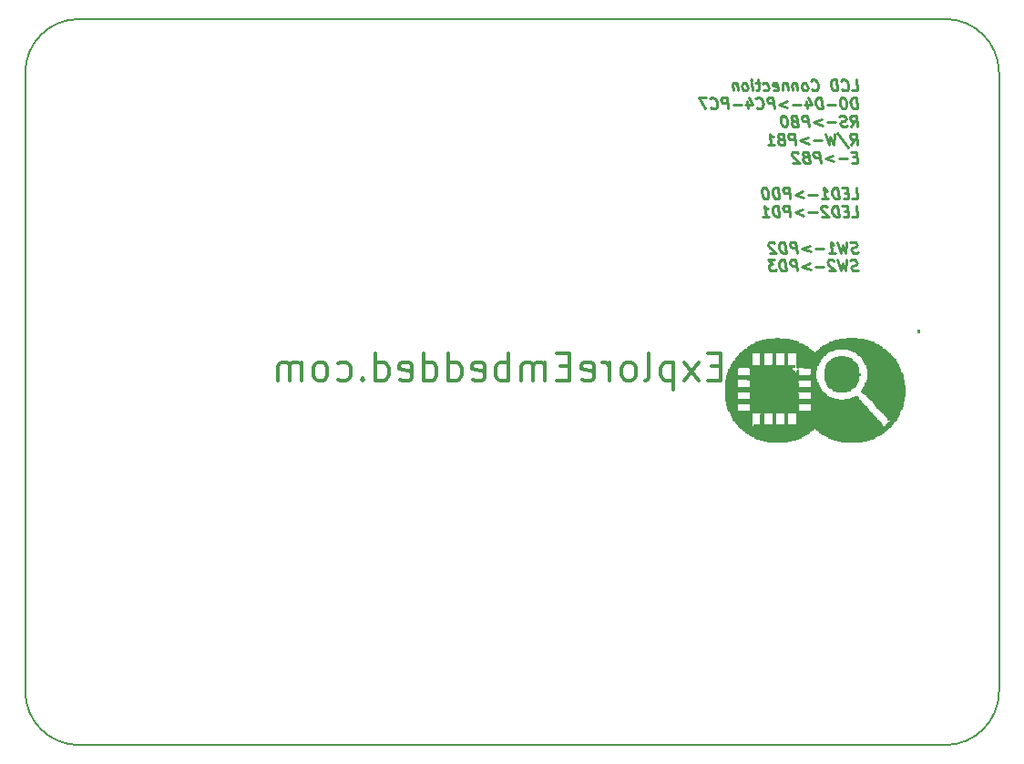
<source format=gbo>
G04 #@! TF.FileFunction,Legend,Bot*
%FSLAX46Y46*%
G04 Gerber Fmt 4.6, Leading zero omitted, Abs format (unit mm)*
G04 Created by KiCad (PCBNEW (2015-01-16 BZR 5376)-product) date 1/29/2016 4:56:34 PM*
%MOMM*%
G01*
G04 APERTURE LIST*
%ADD10C,0.150000*%
%ADD11C,0.300000*%
%ADD12C,0.254000*%
%ADD13C,0.010000*%
G04 APERTURE END LIST*
D10*
D11*
X167119904Y-69795571D02*
X166273237Y-69795571D01*
X165910380Y-71126048D02*
X167119904Y-71126048D01*
X167119904Y-68586048D01*
X165910380Y-68586048D01*
X165063714Y-71126048D02*
X163733238Y-69432714D01*
X165063714Y-69432714D02*
X163733238Y-71126048D01*
X162765619Y-69432714D02*
X162765619Y-71972714D01*
X162765619Y-69553667D02*
X162523714Y-69432714D01*
X162039905Y-69432714D01*
X161798000Y-69553667D01*
X161677048Y-69674619D01*
X161556095Y-69916524D01*
X161556095Y-70642238D01*
X161677048Y-70884143D01*
X161798000Y-71005095D01*
X162039905Y-71126048D01*
X162523714Y-71126048D01*
X162765619Y-71005095D01*
X160104667Y-71126048D02*
X160346572Y-71005095D01*
X160467524Y-70763190D01*
X160467524Y-68586048D01*
X158774191Y-71126048D02*
X159016096Y-71005095D01*
X159137048Y-70884143D01*
X159258000Y-70642238D01*
X159258000Y-69916524D01*
X159137048Y-69674619D01*
X159016096Y-69553667D01*
X158774191Y-69432714D01*
X158411334Y-69432714D01*
X158169429Y-69553667D01*
X158048477Y-69674619D01*
X157927524Y-69916524D01*
X157927524Y-70642238D01*
X158048477Y-70884143D01*
X158169429Y-71005095D01*
X158411334Y-71126048D01*
X158774191Y-71126048D01*
X156838953Y-71126048D02*
X156838953Y-69432714D01*
X156838953Y-69916524D02*
X156718001Y-69674619D01*
X156597048Y-69553667D01*
X156355144Y-69432714D01*
X156113239Y-69432714D01*
X154298953Y-71005095D02*
X154540858Y-71126048D01*
X155024667Y-71126048D01*
X155266572Y-71005095D01*
X155387524Y-70763190D01*
X155387524Y-69795571D01*
X155266572Y-69553667D01*
X155024667Y-69432714D01*
X154540858Y-69432714D01*
X154298953Y-69553667D01*
X154178001Y-69795571D01*
X154178001Y-70037476D01*
X155387524Y-70279381D01*
X153089429Y-69795571D02*
X152242762Y-69795571D01*
X151879905Y-71126048D02*
X153089429Y-71126048D01*
X153089429Y-68586048D01*
X151879905Y-68586048D01*
X150791334Y-71126048D02*
X150791334Y-69432714D01*
X150791334Y-69674619D02*
X150670382Y-69553667D01*
X150428477Y-69432714D01*
X150065620Y-69432714D01*
X149823715Y-69553667D01*
X149702763Y-69795571D01*
X149702763Y-71126048D01*
X149702763Y-69795571D02*
X149581810Y-69553667D01*
X149339906Y-69432714D01*
X148977048Y-69432714D01*
X148735144Y-69553667D01*
X148614191Y-69795571D01*
X148614191Y-71126048D01*
X147404667Y-71126048D02*
X147404667Y-68586048D01*
X147404667Y-69553667D02*
X147162762Y-69432714D01*
X146678953Y-69432714D01*
X146437048Y-69553667D01*
X146316096Y-69674619D01*
X146195143Y-69916524D01*
X146195143Y-70642238D01*
X146316096Y-70884143D01*
X146437048Y-71005095D01*
X146678953Y-71126048D01*
X147162762Y-71126048D01*
X147404667Y-71005095D01*
X144138953Y-71005095D02*
X144380858Y-71126048D01*
X144864667Y-71126048D01*
X145106572Y-71005095D01*
X145227524Y-70763190D01*
X145227524Y-69795571D01*
X145106572Y-69553667D01*
X144864667Y-69432714D01*
X144380858Y-69432714D01*
X144138953Y-69553667D01*
X144018001Y-69795571D01*
X144018001Y-70037476D01*
X145227524Y-70279381D01*
X141840858Y-71126048D02*
X141840858Y-68586048D01*
X141840858Y-71005095D02*
X142082762Y-71126048D01*
X142566572Y-71126048D01*
X142808477Y-71005095D01*
X142929429Y-70884143D01*
X143050381Y-70642238D01*
X143050381Y-69916524D01*
X142929429Y-69674619D01*
X142808477Y-69553667D01*
X142566572Y-69432714D01*
X142082762Y-69432714D01*
X141840858Y-69553667D01*
X139542763Y-71126048D02*
X139542763Y-68586048D01*
X139542763Y-71005095D02*
X139784667Y-71126048D01*
X140268477Y-71126048D01*
X140510382Y-71005095D01*
X140631334Y-70884143D01*
X140752286Y-70642238D01*
X140752286Y-69916524D01*
X140631334Y-69674619D01*
X140510382Y-69553667D01*
X140268477Y-69432714D01*
X139784667Y-69432714D01*
X139542763Y-69553667D01*
X137365620Y-71005095D02*
X137607525Y-71126048D01*
X138091334Y-71126048D01*
X138333239Y-71005095D01*
X138454191Y-70763190D01*
X138454191Y-69795571D01*
X138333239Y-69553667D01*
X138091334Y-69432714D01*
X137607525Y-69432714D01*
X137365620Y-69553667D01*
X137244668Y-69795571D01*
X137244668Y-70037476D01*
X138454191Y-70279381D01*
X135067525Y-71126048D02*
X135067525Y-68586048D01*
X135067525Y-71005095D02*
X135309429Y-71126048D01*
X135793239Y-71126048D01*
X136035144Y-71005095D01*
X136156096Y-70884143D01*
X136277048Y-70642238D01*
X136277048Y-69916524D01*
X136156096Y-69674619D01*
X136035144Y-69553667D01*
X135793239Y-69432714D01*
X135309429Y-69432714D01*
X135067525Y-69553667D01*
X133858001Y-70884143D02*
X133737049Y-71005095D01*
X133858001Y-71126048D01*
X133978953Y-71005095D01*
X133858001Y-70884143D01*
X133858001Y-71126048D01*
X131559906Y-71005095D02*
X131801810Y-71126048D01*
X132285620Y-71126048D01*
X132527525Y-71005095D01*
X132648477Y-70884143D01*
X132769429Y-70642238D01*
X132769429Y-69916524D01*
X132648477Y-69674619D01*
X132527525Y-69553667D01*
X132285620Y-69432714D01*
X131801810Y-69432714D01*
X131559906Y-69553667D01*
X130108477Y-71126048D02*
X130350382Y-71005095D01*
X130471334Y-70884143D01*
X130592286Y-70642238D01*
X130592286Y-69916524D01*
X130471334Y-69674619D01*
X130350382Y-69553667D01*
X130108477Y-69432714D01*
X129745620Y-69432714D01*
X129503715Y-69553667D01*
X129382763Y-69674619D01*
X129261810Y-69916524D01*
X129261810Y-70642238D01*
X129382763Y-70884143D01*
X129503715Y-71005095D01*
X129745620Y-71126048D01*
X130108477Y-71126048D01*
X128173239Y-71126048D02*
X128173239Y-69432714D01*
X128173239Y-69674619D02*
X128052287Y-69553667D01*
X127810382Y-69432714D01*
X127447525Y-69432714D01*
X127205620Y-69553667D01*
X127084668Y-69795571D01*
X127084668Y-71126048D01*
X127084668Y-69795571D02*
X126963715Y-69553667D01*
X126721811Y-69432714D01*
X126358953Y-69432714D01*
X126117049Y-69553667D01*
X125996096Y-69795571D01*
X125996096Y-71126048D01*
D12*
X179354238Y-44147619D02*
X179838047Y-44147619D01*
X179711047Y-43131619D01*
X178422905Y-44050857D02*
X178477334Y-44099238D01*
X178628524Y-44147619D01*
X178725286Y-44147619D01*
X178864381Y-44099238D01*
X178949047Y-44002476D01*
X178985333Y-43905714D01*
X179009524Y-43712190D01*
X178991381Y-43567048D01*
X178918809Y-43373524D01*
X178858333Y-43276762D01*
X178749476Y-43180000D01*
X178598286Y-43131619D01*
X178501524Y-43131619D01*
X178362429Y-43180000D01*
X178320096Y-43228381D01*
X177999571Y-44147619D02*
X177872571Y-43131619D01*
X177630666Y-43131619D01*
X177491572Y-43180000D01*
X177406905Y-43276762D01*
X177370619Y-43373524D01*
X177346429Y-43567048D01*
X177364572Y-43712190D01*
X177437143Y-43905714D01*
X177497619Y-44002476D01*
X177606477Y-44099238D01*
X177757666Y-44147619D01*
X177999571Y-44147619D01*
X175616810Y-44050857D02*
X175671239Y-44099238D01*
X175822429Y-44147619D01*
X175919191Y-44147619D01*
X176058286Y-44099238D01*
X176142952Y-44002476D01*
X176179238Y-43905714D01*
X176203429Y-43712190D01*
X176185286Y-43567048D01*
X176112714Y-43373524D01*
X176052238Y-43276762D01*
X175943381Y-43180000D01*
X175792191Y-43131619D01*
X175695429Y-43131619D01*
X175556334Y-43180000D01*
X175514001Y-43228381D01*
X175048333Y-44147619D02*
X175139048Y-44099238D01*
X175181381Y-44050857D01*
X175217667Y-43954095D01*
X175181381Y-43663810D01*
X175120905Y-43567048D01*
X175066476Y-43518667D01*
X174963667Y-43470286D01*
X174818525Y-43470286D01*
X174727810Y-43518667D01*
X174685477Y-43567048D01*
X174649191Y-43663810D01*
X174685477Y-43954095D01*
X174745953Y-44050857D01*
X174800382Y-44099238D01*
X174903191Y-44147619D01*
X175048333Y-44147619D01*
X174189572Y-43470286D02*
X174274238Y-44147619D01*
X174201667Y-43567048D02*
X174147238Y-43518667D01*
X174044429Y-43470286D01*
X173899287Y-43470286D01*
X173808572Y-43518667D01*
X173772287Y-43615429D01*
X173838810Y-44147619D01*
X173270334Y-43470286D02*
X173355000Y-44147619D01*
X173282429Y-43567048D02*
X173228000Y-43518667D01*
X173125191Y-43470286D01*
X172980049Y-43470286D01*
X172889334Y-43518667D01*
X172853049Y-43615429D01*
X172919572Y-44147619D01*
X172042668Y-44099238D02*
X172145477Y-44147619D01*
X172339000Y-44147619D01*
X172429715Y-44099238D01*
X172466000Y-44002476D01*
X172417620Y-43615429D01*
X172357143Y-43518667D01*
X172254334Y-43470286D01*
X172060811Y-43470286D01*
X171970096Y-43518667D01*
X171933811Y-43615429D01*
X171945906Y-43712190D01*
X172441810Y-43808952D01*
X171123430Y-44099238D02*
X171226239Y-44147619D01*
X171419762Y-44147619D01*
X171510477Y-44099238D01*
X171552810Y-44050857D01*
X171589096Y-43954095D01*
X171552810Y-43663810D01*
X171492334Y-43567048D01*
X171437905Y-43518667D01*
X171335096Y-43470286D01*
X171141573Y-43470286D01*
X171050858Y-43518667D01*
X170754525Y-43470286D02*
X170367477Y-43470286D01*
X170567048Y-43131619D02*
X170675905Y-44002476D01*
X170639620Y-44099238D01*
X170548905Y-44147619D01*
X170452143Y-44147619D01*
X170113477Y-44147619D02*
X170028811Y-43470286D01*
X169986477Y-43131619D02*
X170040906Y-43180000D01*
X169998573Y-43228381D01*
X169944144Y-43180000D01*
X169986477Y-43131619D01*
X169998573Y-43228381D01*
X169484524Y-44147619D02*
X169575239Y-44099238D01*
X169617572Y-44050857D01*
X169653858Y-43954095D01*
X169617572Y-43663810D01*
X169557096Y-43567048D01*
X169502667Y-43518667D01*
X169399858Y-43470286D01*
X169254716Y-43470286D01*
X169164001Y-43518667D01*
X169121668Y-43567048D01*
X169085382Y-43663810D01*
X169121668Y-43954095D01*
X169182144Y-44050857D01*
X169236573Y-44099238D01*
X169339382Y-44147619D01*
X169484524Y-44147619D01*
X168625763Y-43470286D02*
X168710429Y-44147619D01*
X168637858Y-43567048D02*
X168583429Y-43518667D01*
X168480620Y-43470286D01*
X168335478Y-43470286D01*
X168244763Y-43518667D01*
X168208478Y-43615429D01*
X168275001Y-44147619D01*
X179838047Y-45824019D02*
X179711047Y-44808019D01*
X179469142Y-44808019D01*
X179330048Y-44856400D01*
X179245381Y-44953162D01*
X179209095Y-45049924D01*
X179184905Y-45243448D01*
X179203048Y-45388590D01*
X179275619Y-45582114D01*
X179336095Y-45678876D01*
X179444953Y-45775638D01*
X179596142Y-45824019D01*
X179838047Y-45824019D01*
X178501523Y-44808019D02*
X178404762Y-44808019D01*
X178314048Y-44856400D01*
X178271715Y-44904781D01*
X178235429Y-45001543D01*
X178211238Y-45195067D01*
X178241476Y-45436971D01*
X178314048Y-45630495D01*
X178374524Y-45727257D01*
X178428953Y-45775638D01*
X178531762Y-45824019D01*
X178628523Y-45824019D01*
X178719238Y-45775638D01*
X178761571Y-45727257D01*
X178797857Y-45630495D01*
X178822047Y-45436971D01*
X178791809Y-45195067D01*
X178719238Y-45001543D01*
X178658762Y-44904781D01*
X178604333Y-44856400D01*
X178501523Y-44808019D01*
X177806047Y-45436971D02*
X177031952Y-45436971D01*
X176596523Y-45824019D02*
X176469523Y-44808019D01*
X176227618Y-44808019D01*
X176088524Y-44856400D01*
X176003857Y-44953162D01*
X175967571Y-45049924D01*
X175943381Y-45243448D01*
X175961524Y-45388590D01*
X176034095Y-45582114D01*
X176094571Y-45678876D01*
X176203429Y-45775638D01*
X176354618Y-45824019D01*
X176596523Y-45824019D01*
X175060429Y-45146686D02*
X175145095Y-45824019D01*
X175253952Y-44759638D02*
X175586571Y-45485352D01*
X174957619Y-45485352D01*
X174564523Y-45436971D02*
X173790428Y-45436971D01*
X173270333Y-45146686D02*
X172532523Y-45436971D01*
X173342904Y-45727257D01*
X172097094Y-45824019D02*
X171970094Y-44808019D01*
X171583047Y-44808019D01*
X171492333Y-44856400D01*
X171450000Y-44904781D01*
X171413714Y-45001543D01*
X171431857Y-45146686D01*
X171492333Y-45243448D01*
X171546762Y-45291829D01*
X171649571Y-45340210D01*
X172036618Y-45340210D01*
X170488428Y-45727257D02*
X170542857Y-45775638D01*
X170694047Y-45824019D01*
X170790809Y-45824019D01*
X170929904Y-45775638D01*
X171014570Y-45678876D01*
X171050856Y-45582114D01*
X171075047Y-45388590D01*
X171056904Y-45243448D01*
X170984332Y-45049924D01*
X170923856Y-44953162D01*
X170814999Y-44856400D01*
X170663809Y-44808019D01*
X170567047Y-44808019D01*
X170427952Y-44856400D01*
X170385619Y-44904781D01*
X169545000Y-45146686D02*
X169629666Y-45824019D01*
X169738523Y-44759638D02*
X170071142Y-45485352D01*
X169442190Y-45485352D01*
X169049094Y-45436971D02*
X168274999Y-45436971D01*
X167839570Y-45824019D02*
X167712570Y-44808019D01*
X167325523Y-44808019D01*
X167234809Y-44856400D01*
X167192476Y-44904781D01*
X167156190Y-45001543D01*
X167174333Y-45146686D01*
X167234809Y-45243448D01*
X167289238Y-45291829D01*
X167392047Y-45340210D01*
X167779094Y-45340210D01*
X166230904Y-45727257D02*
X166285333Y-45775638D01*
X166436523Y-45824019D01*
X166533285Y-45824019D01*
X166672380Y-45775638D01*
X166757046Y-45678876D01*
X166793332Y-45582114D01*
X166817523Y-45388590D01*
X166799380Y-45243448D01*
X166726808Y-45049924D01*
X166666332Y-44953162D01*
X166557475Y-44856400D01*
X166406285Y-44808019D01*
X166309523Y-44808019D01*
X166170428Y-44856400D01*
X166128095Y-44904781D01*
X165777332Y-44808019D02*
X165099999Y-44808019D01*
X165662427Y-45824019D01*
X179257476Y-47500419D02*
X179535666Y-47016610D01*
X179838047Y-47500419D02*
X179711047Y-46484419D01*
X179324000Y-46484419D01*
X179233286Y-46532800D01*
X179190953Y-46581181D01*
X179154667Y-46677943D01*
X179172810Y-46823086D01*
X179233286Y-46919848D01*
X179287715Y-46968229D01*
X179390524Y-47016610D01*
X179777571Y-47016610D01*
X178864381Y-47452038D02*
X178725285Y-47500419D01*
X178483381Y-47500419D01*
X178380572Y-47452038D01*
X178326143Y-47403657D01*
X178265667Y-47306895D01*
X178253572Y-47210133D01*
X178289857Y-47113371D01*
X178332191Y-47064990D01*
X178422905Y-47016610D01*
X178610381Y-46968229D01*
X178701095Y-46919848D01*
X178743428Y-46871467D01*
X178779714Y-46774705D01*
X178767619Y-46677943D01*
X178707143Y-46581181D01*
X178652714Y-46532800D01*
X178549904Y-46484419D01*
X178308000Y-46484419D01*
X178168905Y-46532800D01*
X177806047Y-47113371D02*
X177031952Y-47113371D01*
X176511857Y-46823086D02*
X175774047Y-47113371D01*
X176584428Y-47403657D01*
X175338618Y-47500419D02*
X175211618Y-46484419D01*
X174824571Y-46484419D01*
X174733857Y-46532800D01*
X174691524Y-46581181D01*
X174655238Y-46677943D01*
X174673381Y-46823086D01*
X174733857Y-46919848D01*
X174788286Y-46968229D01*
X174891095Y-47016610D01*
X175278142Y-47016610D01*
X173917429Y-46968229D02*
X173778333Y-47016610D01*
X173736000Y-47064990D01*
X173699714Y-47161752D01*
X173717857Y-47306895D01*
X173778333Y-47403657D01*
X173832762Y-47452038D01*
X173935571Y-47500419D01*
X174322618Y-47500419D01*
X174195618Y-46484419D01*
X173856952Y-46484419D01*
X173766238Y-46532800D01*
X173723905Y-46581181D01*
X173687619Y-46677943D01*
X173699714Y-46774705D01*
X173760190Y-46871467D01*
X173814619Y-46919848D01*
X173917429Y-46968229D01*
X174256095Y-46968229D01*
X172986094Y-46484419D02*
X172889333Y-46484419D01*
X172798619Y-46532800D01*
X172756286Y-46581181D01*
X172720000Y-46677943D01*
X172695809Y-46871467D01*
X172726047Y-47113371D01*
X172798619Y-47306895D01*
X172859095Y-47403657D01*
X172913524Y-47452038D01*
X173016333Y-47500419D01*
X173113094Y-47500419D01*
X173203809Y-47452038D01*
X173246142Y-47403657D01*
X173282428Y-47306895D01*
X173306618Y-47113371D01*
X173276380Y-46871467D01*
X173203809Y-46677943D01*
X173143333Y-46581181D01*
X173088904Y-46532800D01*
X172986094Y-46484419D01*
X179257476Y-49176819D02*
X179535666Y-48693010D01*
X179838047Y-49176819D02*
X179711047Y-48160819D01*
X179324000Y-48160819D01*
X179233286Y-48209200D01*
X179190953Y-48257581D01*
X179154667Y-48354343D01*
X179172810Y-48499486D01*
X179233286Y-48596248D01*
X179287715Y-48644629D01*
X179390524Y-48693010D01*
X179777571Y-48693010D01*
X177963286Y-48112438D02*
X178997429Y-49418724D01*
X177727428Y-48160819D02*
X177612523Y-49176819D01*
X177328286Y-48451105D01*
X177225476Y-49176819D01*
X176856571Y-48160819D01*
X176548142Y-48789771D02*
X175774047Y-48789771D01*
X175253952Y-48499486D02*
X174516142Y-48789771D01*
X175326523Y-49080057D01*
X174080713Y-49176819D02*
X173953713Y-48160819D01*
X173566666Y-48160819D01*
X173475952Y-48209200D01*
X173433619Y-48257581D01*
X173397333Y-48354343D01*
X173415476Y-48499486D01*
X173475952Y-48596248D01*
X173530381Y-48644629D01*
X173633190Y-48693010D01*
X174020237Y-48693010D01*
X172659524Y-48644629D02*
X172520428Y-48693010D01*
X172478095Y-48741390D01*
X172441809Y-48838152D01*
X172459952Y-48983295D01*
X172520428Y-49080057D01*
X172574857Y-49128438D01*
X172677666Y-49176819D01*
X173064713Y-49176819D01*
X172937713Y-48160819D01*
X172599047Y-48160819D01*
X172508333Y-48209200D01*
X172466000Y-48257581D01*
X172429714Y-48354343D01*
X172441809Y-48451105D01*
X172502285Y-48547867D01*
X172556714Y-48596248D01*
X172659524Y-48644629D01*
X172998190Y-48644629D01*
X171516523Y-49176819D02*
X172097094Y-49176819D01*
X171806808Y-49176819D02*
X171679808Y-48160819D01*
X171794713Y-48305962D01*
X171903570Y-48402724D01*
X172006380Y-48451105D01*
X179771524Y-50321029D02*
X179432858Y-50321029D01*
X179354238Y-50853219D02*
X179838047Y-50853219D01*
X179711047Y-49837219D01*
X179227238Y-49837219D01*
X178870428Y-50466171D02*
X178096333Y-50466171D01*
X177576238Y-50175886D02*
X176838428Y-50466171D01*
X177648809Y-50756457D01*
X176402999Y-50853219D02*
X176275999Y-49837219D01*
X175888952Y-49837219D01*
X175798238Y-49885600D01*
X175755905Y-49933981D01*
X175719619Y-50030743D01*
X175737762Y-50175886D01*
X175798238Y-50272648D01*
X175852667Y-50321029D01*
X175955476Y-50369410D01*
X176342523Y-50369410D01*
X174981810Y-50321029D02*
X174842714Y-50369410D01*
X174800381Y-50417790D01*
X174764095Y-50514552D01*
X174782238Y-50659695D01*
X174842714Y-50756457D01*
X174897143Y-50804838D01*
X174999952Y-50853219D01*
X175386999Y-50853219D01*
X175259999Y-49837219D01*
X174921333Y-49837219D01*
X174830619Y-49885600D01*
X174788286Y-49933981D01*
X174752000Y-50030743D01*
X174764095Y-50127505D01*
X174824571Y-50224267D01*
X174879000Y-50272648D01*
X174981810Y-50321029D01*
X175320476Y-50321029D01*
X174304476Y-49933981D02*
X174250047Y-49885600D01*
X174147237Y-49837219D01*
X173905333Y-49837219D01*
X173814619Y-49885600D01*
X173772286Y-49933981D01*
X173736000Y-50030743D01*
X173748095Y-50127505D01*
X173814619Y-50272648D01*
X174467761Y-50853219D01*
X173838809Y-50853219D01*
X179354238Y-54206019D02*
X179838047Y-54206019D01*
X179711047Y-53190019D01*
X178949048Y-53673829D02*
X178610382Y-53673829D01*
X178531762Y-54206019D02*
X179015571Y-54206019D01*
X178888571Y-53190019D01*
X178404762Y-53190019D01*
X178096333Y-54206019D02*
X177969333Y-53190019D01*
X177727428Y-53190019D01*
X177588334Y-53238400D01*
X177503667Y-53335162D01*
X177467381Y-53431924D01*
X177443191Y-53625448D01*
X177461334Y-53770590D01*
X177533905Y-53964114D01*
X177594381Y-54060876D01*
X177703239Y-54157638D01*
X177854428Y-54206019D01*
X178096333Y-54206019D01*
X176548143Y-54206019D02*
X177128714Y-54206019D01*
X176838428Y-54206019D02*
X176711428Y-53190019D01*
X176826333Y-53335162D01*
X176935190Y-53431924D01*
X177038000Y-53480305D01*
X176064333Y-53818971D02*
X175290238Y-53818971D01*
X174770143Y-53528686D02*
X174032333Y-53818971D01*
X174842714Y-54109257D01*
X173596904Y-54206019D02*
X173469904Y-53190019D01*
X173082857Y-53190019D01*
X172992143Y-53238400D01*
X172949810Y-53286781D01*
X172913524Y-53383543D01*
X172931667Y-53528686D01*
X172992143Y-53625448D01*
X173046572Y-53673829D01*
X173149381Y-53722210D01*
X173536428Y-53722210D01*
X172580904Y-54206019D02*
X172453904Y-53190019D01*
X172211999Y-53190019D01*
X172072905Y-53238400D01*
X171988238Y-53335162D01*
X171951952Y-53431924D01*
X171927762Y-53625448D01*
X171945905Y-53770590D01*
X172018476Y-53964114D01*
X172078952Y-54060876D01*
X172187810Y-54157638D01*
X172338999Y-54206019D01*
X172580904Y-54206019D01*
X171244380Y-53190019D02*
X171147619Y-53190019D01*
X171056905Y-53238400D01*
X171014572Y-53286781D01*
X170978286Y-53383543D01*
X170954095Y-53577067D01*
X170984333Y-53818971D01*
X171056905Y-54012495D01*
X171117381Y-54109257D01*
X171171810Y-54157638D01*
X171274619Y-54206019D01*
X171371380Y-54206019D01*
X171462095Y-54157638D01*
X171504428Y-54109257D01*
X171540714Y-54012495D01*
X171564904Y-53818971D01*
X171534666Y-53577067D01*
X171462095Y-53383543D01*
X171401619Y-53286781D01*
X171347190Y-53238400D01*
X171244380Y-53190019D01*
X179354238Y-55882419D02*
X179838047Y-55882419D01*
X179711047Y-54866419D01*
X178949048Y-55350229D02*
X178610382Y-55350229D01*
X178531762Y-55882419D02*
X179015571Y-55882419D01*
X178888571Y-54866419D01*
X178404762Y-54866419D01*
X178096333Y-55882419D02*
X177969333Y-54866419D01*
X177727428Y-54866419D01*
X177588334Y-54914800D01*
X177503667Y-55011562D01*
X177467381Y-55108324D01*
X177443191Y-55301848D01*
X177461334Y-55446990D01*
X177533905Y-55640514D01*
X177594381Y-55737276D01*
X177703239Y-55834038D01*
X177854428Y-55882419D01*
X178096333Y-55882419D01*
X177013810Y-54963181D02*
X176959381Y-54914800D01*
X176856571Y-54866419D01*
X176614667Y-54866419D01*
X176523953Y-54914800D01*
X176481620Y-54963181D01*
X176445334Y-55059943D01*
X176457429Y-55156705D01*
X176523953Y-55301848D01*
X177177095Y-55882419D01*
X176548143Y-55882419D01*
X176064333Y-55495371D02*
X175290238Y-55495371D01*
X174770143Y-55205086D02*
X174032333Y-55495371D01*
X174842714Y-55785657D01*
X173596904Y-55882419D02*
X173469904Y-54866419D01*
X173082857Y-54866419D01*
X172992143Y-54914800D01*
X172949810Y-54963181D01*
X172913524Y-55059943D01*
X172931667Y-55205086D01*
X172992143Y-55301848D01*
X173046572Y-55350229D01*
X173149381Y-55398610D01*
X173536428Y-55398610D01*
X172580904Y-55882419D02*
X172453904Y-54866419D01*
X172211999Y-54866419D01*
X172072905Y-54914800D01*
X171988238Y-55011562D01*
X171951952Y-55108324D01*
X171927762Y-55301848D01*
X171945905Y-55446990D01*
X172018476Y-55640514D01*
X172078952Y-55737276D01*
X172187810Y-55834038D01*
X172338999Y-55882419D01*
X172580904Y-55882419D01*
X171032714Y-55882419D02*
X171613285Y-55882419D01*
X171322999Y-55882419D02*
X171195999Y-54866419D01*
X171310904Y-55011562D01*
X171419761Y-55108324D01*
X171522571Y-55156705D01*
X179880381Y-59186838D02*
X179741285Y-59235219D01*
X179499381Y-59235219D01*
X179396572Y-59186838D01*
X179342143Y-59138457D01*
X179281667Y-59041695D01*
X179269572Y-58944933D01*
X179305857Y-58848171D01*
X179348191Y-58799790D01*
X179438905Y-58751410D01*
X179626381Y-58703029D01*
X179717095Y-58654648D01*
X179759428Y-58606267D01*
X179795714Y-58509505D01*
X179783619Y-58412743D01*
X179723143Y-58315981D01*
X179668714Y-58267600D01*
X179565904Y-58219219D01*
X179324000Y-58219219D01*
X179184905Y-58267600D01*
X178840190Y-58219219D02*
X178725285Y-59235219D01*
X178441048Y-58509505D01*
X178338238Y-59235219D01*
X177969333Y-58219219D01*
X177177095Y-59235219D02*
X177757666Y-59235219D01*
X177467380Y-59235219D02*
X177340380Y-58219219D01*
X177455285Y-58364362D01*
X177564142Y-58461124D01*
X177666952Y-58509505D01*
X176693285Y-58848171D02*
X175919190Y-58848171D01*
X175399095Y-58557886D02*
X174661285Y-58848171D01*
X175471666Y-59138457D01*
X174225856Y-59235219D02*
X174098856Y-58219219D01*
X173711809Y-58219219D01*
X173621095Y-58267600D01*
X173578762Y-58315981D01*
X173542476Y-58412743D01*
X173560619Y-58557886D01*
X173621095Y-58654648D01*
X173675524Y-58703029D01*
X173778333Y-58751410D01*
X174165380Y-58751410D01*
X173209856Y-59235219D02*
X173082856Y-58219219D01*
X172840951Y-58219219D01*
X172701857Y-58267600D01*
X172617190Y-58364362D01*
X172580904Y-58461124D01*
X172556714Y-58654648D01*
X172574857Y-58799790D01*
X172647428Y-58993314D01*
X172707904Y-59090076D01*
X172816762Y-59186838D01*
X172967951Y-59235219D01*
X173209856Y-59235219D01*
X172127333Y-58315981D02*
X172072904Y-58267600D01*
X171970094Y-58219219D01*
X171728190Y-58219219D01*
X171637476Y-58267600D01*
X171595143Y-58315981D01*
X171558857Y-58412743D01*
X171570952Y-58509505D01*
X171637476Y-58654648D01*
X172290618Y-59235219D01*
X171661666Y-59235219D01*
X179880381Y-60863238D02*
X179741285Y-60911619D01*
X179499381Y-60911619D01*
X179396572Y-60863238D01*
X179342143Y-60814857D01*
X179281667Y-60718095D01*
X179269572Y-60621333D01*
X179305857Y-60524571D01*
X179348191Y-60476190D01*
X179438905Y-60427810D01*
X179626381Y-60379429D01*
X179717095Y-60331048D01*
X179759428Y-60282667D01*
X179795714Y-60185905D01*
X179783619Y-60089143D01*
X179723143Y-59992381D01*
X179668714Y-59944000D01*
X179565904Y-59895619D01*
X179324000Y-59895619D01*
X179184905Y-59944000D01*
X178840190Y-59895619D02*
X178725285Y-60911619D01*
X178441048Y-60185905D01*
X178338238Y-60911619D01*
X177969333Y-59895619D01*
X177642762Y-59992381D02*
X177588333Y-59944000D01*
X177485523Y-59895619D01*
X177243619Y-59895619D01*
X177152905Y-59944000D01*
X177110572Y-59992381D01*
X177074286Y-60089143D01*
X177086381Y-60185905D01*
X177152905Y-60331048D01*
X177806047Y-60911619D01*
X177177095Y-60911619D01*
X176693285Y-60524571D02*
X175919190Y-60524571D01*
X175399095Y-60234286D02*
X174661285Y-60524571D01*
X175471666Y-60814857D01*
X174225856Y-60911619D02*
X174098856Y-59895619D01*
X173711809Y-59895619D01*
X173621095Y-59944000D01*
X173578762Y-59992381D01*
X173542476Y-60089143D01*
X173560619Y-60234286D01*
X173621095Y-60331048D01*
X173675524Y-60379429D01*
X173778333Y-60427810D01*
X174165380Y-60427810D01*
X173209856Y-60911619D02*
X173082856Y-59895619D01*
X172840951Y-59895619D01*
X172701857Y-59944000D01*
X172617190Y-60040762D01*
X172580904Y-60137524D01*
X172556714Y-60331048D01*
X172574857Y-60476190D01*
X172647428Y-60669714D01*
X172707904Y-60766476D01*
X172816762Y-60863238D01*
X172967951Y-60911619D01*
X173209856Y-60911619D01*
X172163618Y-59895619D02*
X171534666Y-59895619D01*
X171921713Y-60282667D01*
X171776571Y-60282667D01*
X171685857Y-60331048D01*
X171643524Y-60379429D01*
X171607238Y-60476190D01*
X171637476Y-60718095D01*
X171697952Y-60814857D01*
X171752381Y-60863238D01*
X171855190Y-60911619D01*
X172145475Y-60911619D01*
X172236190Y-60863238D01*
X172278523Y-60814857D01*
D10*
X188000000Y-105000000D02*
G75*
G03X193000000Y-100000000I0J5000000D01*
G01*
X107500000Y-105000000D02*
X188000000Y-105000000D01*
X102500000Y-42500000D02*
X102500000Y-100000000D01*
X188000000Y-37500000D02*
X107500000Y-37500000D01*
X193000000Y-100000000D02*
X193000000Y-42500000D01*
X102500000Y-100000000D02*
G75*
G03X107500000Y-105000000I5000000J0D01*
G01*
X193000000Y-42500000D02*
G75*
G03X188000000Y-37500000I-5000000J0D01*
G01*
X107500000Y-37500000D02*
G75*
G03X102500000Y-42500000I0J-5000000D01*
G01*
D13*
G36*
X185547000Y-66421000D02*
X185447000Y-66421000D01*
X185447000Y-66521000D01*
X185547000Y-66521000D01*
X185547000Y-66421000D01*
X185547000Y-66421000D01*
G37*
X185547000Y-66421000D02*
X185447000Y-66421000D01*
X185447000Y-66521000D01*
X185547000Y-66521000D01*
X185547000Y-66421000D01*
G36*
X185547000Y-66521000D02*
X185447000Y-66521000D01*
X185447000Y-66621000D01*
X185547000Y-66621000D01*
X185547000Y-66521000D01*
X185547000Y-66521000D01*
G37*
X185547000Y-66521000D02*
X185447000Y-66521000D01*
X185447000Y-66621000D01*
X185547000Y-66621000D01*
X185547000Y-66521000D01*
G36*
X179747000Y-67121000D02*
X179647000Y-67121000D01*
X179647000Y-67221000D01*
X179747000Y-67221000D01*
X179747000Y-67121000D01*
X179747000Y-67121000D01*
G37*
X179747000Y-67121000D02*
X179647000Y-67121000D01*
X179647000Y-67221000D01*
X179747000Y-67221000D01*
X179747000Y-67121000D01*
G36*
X179647000Y-67121000D02*
X179547000Y-67121000D01*
X179547000Y-67221000D01*
X179647000Y-67221000D01*
X179647000Y-67121000D01*
X179647000Y-67121000D01*
G37*
X179647000Y-67121000D02*
X179547000Y-67121000D01*
X179547000Y-67221000D01*
X179647000Y-67221000D01*
X179647000Y-67121000D01*
G36*
X179547000Y-67121000D02*
X179447000Y-67121000D01*
X179447000Y-67221000D01*
X179547000Y-67221000D01*
X179547000Y-67121000D01*
X179547000Y-67121000D01*
G37*
X179547000Y-67121000D02*
X179447000Y-67121000D01*
X179447000Y-67221000D01*
X179547000Y-67221000D01*
X179547000Y-67121000D01*
G36*
X179447000Y-67121000D02*
X179347000Y-67121000D01*
X179347000Y-67221000D01*
X179447000Y-67221000D01*
X179447000Y-67121000D01*
X179447000Y-67121000D01*
G37*
X179447000Y-67121000D02*
X179347000Y-67121000D01*
X179347000Y-67221000D01*
X179447000Y-67221000D01*
X179447000Y-67121000D01*
G36*
X179347000Y-67121000D02*
X179247000Y-67121000D01*
X179247000Y-67221000D01*
X179347000Y-67221000D01*
X179347000Y-67121000D01*
X179347000Y-67121000D01*
G37*
X179347000Y-67121000D02*
X179247000Y-67121000D01*
X179247000Y-67221000D01*
X179347000Y-67221000D01*
X179347000Y-67121000D01*
G36*
X179247000Y-67121000D02*
X179147000Y-67121000D01*
X179147000Y-67221000D01*
X179247000Y-67221000D01*
X179247000Y-67121000D01*
X179247000Y-67121000D01*
G37*
X179247000Y-67121000D02*
X179147000Y-67121000D01*
X179147000Y-67221000D01*
X179247000Y-67221000D01*
X179247000Y-67121000D01*
G36*
X179147000Y-67121000D02*
X179047000Y-67121000D01*
X179047000Y-67221000D01*
X179147000Y-67221000D01*
X179147000Y-67121000D01*
X179147000Y-67121000D01*
G37*
X179147000Y-67121000D02*
X179047000Y-67121000D01*
X179047000Y-67221000D01*
X179147000Y-67221000D01*
X179147000Y-67121000D01*
G36*
X179047000Y-67121000D02*
X178947000Y-67121000D01*
X178947000Y-67221000D01*
X179047000Y-67221000D01*
X179047000Y-67121000D01*
X179047000Y-67121000D01*
G37*
X179047000Y-67121000D02*
X178947000Y-67121000D01*
X178947000Y-67221000D01*
X179047000Y-67221000D01*
X179047000Y-67121000D01*
G36*
X178947000Y-67121000D02*
X178847000Y-67121000D01*
X178847000Y-67221000D01*
X178947000Y-67221000D01*
X178947000Y-67121000D01*
X178947000Y-67121000D01*
G37*
X178947000Y-67121000D02*
X178847000Y-67121000D01*
X178847000Y-67221000D01*
X178947000Y-67221000D01*
X178947000Y-67121000D01*
G36*
X172547000Y-67121000D02*
X172447000Y-67121000D01*
X172447000Y-67221000D01*
X172547000Y-67221000D01*
X172547000Y-67121000D01*
X172547000Y-67121000D01*
G37*
X172547000Y-67121000D02*
X172447000Y-67121000D01*
X172447000Y-67221000D01*
X172547000Y-67221000D01*
X172547000Y-67121000D01*
G36*
X172447000Y-67121000D02*
X172347000Y-67121000D01*
X172347000Y-67221000D01*
X172447000Y-67221000D01*
X172447000Y-67121000D01*
X172447000Y-67121000D01*
G37*
X172447000Y-67121000D02*
X172347000Y-67121000D01*
X172347000Y-67221000D01*
X172447000Y-67221000D01*
X172447000Y-67121000D01*
G36*
X172347000Y-67121000D02*
X172247000Y-67121000D01*
X172247000Y-67221000D01*
X172347000Y-67221000D01*
X172347000Y-67121000D01*
X172347000Y-67121000D01*
G37*
X172347000Y-67121000D02*
X172247000Y-67121000D01*
X172247000Y-67221000D01*
X172347000Y-67221000D01*
X172347000Y-67121000D01*
G36*
X180447000Y-67221000D02*
X180347000Y-67221000D01*
X180347000Y-67321000D01*
X180447000Y-67321000D01*
X180447000Y-67221000D01*
X180447000Y-67221000D01*
G37*
X180447000Y-67221000D02*
X180347000Y-67221000D01*
X180347000Y-67321000D01*
X180447000Y-67321000D01*
X180447000Y-67221000D01*
G36*
X180347000Y-67221000D02*
X180247000Y-67221000D01*
X180247000Y-67321000D01*
X180347000Y-67321000D01*
X180347000Y-67221000D01*
X180347000Y-67221000D01*
G37*
X180347000Y-67221000D02*
X180247000Y-67221000D01*
X180247000Y-67321000D01*
X180347000Y-67321000D01*
X180347000Y-67221000D01*
G36*
X180247000Y-67221000D02*
X180147000Y-67221000D01*
X180147000Y-67321000D01*
X180247000Y-67321000D01*
X180247000Y-67221000D01*
X180247000Y-67221000D01*
G37*
X180247000Y-67221000D02*
X180147000Y-67221000D01*
X180147000Y-67321000D01*
X180247000Y-67321000D01*
X180247000Y-67221000D01*
G36*
X180147000Y-67221000D02*
X180047000Y-67221000D01*
X180047000Y-67321000D01*
X180147000Y-67321000D01*
X180147000Y-67221000D01*
X180147000Y-67221000D01*
G37*
X180147000Y-67221000D02*
X180047000Y-67221000D01*
X180047000Y-67321000D01*
X180147000Y-67321000D01*
X180147000Y-67221000D01*
G36*
X180047000Y-67221000D02*
X179947000Y-67221000D01*
X179947000Y-67321000D01*
X180047000Y-67321000D01*
X180047000Y-67221000D01*
X180047000Y-67221000D01*
G37*
X180047000Y-67221000D02*
X179947000Y-67221000D01*
X179947000Y-67321000D01*
X180047000Y-67321000D01*
X180047000Y-67221000D01*
G36*
X179947000Y-67221000D02*
X179847000Y-67221000D01*
X179847000Y-67321000D01*
X179947000Y-67321000D01*
X179947000Y-67221000D01*
X179947000Y-67221000D01*
G37*
X179947000Y-67221000D02*
X179847000Y-67221000D01*
X179847000Y-67321000D01*
X179947000Y-67321000D01*
X179947000Y-67221000D01*
G36*
X179847000Y-67221000D02*
X179747000Y-67221000D01*
X179747000Y-67321000D01*
X179847000Y-67321000D01*
X179847000Y-67221000D01*
X179847000Y-67221000D01*
G37*
X179847000Y-67221000D02*
X179747000Y-67221000D01*
X179747000Y-67321000D01*
X179847000Y-67321000D01*
X179847000Y-67221000D01*
G36*
X179747000Y-67221000D02*
X179647000Y-67221000D01*
X179647000Y-67321000D01*
X179747000Y-67321000D01*
X179747000Y-67221000D01*
X179747000Y-67221000D01*
G37*
X179747000Y-67221000D02*
X179647000Y-67221000D01*
X179647000Y-67321000D01*
X179747000Y-67321000D01*
X179747000Y-67221000D01*
G36*
X179647000Y-67221000D02*
X179547000Y-67221000D01*
X179547000Y-67321000D01*
X179647000Y-67321000D01*
X179647000Y-67221000D01*
X179647000Y-67221000D01*
G37*
X179647000Y-67221000D02*
X179547000Y-67221000D01*
X179547000Y-67321000D01*
X179647000Y-67321000D01*
X179647000Y-67221000D01*
G36*
X179547000Y-67221000D02*
X179447000Y-67221000D01*
X179447000Y-67321000D01*
X179547000Y-67321000D01*
X179547000Y-67221000D01*
X179547000Y-67221000D01*
G37*
X179547000Y-67221000D02*
X179447000Y-67221000D01*
X179447000Y-67321000D01*
X179547000Y-67321000D01*
X179547000Y-67221000D01*
G36*
X179447000Y-67221000D02*
X179347000Y-67221000D01*
X179347000Y-67321000D01*
X179447000Y-67321000D01*
X179447000Y-67221000D01*
X179447000Y-67221000D01*
G37*
X179447000Y-67221000D02*
X179347000Y-67221000D01*
X179347000Y-67321000D01*
X179447000Y-67321000D01*
X179447000Y-67221000D01*
G36*
X179347000Y-67221000D02*
X179247000Y-67221000D01*
X179247000Y-67321000D01*
X179347000Y-67321000D01*
X179347000Y-67221000D01*
X179347000Y-67221000D01*
G37*
X179347000Y-67221000D02*
X179247000Y-67221000D01*
X179247000Y-67321000D01*
X179347000Y-67321000D01*
X179347000Y-67221000D01*
G36*
X179247000Y-67221000D02*
X179147000Y-67221000D01*
X179147000Y-67321000D01*
X179247000Y-67321000D01*
X179247000Y-67221000D01*
X179247000Y-67221000D01*
G37*
X179247000Y-67221000D02*
X179147000Y-67221000D01*
X179147000Y-67321000D01*
X179247000Y-67321000D01*
X179247000Y-67221000D01*
G36*
X179147000Y-67221000D02*
X179047000Y-67221000D01*
X179047000Y-67321000D01*
X179147000Y-67321000D01*
X179147000Y-67221000D01*
X179147000Y-67221000D01*
G37*
X179147000Y-67221000D02*
X179047000Y-67221000D01*
X179047000Y-67321000D01*
X179147000Y-67321000D01*
X179147000Y-67221000D01*
G36*
X179047000Y-67221000D02*
X178947000Y-67221000D01*
X178947000Y-67321000D01*
X179047000Y-67321000D01*
X179047000Y-67221000D01*
X179047000Y-67221000D01*
G37*
X179047000Y-67221000D02*
X178947000Y-67221000D01*
X178947000Y-67321000D01*
X179047000Y-67321000D01*
X179047000Y-67221000D01*
G36*
X178947000Y-67221000D02*
X178847000Y-67221000D01*
X178847000Y-67321000D01*
X178947000Y-67321000D01*
X178947000Y-67221000D01*
X178947000Y-67221000D01*
G37*
X178947000Y-67221000D02*
X178847000Y-67221000D01*
X178847000Y-67321000D01*
X178947000Y-67321000D01*
X178947000Y-67221000D01*
G36*
X178847000Y-67221000D02*
X178747000Y-67221000D01*
X178747000Y-67321000D01*
X178847000Y-67321000D01*
X178847000Y-67221000D01*
X178847000Y-67221000D01*
G37*
X178847000Y-67221000D02*
X178747000Y-67221000D01*
X178747000Y-67321000D01*
X178847000Y-67321000D01*
X178847000Y-67221000D01*
G36*
X178747000Y-67221000D02*
X178647000Y-67221000D01*
X178647000Y-67321000D01*
X178747000Y-67321000D01*
X178747000Y-67221000D01*
X178747000Y-67221000D01*
G37*
X178747000Y-67221000D02*
X178647000Y-67221000D01*
X178647000Y-67321000D01*
X178747000Y-67321000D01*
X178747000Y-67221000D01*
G36*
X178647000Y-67221000D02*
X178547000Y-67221000D01*
X178547000Y-67321000D01*
X178647000Y-67321000D01*
X178647000Y-67221000D01*
X178647000Y-67221000D01*
G37*
X178647000Y-67221000D02*
X178547000Y-67221000D01*
X178547000Y-67321000D01*
X178647000Y-67321000D01*
X178647000Y-67221000D01*
G36*
X178547000Y-67221000D02*
X178447000Y-67221000D01*
X178447000Y-67321000D01*
X178547000Y-67321000D01*
X178547000Y-67221000D01*
X178547000Y-67221000D01*
G37*
X178547000Y-67221000D02*
X178447000Y-67221000D01*
X178447000Y-67321000D01*
X178547000Y-67321000D01*
X178547000Y-67221000D01*
G36*
X178447000Y-67221000D02*
X178347000Y-67221000D01*
X178347000Y-67321000D01*
X178447000Y-67321000D01*
X178447000Y-67221000D01*
X178447000Y-67221000D01*
G37*
X178447000Y-67221000D02*
X178347000Y-67221000D01*
X178347000Y-67321000D01*
X178447000Y-67321000D01*
X178447000Y-67221000D01*
G36*
X178347000Y-67221000D02*
X178247000Y-67221000D01*
X178247000Y-67321000D01*
X178347000Y-67321000D01*
X178347000Y-67221000D01*
X178347000Y-67221000D01*
G37*
X178347000Y-67221000D02*
X178247000Y-67221000D01*
X178247000Y-67321000D01*
X178347000Y-67321000D01*
X178347000Y-67221000D01*
G36*
X178247000Y-67221000D02*
X178147000Y-67221000D01*
X178147000Y-67321000D01*
X178247000Y-67321000D01*
X178247000Y-67221000D01*
X178247000Y-67221000D01*
G37*
X178247000Y-67221000D02*
X178147000Y-67221000D01*
X178147000Y-67321000D01*
X178247000Y-67321000D01*
X178247000Y-67221000D01*
G36*
X173447000Y-67221000D02*
X173347000Y-67221000D01*
X173347000Y-67321000D01*
X173447000Y-67321000D01*
X173447000Y-67221000D01*
X173447000Y-67221000D01*
G37*
X173447000Y-67221000D02*
X173347000Y-67221000D01*
X173347000Y-67321000D01*
X173447000Y-67321000D01*
X173447000Y-67221000D01*
G36*
X173347000Y-67221000D02*
X173247000Y-67221000D01*
X173247000Y-67321000D01*
X173347000Y-67321000D01*
X173347000Y-67221000D01*
X173347000Y-67221000D01*
G37*
X173347000Y-67221000D02*
X173247000Y-67221000D01*
X173247000Y-67321000D01*
X173347000Y-67321000D01*
X173347000Y-67221000D01*
G36*
X173247000Y-67221000D02*
X173147000Y-67221000D01*
X173147000Y-67321000D01*
X173247000Y-67321000D01*
X173247000Y-67221000D01*
X173247000Y-67221000D01*
G37*
X173247000Y-67221000D02*
X173147000Y-67221000D01*
X173147000Y-67321000D01*
X173247000Y-67321000D01*
X173247000Y-67221000D01*
G36*
X173147000Y-67221000D02*
X173047000Y-67221000D01*
X173047000Y-67321000D01*
X173147000Y-67321000D01*
X173147000Y-67221000D01*
X173147000Y-67221000D01*
G37*
X173147000Y-67221000D02*
X173047000Y-67221000D01*
X173047000Y-67321000D01*
X173147000Y-67321000D01*
X173147000Y-67221000D01*
G36*
X173047000Y-67221000D02*
X172947000Y-67221000D01*
X172947000Y-67321000D01*
X173047000Y-67321000D01*
X173047000Y-67221000D01*
X173047000Y-67221000D01*
G37*
X173047000Y-67221000D02*
X172947000Y-67221000D01*
X172947000Y-67321000D01*
X173047000Y-67321000D01*
X173047000Y-67221000D01*
G36*
X172947000Y-67221000D02*
X172847000Y-67221000D01*
X172847000Y-67321000D01*
X172947000Y-67321000D01*
X172947000Y-67221000D01*
X172947000Y-67221000D01*
G37*
X172947000Y-67221000D02*
X172847000Y-67221000D01*
X172847000Y-67321000D01*
X172947000Y-67321000D01*
X172947000Y-67221000D01*
G36*
X172847000Y-67221000D02*
X172747000Y-67221000D01*
X172747000Y-67321000D01*
X172847000Y-67321000D01*
X172847000Y-67221000D01*
X172847000Y-67221000D01*
G37*
X172847000Y-67221000D02*
X172747000Y-67221000D01*
X172747000Y-67321000D01*
X172847000Y-67321000D01*
X172847000Y-67221000D01*
G36*
X172747000Y-67221000D02*
X172647000Y-67221000D01*
X172647000Y-67321000D01*
X172747000Y-67321000D01*
X172747000Y-67221000D01*
X172747000Y-67221000D01*
G37*
X172747000Y-67221000D02*
X172647000Y-67221000D01*
X172647000Y-67321000D01*
X172747000Y-67321000D01*
X172747000Y-67221000D01*
G36*
X172647000Y-67221000D02*
X172547000Y-67221000D01*
X172547000Y-67321000D01*
X172647000Y-67321000D01*
X172647000Y-67221000D01*
X172647000Y-67221000D01*
G37*
X172647000Y-67221000D02*
X172547000Y-67221000D01*
X172547000Y-67321000D01*
X172647000Y-67321000D01*
X172647000Y-67221000D01*
G36*
X172547000Y-67221000D02*
X172447000Y-67221000D01*
X172447000Y-67321000D01*
X172547000Y-67321000D01*
X172547000Y-67221000D01*
X172547000Y-67221000D01*
G37*
X172547000Y-67221000D02*
X172447000Y-67221000D01*
X172447000Y-67321000D01*
X172547000Y-67321000D01*
X172547000Y-67221000D01*
G36*
X172447000Y-67221000D02*
X172347000Y-67221000D01*
X172347000Y-67321000D01*
X172447000Y-67321000D01*
X172447000Y-67221000D01*
X172447000Y-67221000D01*
G37*
X172447000Y-67221000D02*
X172347000Y-67221000D01*
X172347000Y-67321000D01*
X172447000Y-67321000D01*
X172447000Y-67221000D01*
G36*
X172347000Y-67221000D02*
X172247000Y-67221000D01*
X172247000Y-67321000D01*
X172347000Y-67321000D01*
X172347000Y-67221000D01*
X172347000Y-67221000D01*
G37*
X172347000Y-67221000D02*
X172247000Y-67221000D01*
X172247000Y-67321000D01*
X172347000Y-67321000D01*
X172347000Y-67221000D01*
G36*
X172247000Y-67221000D02*
X172147000Y-67221000D01*
X172147000Y-67321000D01*
X172247000Y-67321000D01*
X172247000Y-67221000D01*
X172247000Y-67221000D01*
G37*
X172247000Y-67221000D02*
X172147000Y-67221000D01*
X172147000Y-67321000D01*
X172247000Y-67321000D01*
X172247000Y-67221000D01*
G36*
X172147000Y-67221000D02*
X172047000Y-67221000D01*
X172047000Y-67321000D01*
X172147000Y-67321000D01*
X172147000Y-67221000D01*
X172147000Y-67221000D01*
G37*
X172147000Y-67221000D02*
X172047000Y-67221000D01*
X172047000Y-67321000D01*
X172147000Y-67321000D01*
X172147000Y-67221000D01*
G36*
X172047000Y-67221000D02*
X171947000Y-67221000D01*
X171947000Y-67321000D01*
X172047000Y-67321000D01*
X172047000Y-67221000D01*
X172047000Y-67221000D01*
G37*
X172047000Y-67221000D02*
X171947000Y-67221000D01*
X171947000Y-67321000D01*
X172047000Y-67321000D01*
X172047000Y-67221000D01*
G36*
X171947000Y-67221000D02*
X171847000Y-67221000D01*
X171847000Y-67321000D01*
X171947000Y-67321000D01*
X171947000Y-67221000D01*
X171947000Y-67221000D01*
G37*
X171947000Y-67221000D02*
X171847000Y-67221000D01*
X171847000Y-67321000D01*
X171947000Y-67321000D01*
X171947000Y-67221000D01*
G36*
X171847000Y-67221000D02*
X171747000Y-67221000D01*
X171747000Y-67321000D01*
X171847000Y-67321000D01*
X171847000Y-67221000D01*
X171847000Y-67221000D01*
G37*
X171847000Y-67221000D02*
X171747000Y-67221000D01*
X171747000Y-67321000D01*
X171847000Y-67321000D01*
X171847000Y-67221000D01*
G36*
X171747000Y-67221000D02*
X171647000Y-67221000D01*
X171647000Y-67321000D01*
X171747000Y-67321000D01*
X171747000Y-67221000D01*
X171747000Y-67221000D01*
G37*
X171747000Y-67221000D02*
X171647000Y-67221000D01*
X171647000Y-67321000D01*
X171747000Y-67321000D01*
X171747000Y-67221000D01*
G36*
X171647000Y-67221000D02*
X171547000Y-67221000D01*
X171547000Y-67321000D01*
X171647000Y-67321000D01*
X171647000Y-67221000D01*
X171647000Y-67221000D01*
G37*
X171647000Y-67221000D02*
X171547000Y-67221000D01*
X171547000Y-67321000D01*
X171647000Y-67321000D01*
X171647000Y-67221000D01*
G36*
X171547000Y-67221000D02*
X171447000Y-67221000D01*
X171447000Y-67321000D01*
X171547000Y-67321000D01*
X171547000Y-67221000D01*
X171547000Y-67221000D01*
G37*
X171547000Y-67221000D02*
X171447000Y-67221000D01*
X171447000Y-67321000D01*
X171547000Y-67321000D01*
X171547000Y-67221000D01*
G36*
X171447000Y-67221000D02*
X171347000Y-67221000D01*
X171347000Y-67321000D01*
X171447000Y-67321000D01*
X171447000Y-67221000D01*
X171447000Y-67221000D01*
G37*
X171447000Y-67221000D02*
X171347000Y-67221000D01*
X171347000Y-67321000D01*
X171447000Y-67321000D01*
X171447000Y-67221000D01*
G36*
X180747000Y-67321000D02*
X180647000Y-67321000D01*
X180647000Y-67421000D01*
X180747000Y-67421000D01*
X180747000Y-67321000D01*
X180747000Y-67321000D01*
G37*
X180747000Y-67321000D02*
X180647000Y-67321000D01*
X180647000Y-67421000D01*
X180747000Y-67421000D01*
X180747000Y-67321000D01*
G36*
X180647000Y-67321000D02*
X180547000Y-67321000D01*
X180547000Y-67421000D01*
X180647000Y-67421000D01*
X180647000Y-67321000D01*
X180647000Y-67321000D01*
G37*
X180647000Y-67321000D02*
X180547000Y-67321000D01*
X180547000Y-67421000D01*
X180647000Y-67421000D01*
X180647000Y-67321000D01*
G36*
X180547000Y-67321000D02*
X180447000Y-67321000D01*
X180447000Y-67421000D01*
X180547000Y-67421000D01*
X180547000Y-67321000D01*
X180547000Y-67321000D01*
G37*
X180547000Y-67321000D02*
X180447000Y-67321000D01*
X180447000Y-67421000D01*
X180547000Y-67421000D01*
X180547000Y-67321000D01*
G36*
X180447000Y-67321000D02*
X180347000Y-67321000D01*
X180347000Y-67421000D01*
X180447000Y-67421000D01*
X180447000Y-67321000D01*
X180447000Y-67321000D01*
G37*
X180447000Y-67321000D02*
X180347000Y-67321000D01*
X180347000Y-67421000D01*
X180447000Y-67421000D01*
X180447000Y-67321000D01*
G36*
X180347000Y-67321000D02*
X180247000Y-67321000D01*
X180247000Y-67421000D01*
X180347000Y-67421000D01*
X180347000Y-67321000D01*
X180347000Y-67321000D01*
G37*
X180347000Y-67321000D02*
X180247000Y-67321000D01*
X180247000Y-67421000D01*
X180347000Y-67421000D01*
X180347000Y-67321000D01*
G36*
X180247000Y-67321000D02*
X180147000Y-67321000D01*
X180147000Y-67421000D01*
X180247000Y-67421000D01*
X180247000Y-67321000D01*
X180247000Y-67321000D01*
G37*
X180247000Y-67321000D02*
X180147000Y-67321000D01*
X180147000Y-67421000D01*
X180247000Y-67421000D01*
X180247000Y-67321000D01*
G36*
X180147000Y-67321000D02*
X180047000Y-67321000D01*
X180047000Y-67421000D01*
X180147000Y-67421000D01*
X180147000Y-67321000D01*
X180147000Y-67321000D01*
G37*
X180147000Y-67321000D02*
X180047000Y-67321000D01*
X180047000Y-67421000D01*
X180147000Y-67421000D01*
X180147000Y-67321000D01*
G36*
X180047000Y-67321000D02*
X179947000Y-67321000D01*
X179947000Y-67421000D01*
X180047000Y-67421000D01*
X180047000Y-67321000D01*
X180047000Y-67321000D01*
G37*
X180047000Y-67321000D02*
X179947000Y-67321000D01*
X179947000Y-67421000D01*
X180047000Y-67421000D01*
X180047000Y-67321000D01*
G36*
X179947000Y-67321000D02*
X179847000Y-67321000D01*
X179847000Y-67421000D01*
X179947000Y-67421000D01*
X179947000Y-67321000D01*
X179947000Y-67321000D01*
G37*
X179947000Y-67321000D02*
X179847000Y-67321000D01*
X179847000Y-67421000D01*
X179947000Y-67421000D01*
X179947000Y-67321000D01*
G36*
X179847000Y-67321000D02*
X179747000Y-67321000D01*
X179747000Y-67421000D01*
X179847000Y-67421000D01*
X179847000Y-67321000D01*
X179847000Y-67321000D01*
G37*
X179847000Y-67321000D02*
X179747000Y-67321000D01*
X179747000Y-67421000D01*
X179847000Y-67421000D01*
X179847000Y-67321000D01*
G36*
X179747000Y-67321000D02*
X179647000Y-67321000D01*
X179647000Y-67421000D01*
X179747000Y-67421000D01*
X179747000Y-67321000D01*
X179747000Y-67321000D01*
G37*
X179747000Y-67321000D02*
X179647000Y-67321000D01*
X179647000Y-67421000D01*
X179747000Y-67421000D01*
X179747000Y-67321000D01*
G36*
X179647000Y-67321000D02*
X179547000Y-67321000D01*
X179547000Y-67421000D01*
X179647000Y-67421000D01*
X179647000Y-67321000D01*
X179647000Y-67321000D01*
G37*
X179647000Y-67321000D02*
X179547000Y-67321000D01*
X179547000Y-67421000D01*
X179647000Y-67421000D01*
X179647000Y-67321000D01*
G36*
X179547000Y-67321000D02*
X179447000Y-67321000D01*
X179447000Y-67421000D01*
X179547000Y-67421000D01*
X179547000Y-67321000D01*
X179547000Y-67321000D01*
G37*
X179547000Y-67321000D02*
X179447000Y-67321000D01*
X179447000Y-67421000D01*
X179547000Y-67421000D01*
X179547000Y-67321000D01*
G36*
X179447000Y-67321000D02*
X179347000Y-67321000D01*
X179347000Y-67421000D01*
X179447000Y-67421000D01*
X179447000Y-67321000D01*
X179447000Y-67321000D01*
G37*
X179447000Y-67321000D02*
X179347000Y-67321000D01*
X179347000Y-67421000D01*
X179447000Y-67421000D01*
X179447000Y-67321000D01*
G36*
X179347000Y-67321000D02*
X179247000Y-67321000D01*
X179247000Y-67421000D01*
X179347000Y-67421000D01*
X179347000Y-67321000D01*
X179347000Y-67321000D01*
G37*
X179347000Y-67321000D02*
X179247000Y-67321000D01*
X179247000Y-67421000D01*
X179347000Y-67421000D01*
X179347000Y-67321000D01*
G36*
X179247000Y-67321000D02*
X179147000Y-67321000D01*
X179147000Y-67421000D01*
X179247000Y-67421000D01*
X179247000Y-67321000D01*
X179247000Y-67321000D01*
G37*
X179247000Y-67321000D02*
X179147000Y-67321000D01*
X179147000Y-67421000D01*
X179247000Y-67421000D01*
X179247000Y-67321000D01*
G36*
X179147000Y-67321000D02*
X179047000Y-67321000D01*
X179047000Y-67421000D01*
X179147000Y-67421000D01*
X179147000Y-67321000D01*
X179147000Y-67321000D01*
G37*
X179147000Y-67321000D02*
X179047000Y-67321000D01*
X179047000Y-67421000D01*
X179147000Y-67421000D01*
X179147000Y-67321000D01*
G36*
X179047000Y-67321000D02*
X178947000Y-67321000D01*
X178947000Y-67421000D01*
X179047000Y-67421000D01*
X179047000Y-67321000D01*
X179047000Y-67321000D01*
G37*
X179047000Y-67321000D02*
X178947000Y-67321000D01*
X178947000Y-67421000D01*
X179047000Y-67421000D01*
X179047000Y-67321000D01*
G36*
X178947000Y-67321000D02*
X178847000Y-67321000D01*
X178847000Y-67421000D01*
X178947000Y-67421000D01*
X178947000Y-67321000D01*
X178947000Y-67321000D01*
G37*
X178947000Y-67321000D02*
X178847000Y-67321000D01*
X178847000Y-67421000D01*
X178947000Y-67421000D01*
X178947000Y-67321000D01*
G36*
X178847000Y-67321000D02*
X178747000Y-67321000D01*
X178747000Y-67421000D01*
X178847000Y-67421000D01*
X178847000Y-67321000D01*
X178847000Y-67321000D01*
G37*
X178847000Y-67321000D02*
X178747000Y-67321000D01*
X178747000Y-67421000D01*
X178847000Y-67421000D01*
X178847000Y-67321000D01*
G36*
X178747000Y-67321000D02*
X178647000Y-67321000D01*
X178647000Y-67421000D01*
X178747000Y-67421000D01*
X178747000Y-67321000D01*
X178747000Y-67321000D01*
G37*
X178747000Y-67321000D02*
X178647000Y-67321000D01*
X178647000Y-67421000D01*
X178747000Y-67421000D01*
X178747000Y-67321000D01*
G36*
X178647000Y-67321000D02*
X178547000Y-67321000D01*
X178547000Y-67421000D01*
X178647000Y-67421000D01*
X178647000Y-67321000D01*
X178647000Y-67321000D01*
G37*
X178647000Y-67321000D02*
X178547000Y-67321000D01*
X178547000Y-67421000D01*
X178647000Y-67421000D01*
X178647000Y-67321000D01*
G36*
X178547000Y-67321000D02*
X178447000Y-67321000D01*
X178447000Y-67421000D01*
X178547000Y-67421000D01*
X178547000Y-67321000D01*
X178547000Y-67321000D01*
G37*
X178547000Y-67321000D02*
X178447000Y-67321000D01*
X178447000Y-67421000D01*
X178547000Y-67421000D01*
X178547000Y-67321000D01*
G36*
X178447000Y-67321000D02*
X178347000Y-67321000D01*
X178347000Y-67421000D01*
X178447000Y-67421000D01*
X178447000Y-67321000D01*
X178447000Y-67321000D01*
G37*
X178447000Y-67321000D02*
X178347000Y-67321000D01*
X178347000Y-67421000D01*
X178447000Y-67421000D01*
X178447000Y-67321000D01*
G36*
X178347000Y-67321000D02*
X178247000Y-67321000D01*
X178247000Y-67421000D01*
X178347000Y-67421000D01*
X178347000Y-67321000D01*
X178347000Y-67321000D01*
G37*
X178347000Y-67321000D02*
X178247000Y-67321000D01*
X178247000Y-67421000D01*
X178347000Y-67421000D01*
X178347000Y-67321000D01*
G36*
X178247000Y-67321000D02*
X178147000Y-67321000D01*
X178147000Y-67421000D01*
X178247000Y-67421000D01*
X178247000Y-67321000D01*
X178247000Y-67321000D01*
G37*
X178247000Y-67321000D02*
X178147000Y-67321000D01*
X178147000Y-67421000D01*
X178247000Y-67421000D01*
X178247000Y-67321000D01*
G36*
X178147000Y-67321000D02*
X178047000Y-67321000D01*
X178047000Y-67421000D01*
X178147000Y-67421000D01*
X178147000Y-67321000D01*
X178147000Y-67321000D01*
G37*
X178147000Y-67321000D02*
X178047000Y-67321000D01*
X178047000Y-67421000D01*
X178147000Y-67421000D01*
X178147000Y-67321000D01*
G36*
X178047000Y-67321000D02*
X177947000Y-67321000D01*
X177947000Y-67421000D01*
X178047000Y-67421000D01*
X178047000Y-67321000D01*
X178047000Y-67321000D01*
G37*
X178047000Y-67321000D02*
X177947000Y-67321000D01*
X177947000Y-67421000D01*
X178047000Y-67421000D01*
X178047000Y-67321000D01*
G36*
X177947000Y-67321000D02*
X177847000Y-67321000D01*
X177847000Y-67421000D01*
X177947000Y-67421000D01*
X177947000Y-67321000D01*
X177947000Y-67321000D01*
G37*
X177947000Y-67321000D02*
X177847000Y-67321000D01*
X177847000Y-67421000D01*
X177947000Y-67421000D01*
X177947000Y-67321000D01*
G36*
X177847000Y-67321000D02*
X177747000Y-67321000D01*
X177747000Y-67421000D01*
X177847000Y-67421000D01*
X177847000Y-67321000D01*
X177847000Y-67321000D01*
G37*
X177847000Y-67321000D02*
X177747000Y-67321000D01*
X177747000Y-67421000D01*
X177847000Y-67421000D01*
X177847000Y-67321000D01*
G36*
X173847000Y-67321000D02*
X173747000Y-67321000D01*
X173747000Y-67421000D01*
X173847000Y-67421000D01*
X173847000Y-67321000D01*
X173847000Y-67321000D01*
G37*
X173847000Y-67321000D02*
X173747000Y-67321000D01*
X173747000Y-67421000D01*
X173847000Y-67421000D01*
X173847000Y-67321000D01*
G36*
X173747000Y-67321000D02*
X173647000Y-67321000D01*
X173647000Y-67421000D01*
X173747000Y-67421000D01*
X173747000Y-67321000D01*
X173747000Y-67321000D01*
G37*
X173747000Y-67321000D02*
X173647000Y-67321000D01*
X173647000Y-67421000D01*
X173747000Y-67421000D01*
X173747000Y-67321000D01*
G36*
X173647000Y-67321000D02*
X173547000Y-67321000D01*
X173547000Y-67421000D01*
X173647000Y-67421000D01*
X173647000Y-67321000D01*
X173647000Y-67321000D01*
G37*
X173647000Y-67321000D02*
X173547000Y-67321000D01*
X173547000Y-67421000D01*
X173647000Y-67421000D01*
X173647000Y-67321000D01*
G36*
X173547000Y-67321000D02*
X173447000Y-67321000D01*
X173447000Y-67421000D01*
X173547000Y-67421000D01*
X173547000Y-67321000D01*
X173547000Y-67321000D01*
G37*
X173547000Y-67321000D02*
X173447000Y-67321000D01*
X173447000Y-67421000D01*
X173547000Y-67421000D01*
X173547000Y-67321000D01*
G36*
X173447000Y-67321000D02*
X173347000Y-67321000D01*
X173347000Y-67421000D01*
X173447000Y-67421000D01*
X173447000Y-67321000D01*
X173447000Y-67321000D01*
G37*
X173447000Y-67321000D02*
X173347000Y-67321000D01*
X173347000Y-67421000D01*
X173447000Y-67421000D01*
X173447000Y-67321000D01*
G36*
X173347000Y-67321000D02*
X173247000Y-67321000D01*
X173247000Y-67421000D01*
X173347000Y-67421000D01*
X173347000Y-67321000D01*
X173347000Y-67321000D01*
G37*
X173347000Y-67321000D02*
X173247000Y-67321000D01*
X173247000Y-67421000D01*
X173347000Y-67421000D01*
X173347000Y-67321000D01*
G36*
X173247000Y-67321000D02*
X173147000Y-67321000D01*
X173147000Y-67421000D01*
X173247000Y-67421000D01*
X173247000Y-67321000D01*
X173247000Y-67321000D01*
G37*
X173247000Y-67321000D02*
X173147000Y-67321000D01*
X173147000Y-67421000D01*
X173247000Y-67421000D01*
X173247000Y-67321000D01*
G36*
X173147000Y-67321000D02*
X173047000Y-67321000D01*
X173047000Y-67421000D01*
X173147000Y-67421000D01*
X173147000Y-67321000D01*
X173147000Y-67321000D01*
G37*
X173147000Y-67321000D02*
X173047000Y-67321000D01*
X173047000Y-67421000D01*
X173147000Y-67421000D01*
X173147000Y-67321000D01*
G36*
X173047000Y-67321000D02*
X172947000Y-67321000D01*
X172947000Y-67421000D01*
X173047000Y-67421000D01*
X173047000Y-67321000D01*
X173047000Y-67321000D01*
G37*
X173047000Y-67321000D02*
X172947000Y-67321000D01*
X172947000Y-67421000D01*
X173047000Y-67421000D01*
X173047000Y-67321000D01*
G36*
X172947000Y-67321000D02*
X172847000Y-67321000D01*
X172847000Y-67421000D01*
X172947000Y-67421000D01*
X172947000Y-67321000D01*
X172947000Y-67321000D01*
G37*
X172947000Y-67321000D02*
X172847000Y-67321000D01*
X172847000Y-67421000D01*
X172947000Y-67421000D01*
X172947000Y-67321000D01*
G36*
X172847000Y-67321000D02*
X172747000Y-67321000D01*
X172747000Y-67421000D01*
X172847000Y-67421000D01*
X172847000Y-67321000D01*
X172847000Y-67321000D01*
G37*
X172847000Y-67321000D02*
X172747000Y-67321000D01*
X172747000Y-67421000D01*
X172847000Y-67421000D01*
X172847000Y-67321000D01*
G36*
X172747000Y-67321000D02*
X172647000Y-67321000D01*
X172647000Y-67421000D01*
X172747000Y-67421000D01*
X172747000Y-67321000D01*
X172747000Y-67321000D01*
G37*
X172747000Y-67321000D02*
X172647000Y-67321000D01*
X172647000Y-67421000D01*
X172747000Y-67421000D01*
X172747000Y-67321000D01*
G36*
X172647000Y-67321000D02*
X172547000Y-67321000D01*
X172547000Y-67421000D01*
X172647000Y-67421000D01*
X172647000Y-67321000D01*
X172647000Y-67321000D01*
G37*
X172647000Y-67321000D02*
X172547000Y-67321000D01*
X172547000Y-67421000D01*
X172647000Y-67421000D01*
X172647000Y-67321000D01*
G36*
X172547000Y-67321000D02*
X172447000Y-67321000D01*
X172447000Y-67421000D01*
X172547000Y-67421000D01*
X172547000Y-67321000D01*
X172547000Y-67321000D01*
G37*
X172547000Y-67321000D02*
X172447000Y-67321000D01*
X172447000Y-67421000D01*
X172547000Y-67421000D01*
X172547000Y-67321000D01*
G36*
X172447000Y-67321000D02*
X172347000Y-67321000D01*
X172347000Y-67421000D01*
X172447000Y-67421000D01*
X172447000Y-67321000D01*
X172447000Y-67321000D01*
G37*
X172447000Y-67321000D02*
X172347000Y-67321000D01*
X172347000Y-67421000D01*
X172447000Y-67421000D01*
X172447000Y-67321000D01*
G36*
X172347000Y-67321000D02*
X172247000Y-67321000D01*
X172247000Y-67421000D01*
X172347000Y-67421000D01*
X172347000Y-67321000D01*
X172347000Y-67321000D01*
G37*
X172347000Y-67321000D02*
X172247000Y-67321000D01*
X172247000Y-67421000D01*
X172347000Y-67421000D01*
X172347000Y-67321000D01*
G36*
X172247000Y-67321000D02*
X172147000Y-67321000D01*
X172147000Y-67421000D01*
X172247000Y-67421000D01*
X172247000Y-67321000D01*
X172247000Y-67321000D01*
G37*
X172247000Y-67321000D02*
X172147000Y-67321000D01*
X172147000Y-67421000D01*
X172247000Y-67421000D01*
X172247000Y-67321000D01*
G36*
X172147000Y-67321000D02*
X172047000Y-67321000D01*
X172047000Y-67421000D01*
X172147000Y-67421000D01*
X172147000Y-67321000D01*
X172147000Y-67321000D01*
G37*
X172147000Y-67321000D02*
X172047000Y-67321000D01*
X172047000Y-67421000D01*
X172147000Y-67421000D01*
X172147000Y-67321000D01*
G36*
X172047000Y-67321000D02*
X171947000Y-67321000D01*
X171947000Y-67421000D01*
X172047000Y-67421000D01*
X172047000Y-67321000D01*
X172047000Y-67321000D01*
G37*
X172047000Y-67321000D02*
X171947000Y-67321000D01*
X171947000Y-67421000D01*
X172047000Y-67421000D01*
X172047000Y-67321000D01*
G36*
X171947000Y-67321000D02*
X171847000Y-67321000D01*
X171847000Y-67421000D01*
X171947000Y-67421000D01*
X171947000Y-67321000D01*
X171947000Y-67321000D01*
G37*
X171947000Y-67321000D02*
X171847000Y-67321000D01*
X171847000Y-67421000D01*
X171947000Y-67421000D01*
X171947000Y-67321000D01*
G36*
X171847000Y-67321000D02*
X171747000Y-67321000D01*
X171747000Y-67421000D01*
X171847000Y-67421000D01*
X171847000Y-67321000D01*
X171847000Y-67321000D01*
G37*
X171847000Y-67321000D02*
X171747000Y-67321000D01*
X171747000Y-67421000D01*
X171847000Y-67421000D01*
X171847000Y-67321000D01*
G36*
X171747000Y-67321000D02*
X171647000Y-67321000D01*
X171647000Y-67421000D01*
X171747000Y-67421000D01*
X171747000Y-67321000D01*
X171747000Y-67321000D01*
G37*
X171747000Y-67321000D02*
X171647000Y-67321000D01*
X171647000Y-67421000D01*
X171747000Y-67421000D01*
X171747000Y-67321000D01*
G36*
X171647000Y-67321000D02*
X171547000Y-67321000D01*
X171547000Y-67421000D01*
X171647000Y-67421000D01*
X171647000Y-67321000D01*
X171647000Y-67321000D01*
G37*
X171647000Y-67321000D02*
X171547000Y-67321000D01*
X171547000Y-67421000D01*
X171647000Y-67421000D01*
X171647000Y-67321000D01*
G36*
X171547000Y-67321000D02*
X171447000Y-67321000D01*
X171447000Y-67421000D01*
X171547000Y-67421000D01*
X171547000Y-67321000D01*
X171547000Y-67321000D01*
G37*
X171547000Y-67321000D02*
X171447000Y-67321000D01*
X171447000Y-67421000D01*
X171547000Y-67421000D01*
X171547000Y-67321000D01*
G36*
X171447000Y-67321000D02*
X171347000Y-67321000D01*
X171347000Y-67421000D01*
X171447000Y-67421000D01*
X171447000Y-67321000D01*
X171447000Y-67321000D01*
G37*
X171447000Y-67321000D02*
X171347000Y-67321000D01*
X171347000Y-67421000D01*
X171447000Y-67421000D01*
X171447000Y-67321000D01*
G36*
X171347000Y-67321000D02*
X171247000Y-67321000D01*
X171247000Y-67421000D01*
X171347000Y-67421000D01*
X171347000Y-67321000D01*
X171347000Y-67321000D01*
G37*
X171347000Y-67321000D02*
X171247000Y-67321000D01*
X171247000Y-67421000D01*
X171347000Y-67421000D01*
X171347000Y-67321000D01*
G36*
X171247000Y-67321000D02*
X171147000Y-67321000D01*
X171147000Y-67421000D01*
X171247000Y-67421000D01*
X171247000Y-67321000D01*
X171247000Y-67321000D01*
G37*
X171247000Y-67321000D02*
X171147000Y-67321000D01*
X171147000Y-67421000D01*
X171247000Y-67421000D01*
X171247000Y-67321000D01*
G36*
X171147000Y-67321000D02*
X171047000Y-67321000D01*
X171047000Y-67421000D01*
X171147000Y-67421000D01*
X171147000Y-67321000D01*
X171147000Y-67321000D01*
G37*
X171147000Y-67321000D02*
X171047000Y-67321000D01*
X171047000Y-67421000D01*
X171147000Y-67421000D01*
X171147000Y-67321000D01*
G36*
X171047000Y-67321000D02*
X170947000Y-67321000D01*
X170947000Y-67421000D01*
X171047000Y-67421000D01*
X171047000Y-67321000D01*
X171047000Y-67321000D01*
G37*
X171047000Y-67321000D02*
X170947000Y-67321000D01*
X170947000Y-67421000D01*
X171047000Y-67421000D01*
X171047000Y-67321000D01*
G36*
X181047000Y-67421000D02*
X180947000Y-67421000D01*
X180947000Y-67521000D01*
X181047000Y-67521000D01*
X181047000Y-67421000D01*
X181047000Y-67421000D01*
G37*
X181047000Y-67421000D02*
X180947000Y-67421000D01*
X180947000Y-67521000D01*
X181047000Y-67521000D01*
X181047000Y-67421000D01*
G36*
X180947000Y-67421000D02*
X180847000Y-67421000D01*
X180847000Y-67521000D01*
X180947000Y-67521000D01*
X180947000Y-67421000D01*
X180947000Y-67421000D01*
G37*
X180947000Y-67421000D02*
X180847000Y-67421000D01*
X180847000Y-67521000D01*
X180947000Y-67521000D01*
X180947000Y-67421000D01*
G36*
X180847000Y-67421000D02*
X180747000Y-67421000D01*
X180747000Y-67521000D01*
X180847000Y-67521000D01*
X180847000Y-67421000D01*
X180847000Y-67421000D01*
G37*
X180847000Y-67421000D02*
X180747000Y-67421000D01*
X180747000Y-67521000D01*
X180847000Y-67521000D01*
X180847000Y-67421000D01*
G36*
X180747000Y-67421000D02*
X180647000Y-67421000D01*
X180647000Y-67521000D01*
X180747000Y-67521000D01*
X180747000Y-67421000D01*
X180747000Y-67421000D01*
G37*
X180747000Y-67421000D02*
X180647000Y-67421000D01*
X180647000Y-67521000D01*
X180747000Y-67521000D01*
X180747000Y-67421000D01*
G36*
X180647000Y-67421000D02*
X180547000Y-67421000D01*
X180547000Y-67521000D01*
X180647000Y-67521000D01*
X180647000Y-67421000D01*
X180647000Y-67421000D01*
G37*
X180647000Y-67421000D02*
X180547000Y-67421000D01*
X180547000Y-67521000D01*
X180647000Y-67521000D01*
X180647000Y-67421000D01*
G36*
X180547000Y-67421000D02*
X180447000Y-67421000D01*
X180447000Y-67521000D01*
X180547000Y-67521000D01*
X180547000Y-67421000D01*
X180547000Y-67421000D01*
G37*
X180547000Y-67421000D02*
X180447000Y-67421000D01*
X180447000Y-67521000D01*
X180547000Y-67521000D01*
X180547000Y-67421000D01*
G36*
X180447000Y-67421000D02*
X180347000Y-67421000D01*
X180347000Y-67521000D01*
X180447000Y-67521000D01*
X180447000Y-67421000D01*
X180447000Y-67421000D01*
G37*
X180447000Y-67421000D02*
X180347000Y-67421000D01*
X180347000Y-67521000D01*
X180447000Y-67521000D01*
X180447000Y-67421000D01*
G36*
X180347000Y-67421000D02*
X180247000Y-67421000D01*
X180247000Y-67521000D01*
X180347000Y-67521000D01*
X180347000Y-67421000D01*
X180347000Y-67421000D01*
G37*
X180347000Y-67421000D02*
X180247000Y-67421000D01*
X180247000Y-67521000D01*
X180347000Y-67521000D01*
X180347000Y-67421000D01*
G36*
X180247000Y-67421000D02*
X180147000Y-67421000D01*
X180147000Y-67521000D01*
X180247000Y-67521000D01*
X180247000Y-67421000D01*
X180247000Y-67421000D01*
G37*
X180247000Y-67421000D02*
X180147000Y-67421000D01*
X180147000Y-67521000D01*
X180247000Y-67521000D01*
X180247000Y-67421000D01*
G36*
X180147000Y-67421000D02*
X180047000Y-67421000D01*
X180047000Y-67521000D01*
X180147000Y-67521000D01*
X180147000Y-67421000D01*
X180147000Y-67421000D01*
G37*
X180147000Y-67421000D02*
X180047000Y-67421000D01*
X180047000Y-67521000D01*
X180147000Y-67521000D01*
X180147000Y-67421000D01*
G36*
X180047000Y-67421000D02*
X179947000Y-67421000D01*
X179947000Y-67521000D01*
X180047000Y-67521000D01*
X180047000Y-67421000D01*
X180047000Y-67421000D01*
G37*
X180047000Y-67421000D02*
X179947000Y-67421000D01*
X179947000Y-67521000D01*
X180047000Y-67521000D01*
X180047000Y-67421000D01*
G36*
X179947000Y-67421000D02*
X179847000Y-67421000D01*
X179847000Y-67521000D01*
X179947000Y-67521000D01*
X179947000Y-67421000D01*
X179947000Y-67421000D01*
G37*
X179947000Y-67421000D02*
X179847000Y-67421000D01*
X179847000Y-67521000D01*
X179947000Y-67521000D01*
X179947000Y-67421000D01*
G36*
X179847000Y-67421000D02*
X179747000Y-67421000D01*
X179747000Y-67521000D01*
X179847000Y-67521000D01*
X179847000Y-67421000D01*
X179847000Y-67421000D01*
G37*
X179847000Y-67421000D02*
X179747000Y-67421000D01*
X179747000Y-67521000D01*
X179847000Y-67521000D01*
X179847000Y-67421000D01*
G36*
X179747000Y-67421000D02*
X179647000Y-67421000D01*
X179647000Y-67521000D01*
X179747000Y-67521000D01*
X179747000Y-67421000D01*
X179747000Y-67421000D01*
G37*
X179747000Y-67421000D02*
X179647000Y-67421000D01*
X179647000Y-67521000D01*
X179747000Y-67521000D01*
X179747000Y-67421000D01*
G36*
X179647000Y-67421000D02*
X179547000Y-67421000D01*
X179547000Y-67521000D01*
X179647000Y-67521000D01*
X179647000Y-67421000D01*
X179647000Y-67421000D01*
G37*
X179647000Y-67421000D02*
X179547000Y-67421000D01*
X179547000Y-67521000D01*
X179647000Y-67521000D01*
X179647000Y-67421000D01*
G36*
X179547000Y-67421000D02*
X179447000Y-67421000D01*
X179447000Y-67521000D01*
X179547000Y-67521000D01*
X179547000Y-67421000D01*
X179547000Y-67421000D01*
G37*
X179547000Y-67421000D02*
X179447000Y-67421000D01*
X179447000Y-67521000D01*
X179547000Y-67521000D01*
X179547000Y-67421000D01*
G36*
X179447000Y-67421000D02*
X179347000Y-67421000D01*
X179347000Y-67521000D01*
X179447000Y-67521000D01*
X179447000Y-67421000D01*
X179447000Y-67421000D01*
G37*
X179447000Y-67421000D02*
X179347000Y-67421000D01*
X179347000Y-67521000D01*
X179447000Y-67521000D01*
X179447000Y-67421000D01*
G36*
X179347000Y-67421000D02*
X179247000Y-67421000D01*
X179247000Y-67521000D01*
X179347000Y-67521000D01*
X179347000Y-67421000D01*
X179347000Y-67421000D01*
G37*
X179347000Y-67421000D02*
X179247000Y-67421000D01*
X179247000Y-67521000D01*
X179347000Y-67521000D01*
X179347000Y-67421000D01*
G36*
X179247000Y-67421000D02*
X179147000Y-67421000D01*
X179147000Y-67521000D01*
X179247000Y-67521000D01*
X179247000Y-67421000D01*
X179247000Y-67421000D01*
G37*
X179247000Y-67421000D02*
X179147000Y-67421000D01*
X179147000Y-67521000D01*
X179247000Y-67521000D01*
X179247000Y-67421000D01*
G36*
X179147000Y-67421000D02*
X179047000Y-67421000D01*
X179047000Y-67521000D01*
X179147000Y-67521000D01*
X179147000Y-67421000D01*
X179147000Y-67421000D01*
G37*
X179147000Y-67421000D02*
X179047000Y-67421000D01*
X179047000Y-67521000D01*
X179147000Y-67521000D01*
X179147000Y-67421000D01*
G36*
X179047000Y-67421000D02*
X178947000Y-67421000D01*
X178947000Y-67521000D01*
X179047000Y-67521000D01*
X179047000Y-67421000D01*
X179047000Y-67421000D01*
G37*
X179047000Y-67421000D02*
X178947000Y-67421000D01*
X178947000Y-67521000D01*
X179047000Y-67521000D01*
X179047000Y-67421000D01*
G36*
X178947000Y-67421000D02*
X178847000Y-67421000D01*
X178847000Y-67521000D01*
X178947000Y-67521000D01*
X178947000Y-67421000D01*
X178947000Y-67421000D01*
G37*
X178947000Y-67421000D02*
X178847000Y-67421000D01*
X178847000Y-67521000D01*
X178947000Y-67521000D01*
X178947000Y-67421000D01*
G36*
X178847000Y-67421000D02*
X178747000Y-67421000D01*
X178747000Y-67521000D01*
X178847000Y-67521000D01*
X178847000Y-67421000D01*
X178847000Y-67421000D01*
G37*
X178847000Y-67421000D02*
X178747000Y-67421000D01*
X178747000Y-67521000D01*
X178847000Y-67521000D01*
X178847000Y-67421000D01*
G36*
X178747000Y-67421000D02*
X178647000Y-67421000D01*
X178647000Y-67521000D01*
X178747000Y-67521000D01*
X178747000Y-67421000D01*
X178747000Y-67421000D01*
G37*
X178747000Y-67421000D02*
X178647000Y-67421000D01*
X178647000Y-67521000D01*
X178747000Y-67521000D01*
X178747000Y-67421000D01*
G36*
X178647000Y-67421000D02*
X178547000Y-67421000D01*
X178547000Y-67521000D01*
X178647000Y-67521000D01*
X178647000Y-67421000D01*
X178647000Y-67421000D01*
G37*
X178647000Y-67421000D02*
X178547000Y-67421000D01*
X178547000Y-67521000D01*
X178647000Y-67521000D01*
X178647000Y-67421000D01*
G36*
X178547000Y-67421000D02*
X178447000Y-67421000D01*
X178447000Y-67521000D01*
X178547000Y-67521000D01*
X178547000Y-67421000D01*
X178547000Y-67421000D01*
G37*
X178547000Y-67421000D02*
X178447000Y-67421000D01*
X178447000Y-67521000D01*
X178547000Y-67521000D01*
X178547000Y-67421000D01*
G36*
X178447000Y-67421000D02*
X178347000Y-67421000D01*
X178347000Y-67521000D01*
X178447000Y-67521000D01*
X178447000Y-67421000D01*
X178447000Y-67421000D01*
G37*
X178447000Y-67421000D02*
X178347000Y-67421000D01*
X178347000Y-67521000D01*
X178447000Y-67521000D01*
X178447000Y-67421000D01*
G36*
X178347000Y-67421000D02*
X178247000Y-67421000D01*
X178247000Y-67521000D01*
X178347000Y-67521000D01*
X178347000Y-67421000D01*
X178347000Y-67421000D01*
G37*
X178347000Y-67421000D02*
X178247000Y-67421000D01*
X178247000Y-67521000D01*
X178347000Y-67521000D01*
X178347000Y-67421000D01*
G36*
X178247000Y-67421000D02*
X178147000Y-67421000D01*
X178147000Y-67521000D01*
X178247000Y-67521000D01*
X178247000Y-67421000D01*
X178247000Y-67421000D01*
G37*
X178247000Y-67421000D02*
X178147000Y-67421000D01*
X178147000Y-67521000D01*
X178247000Y-67521000D01*
X178247000Y-67421000D01*
G36*
X178147000Y-67421000D02*
X178047000Y-67421000D01*
X178047000Y-67521000D01*
X178147000Y-67521000D01*
X178147000Y-67421000D01*
X178147000Y-67421000D01*
G37*
X178147000Y-67421000D02*
X178047000Y-67421000D01*
X178047000Y-67521000D01*
X178147000Y-67521000D01*
X178147000Y-67421000D01*
G36*
X178047000Y-67421000D02*
X177947000Y-67421000D01*
X177947000Y-67521000D01*
X178047000Y-67521000D01*
X178047000Y-67421000D01*
X178047000Y-67421000D01*
G37*
X178047000Y-67421000D02*
X177947000Y-67421000D01*
X177947000Y-67521000D01*
X178047000Y-67521000D01*
X178047000Y-67421000D01*
G36*
X177947000Y-67421000D02*
X177847000Y-67421000D01*
X177847000Y-67521000D01*
X177947000Y-67521000D01*
X177947000Y-67421000D01*
X177947000Y-67421000D01*
G37*
X177947000Y-67421000D02*
X177847000Y-67421000D01*
X177847000Y-67521000D01*
X177947000Y-67521000D01*
X177947000Y-67421000D01*
G36*
X177847000Y-67421000D02*
X177747000Y-67421000D01*
X177747000Y-67521000D01*
X177847000Y-67521000D01*
X177847000Y-67421000D01*
X177847000Y-67421000D01*
G37*
X177847000Y-67421000D02*
X177747000Y-67421000D01*
X177747000Y-67521000D01*
X177847000Y-67521000D01*
X177847000Y-67421000D01*
G36*
X177747000Y-67421000D02*
X177647000Y-67421000D01*
X177647000Y-67521000D01*
X177747000Y-67521000D01*
X177747000Y-67421000D01*
X177747000Y-67421000D01*
G37*
X177747000Y-67421000D02*
X177647000Y-67421000D01*
X177647000Y-67521000D01*
X177747000Y-67521000D01*
X177747000Y-67421000D01*
G36*
X177647000Y-67421000D02*
X177547000Y-67421000D01*
X177547000Y-67521000D01*
X177647000Y-67521000D01*
X177647000Y-67421000D01*
X177647000Y-67421000D01*
G37*
X177647000Y-67421000D02*
X177547000Y-67421000D01*
X177547000Y-67521000D01*
X177647000Y-67521000D01*
X177647000Y-67421000D01*
G36*
X174147000Y-67421000D02*
X174047000Y-67421000D01*
X174047000Y-67521000D01*
X174147000Y-67521000D01*
X174147000Y-67421000D01*
X174147000Y-67421000D01*
G37*
X174147000Y-67421000D02*
X174047000Y-67421000D01*
X174047000Y-67521000D01*
X174147000Y-67521000D01*
X174147000Y-67421000D01*
G36*
X174047000Y-67421000D02*
X173947000Y-67421000D01*
X173947000Y-67521000D01*
X174047000Y-67521000D01*
X174047000Y-67421000D01*
X174047000Y-67421000D01*
G37*
X174047000Y-67421000D02*
X173947000Y-67421000D01*
X173947000Y-67521000D01*
X174047000Y-67521000D01*
X174047000Y-67421000D01*
G36*
X173947000Y-67421000D02*
X173847000Y-67421000D01*
X173847000Y-67521000D01*
X173947000Y-67521000D01*
X173947000Y-67421000D01*
X173947000Y-67421000D01*
G37*
X173947000Y-67421000D02*
X173847000Y-67421000D01*
X173847000Y-67521000D01*
X173947000Y-67521000D01*
X173947000Y-67421000D01*
G36*
X173847000Y-67421000D02*
X173747000Y-67421000D01*
X173747000Y-67521000D01*
X173847000Y-67521000D01*
X173847000Y-67421000D01*
X173847000Y-67421000D01*
G37*
X173847000Y-67421000D02*
X173747000Y-67421000D01*
X173747000Y-67521000D01*
X173847000Y-67521000D01*
X173847000Y-67421000D01*
G36*
X173747000Y-67421000D02*
X173647000Y-67421000D01*
X173647000Y-67521000D01*
X173747000Y-67521000D01*
X173747000Y-67421000D01*
X173747000Y-67421000D01*
G37*
X173747000Y-67421000D02*
X173647000Y-67421000D01*
X173647000Y-67521000D01*
X173747000Y-67521000D01*
X173747000Y-67421000D01*
G36*
X173647000Y-67421000D02*
X173547000Y-67421000D01*
X173547000Y-67521000D01*
X173647000Y-67521000D01*
X173647000Y-67421000D01*
X173647000Y-67421000D01*
G37*
X173647000Y-67421000D02*
X173547000Y-67421000D01*
X173547000Y-67521000D01*
X173647000Y-67521000D01*
X173647000Y-67421000D01*
G36*
X173547000Y-67421000D02*
X173447000Y-67421000D01*
X173447000Y-67521000D01*
X173547000Y-67521000D01*
X173547000Y-67421000D01*
X173547000Y-67421000D01*
G37*
X173547000Y-67421000D02*
X173447000Y-67421000D01*
X173447000Y-67521000D01*
X173547000Y-67521000D01*
X173547000Y-67421000D01*
G36*
X173447000Y-67421000D02*
X173347000Y-67421000D01*
X173347000Y-67521000D01*
X173447000Y-67521000D01*
X173447000Y-67421000D01*
X173447000Y-67421000D01*
G37*
X173447000Y-67421000D02*
X173347000Y-67421000D01*
X173347000Y-67521000D01*
X173447000Y-67521000D01*
X173447000Y-67421000D01*
G36*
X173347000Y-67421000D02*
X173247000Y-67421000D01*
X173247000Y-67521000D01*
X173347000Y-67521000D01*
X173347000Y-67421000D01*
X173347000Y-67421000D01*
G37*
X173347000Y-67421000D02*
X173247000Y-67421000D01*
X173247000Y-67521000D01*
X173347000Y-67521000D01*
X173347000Y-67421000D01*
G36*
X173247000Y-67421000D02*
X173147000Y-67421000D01*
X173147000Y-67521000D01*
X173247000Y-67521000D01*
X173247000Y-67421000D01*
X173247000Y-67421000D01*
G37*
X173247000Y-67421000D02*
X173147000Y-67421000D01*
X173147000Y-67521000D01*
X173247000Y-67521000D01*
X173247000Y-67421000D01*
G36*
X173147000Y-67421000D02*
X173047000Y-67421000D01*
X173047000Y-67521000D01*
X173147000Y-67521000D01*
X173147000Y-67421000D01*
X173147000Y-67421000D01*
G37*
X173147000Y-67421000D02*
X173047000Y-67421000D01*
X173047000Y-67521000D01*
X173147000Y-67521000D01*
X173147000Y-67421000D01*
G36*
X173047000Y-67421000D02*
X172947000Y-67421000D01*
X172947000Y-67521000D01*
X173047000Y-67521000D01*
X173047000Y-67421000D01*
X173047000Y-67421000D01*
G37*
X173047000Y-67421000D02*
X172947000Y-67421000D01*
X172947000Y-67521000D01*
X173047000Y-67521000D01*
X173047000Y-67421000D01*
G36*
X172947000Y-67421000D02*
X172847000Y-67421000D01*
X172847000Y-67521000D01*
X172947000Y-67521000D01*
X172947000Y-67421000D01*
X172947000Y-67421000D01*
G37*
X172947000Y-67421000D02*
X172847000Y-67421000D01*
X172847000Y-67521000D01*
X172947000Y-67521000D01*
X172947000Y-67421000D01*
G36*
X172847000Y-67421000D02*
X172747000Y-67421000D01*
X172747000Y-67521000D01*
X172847000Y-67521000D01*
X172847000Y-67421000D01*
X172847000Y-67421000D01*
G37*
X172847000Y-67421000D02*
X172747000Y-67421000D01*
X172747000Y-67521000D01*
X172847000Y-67521000D01*
X172847000Y-67421000D01*
G36*
X172747000Y-67421000D02*
X172647000Y-67421000D01*
X172647000Y-67521000D01*
X172747000Y-67521000D01*
X172747000Y-67421000D01*
X172747000Y-67421000D01*
G37*
X172747000Y-67421000D02*
X172647000Y-67421000D01*
X172647000Y-67521000D01*
X172747000Y-67521000D01*
X172747000Y-67421000D01*
G36*
X172647000Y-67421000D02*
X172547000Y-67421000D01*
X172547000Y-67521000D01*
X172647000Y-67521000D01*
X172647000Y-67421000D01*
X172647000Y-67421000D01*
G37*
X172647000Y-67421000D02*
X172547000Y-67421000D01*
X172547000Y-67521000D01*
X172647000Y-67521000D01*
X172647000Y-67421000D01*
G36*
X172547000Y-67421000D02*
X172447000Y-67421000D01*
X172447000Y-67521000D01*
X172547000Y-67521000D01*
X172547000Y-67421000D01*
X172547000Y-67421000D01*
G37*
X172547000Y-67421000D02*
X172447000Y-67421000D01*
X172447000Y-67521000D01*
X172547000Y-67521000D01*
X172547000Y-67421000D01*
G36*
X172447000Y-67421000D02*
X172347000Y-67421000D01*
X172347000Y-67521000D01*
X172447000Y-67521000D01*
X172447000Y-67421000D01*
X172447000Y-67421000D01*
G37*
X172447000Y-67421000D02*
X172347000Y-67421000D01*
X172347000Y-67521000D01*
X172447000Y-67521000D01*
X172447000Y-67421000D01*
G36*
X172347000Y-67421000D02*
X172247000Y-67421000D01*
X172247000Y-67521000D01*
X172347000Y-67521000D01*
X172347000Y-67421000D01*
X172347000Y-67421000D01*
G37*
X172347000Y-67421000D02*
X172247000Y-67421000D01*
X172247000Y-67521000D01*
X172347000Y-67521000D01*
X172347000Y-67421000D01*
G36*
X172247000Y-67421000D02*
X172147000Y-67421000D01*
X172147000Y-67521000D01*
X172247000Y-67521000D01*
X172247000Y-67421000D01*
X172247000Y-67421000D01*
G37*
X172247000Y-67421000D02*
X172147000Y-67421000D01*
X172147000Y-67521000D01*
X172247000Y-67521000D01*
X172247000Y-67421000D01*
G36*
X172147000Y-67421000D02*
X172047000Y-67421000D01*
X172047000Y-67521000D01*
X172147000Y-67521000D01*
X172147000Y-67421000D01*
X172147000Y-67421000D01*
G37*
X172147000Y-67421000D02*
X172047000Y-67421000D01*
X172047000Y-67521000D01*
X172147000Y-67521000D01*
X172147000Y-67421000D01*
G36*
X172047000Y-67421000D02*
X171947000Y-67421000D01*
X171947000Y-67521000D01*
X172047000Y-67521000D01*
X172047000Y-67421000D01*
X172047000Y-67421000D01*
G37*
X172047000Y-67421000D02*
X171947000Y-67421000D01*
X171947000Y-67521000D01*
X172047000Y-67521000D01*
X172047000Y-67421000D01*
G36*
X171947000Y-67421000D02*
X171847000Y-67421000D01*
X171847000Y-67521000D01*
X171947000Y-67521000D01*
X171947000Y-67421000D01*
X171947000Y-67421000D01*
G37*
X171947000Y-67421000D02*
X171847000Y-67421000D01*
X171847000Y-67521000D01*
X171947000Y-67521000D01*
X171947000Y-67421000D01*
G36*
X171847000Y-67421000D02*
X171747000Y-67421000D01*
X171747000Y-67521000D01*
X171847000Y-67521000D01*
X171847000Y-67421000D01*
X171847000Y-67421000D01*
G37*
X171847000Y-67421000D02*
X171747000Y-67421000D01*
X171747000Y-67521000D01*
X171847000Y-67521000D01*
X171847000Y-67421000D01*
G36*
X171747000Y-67421000D02*
X171647000Y-67421000D01*
X171647000Y-67521000D01*
X171747000Y-67521000D01*
X171747000Y-67421000D01*
X171747000Y-67421000D01*
G37*
X171747000Y-67421000D02*
X171647000Y-67421000D01*
X171647000Y-67521000D01*
X171747000Y-67521000D01*
X171747000Y-67421000D01*
G36*
X171647000Y-67421000D02*
X171547000Y-67421000D01*
X171547000Y-67521000D01*
X171647000Y-67521000D01*
X171647000Y-67421000D01*
X171647000Y-67421000D01*
G37*
X171647000Y-67421000D02*
X171547000Y-67421000D01*
X171547000Y-67521000D01*
X171647000Y-67521000D01*
X171647000Y-67421000D01*
G36*
X171547000Y-67421000D02*
X171447000Y-67421000D01*
X171447000Y-67521000D01*
X171547000Y-67521000D01*
X171547000Y-67421000D01*
X171547000Y-67421000D01*
G37*
X171547000Y-67421000D02*
X171447000Y-67421000D01*
X171447000Y-67521000D01*
X171547000Y-67521000D01*
X171547000Y-67421000D01*
G36*
X171447000Y-67421000D02*
X171347000Y-67421000D01*
X171347000Y-67521000D01*
X171447000Y-67521000D01*
X171447000Y-67421000D01*
X171447000Y-67421000D01*
G37*
X171447000Y-67421000D02*
X171347000Y-67421000D01*
X171347000Y-67521000D01*
X171447000Y-67521000D01*
X171447000Y-67421000D01*
G36*
X171347000Y-67421000D02*
X171247000Y-67421000D01*
X171247000Y-67521000D01*
X171347000Y-67521000D01*
X171347000Y-67421000D01*
X171347000Y-67421000D01*
G37*
X171347000Y-67421000D02*
X171247000Y-67421000D01*
X171247000Y-67521000D01*
X171347000Y-67521000D01*
X171347000Y-67421000D01*
G36*
X171247000Y-67421000D02*
X171147000Y-67421000D01*
X171147000Y-67521000D01*
X171247000Y-67521000D01*
X171247000Y-67421000D01*
X171247000Y-67421000D01*
G37*
X171247000Y-67421000D02*
X171147000Y-67421000D01*
X171147000Y-67521000D01*
X171247000Y-67521000D01*
X171247000Y-67421000D01*
G36*
X171147000Y-67421000D02*
X171047000Y-67421000D01*
X171047000Y-67521000D01*
X171147000Y-67521000D01*
X171147000Y-67421000D01*
X171147000Y-67421000D01*
G37*
X171147000Y-67421000D02*
X171047000Y-67421000D01*
X171047000Y-67521000D01*
X171147000Y-67521000D01*
X171147000Y-67421000D01*
G36*
X171047000Y-67421000D02*
X170947000Y-67421000D01*
X170947000Y-67521000D01*
X171047000Y-67521000D01*
X171047000Y-67421000D01*
X171047000Y-67421000D01*
G37*
X171047000Y-67421000D02*
X170947000Y-67421000D01*
X170947000Y-67521000D01*
X171047000Y-67521000D01*
X171047000Y-67421000D01*
G36*
X170947000Y-67421000D02*
X170847000Y-67421000D01*
X170847000Y-67521000D01*
X170947000Y-67521000D01*
X170947000Y-67421000D01*
X170947000Y-67421000D01*
G37*
X170947000Y-67421000D02*
X170847000Y-67421000D01*
X170847000Y-67521000D01*
X170947000Y-67521000D01*
X170947000Y-67421000D01*
G36*
X170847000Y-67421000D02*
X170747000Y-67421000D01*
X170747000Y-67521000D01*
X170847000Y-67521000D01*
X170847000Y-67421000D01*
X170847000Y-67421000D01*
G37*
X170847000Y-67421000D02*
X170747000Y-67421000D01*
X170747000Y-67521000D01*
X170847000Y-67521000D01*
X170847000Y-67421000D01*
G36*
X170747000Y-67421000D02*
X170647000Y-67421000D01*
X170647000Y-67521000D01*
X170747000Y-67521000D01*
X170747000Y-67421000D01*
X170747000Y-67421000D01*
G37*
X170747000Y-67421000D02*
X170647000Y-67421000D01*
X170647000Y-67521000D01*
X170747000Y-67521000D01*
X170747000Y-67421000D01*
G36*
X181347000Y-67521000D02*
X181247000Y-67521000D01*
X181247000Y-67621000D01*
X181347000Y-67621000D01*
X181347000Y-67521000D01*
X181347000Y-67521000D01*
G37*
X181347000Y-67521000D02*
X181247000Y-67521000D01*
X181247000Y-67621000D01*
X181347000Y-67621000D01*
X181347000Y-67521000D01*
G36*
X181247000Y-67521000D02*
X181147000Y-67521000D01*
X181147000Y-67621000D01*
X181247000Y-67621000D01*
X181247000Y-67521000D01*
X181247000Y-67521000D01*
G37*
X181247000Y-67521000D02*
X181147000Y-67521000D01*
X181147000Y-67621000D01*
X181247000Y-67621000D01*
X181247000Y-67521000D01*
G36*
X181147000Y-67521000D02*
X181047000Y-67521000D01*
X181047000Y-67621000D01*
X181147000Y-67621000D01*
X181147000Y-67521000D01*
X181147000Y-67521000D01*
G37*
X181147000Y-67521000D02*
X181047000Y-67521000D01*
X181047000Y-67621000D01*
X181147000Y-67621000D01*
X181147000Y-67521000D01*
G36*
X181047000Y-67521000D02*
X180947000Y-67521000D01*
X180947000Y-67621000D01*
X181047000Y-67621000D01*
X181047000Y-67521000D01*
X181047000Y-67521000D01*
G37*
X181047000Y-67521000D02*
X180947000Y-67521000D01*
X180947000Y-67621000D01*
X181047000Y-67621000D01*
X181047000Y-67521000D01*
G36*
X180947000Y-67521000D02*
X180847000Y-67521000D01*
X180847000Y-67621000D01*
X180947000Y-67621000D01*
X180947000Y-67521000D01*
X180947000Y-67521000D01*
G37*
X180947000Y-67521000D02*
X180847000Y-67521000D01*
X180847000Y-67621000D01*
X180947000Y-67621000D01*
X180947000Y-67521000D01*
G36*
X180847000Y-67521000D02*
X180747000Y-67521000D01*
X180747000Y-67621000D01*
X180847000Y-67621000D01*
X180847000Y-67521000D01*
X180847000Y-67521000D01*
G37*
X180847000Y-67521000D02*
X180747000Y-67521000D01*
X180747000Y-67621000D01*
X180847000Y-67621000D01*
X180847000Y-67521000D01*
G36*
X180747000Y-67521000D02*
X180647000Y-67521000D01*
X180647000Y-67621000D01*
X180747000Y-67621000D01*
X180747000Y-67521000D01*
X180747000Y-67521000D01*
G37*
X180747000Y-67521000D02*
X180647000Y-67521000D01*
X180647000Y-67621000D01*
X180747000Y-67621000D01*
X180747000Y-67521000D01*
G36*
X180647000Y-67521000D02*
X180547000Y-67521000D01*
X180547000Y-67621000D01*
X180647000Y-67621000D01*
X180647000Y-67521000D01*
X180647000Y-67521000D01*
G37*
X180647000Y-67521000D02*
X180547000Y-67521000D01*
X180547000Y-67621000D01*
X180647000Y-67621000D01*
X180647000Y-67521000D01*
G36*
X180547000Y-67521000D02*
X180447000Y-67521000D01*
X180447000Y-67621000D01*
X180547000Y-67621000D01*
X180547000Y-67521000D01*
X180547000Y-67521000D01*
G37*
X180547000Y-67521000D02*
X180447000Y-67521000D01*
X180447000Y-67621000D01*
X180547000Y-67621000D01*
X180547000Y-67521000D01*
G36*
X180447000Y-67521000D02*
X180347000Y-67521000D01*
X180347000Y-67621000D01*
X180447000Y-67621000D01*
X180447000Y-67521000D01*
X180447000Y-67521000D01*
G37*
X180447000Y-67521000D02*
X180347000Y-67521000D01*
X180347000Y-67621000D01*
X180447000Y-67621000D01*
X180447000Y-67521000D01*
G36*
X180347000Y-67521000D02*
X180247000Y-67521000D01*
X180247000Y-67621000D01*
X180347000Y-67621000D01*
X180347000Y-67521000D01*
X180347000Y-67521000D01*
G37*
X180347000Y-67521000D02*
X180247000Y-67521000D01*
X180247000Y-67621000D01*
X180347000Y-67621000D01*
X180347000Y-67521000D01*
G36*
X180247000Y-67521000D02*
X180147000Y-67521000D01*
X180147000Y-67621000D01*
X180247000Y-67621000D01*
X180247000Y-67521000D01*
X180247000Y-67521000D01*
G37*
X180247000Y-67521000D02*
X180147000Y-67521000D01*
X180147000Y-67621000D01*
X180247000Y-67621000D01*
X180247000Y-67521000D01*
G36*
X180147000Y-67521000D02*
X180047000Y-67521000D01*
X180047000Y-67621000D01*
X180147000Y-67621000D01*
X180147000Y-67521000D01*
X180147000Y-67521000D01*
G37*
X180147000Y-67521000D02*
X180047000Y-67521000D01*
X180047000Y-67621000D01*
X180147000Y-67621000D01*
X180147000Y-67521000D01*
G36*
X180047000Y-67521000D02*
X179947000Y-67521000D01*
X179947000Y-67621000D01*
X180047000Y-67621000D01*
X180047000Y-67521000D01*
X180047000Y-67521000D01*
G37*
X180047000Y-67521000D02*
X179947000Y-67521000D01*
X179947000Y-67621000D01*
X180047000Y-67621000D01*
X180047000Y-67521000D01*
G36*
X179947000Y-67521000D02*
X179847000Y-67521000D01*
X179847000Y-67621000D01*
X179947000Y-67621000D01*
X179947000Y-67521000D01*
X179947000Y-67521000D01*
G37*
X179947000Y-67521000D02*
X179847000Y-67521000D01*
X179847000Y-67621000D01*
X179947000Y-67621000D01*
X179947000Y-67521000D01*
G36*
X179847000Y-67521000D02*
X179747000Y-67521000D01*
X179747000Y-67621000D01*
X179847000Y-67621000D01*
X179847000Y-67521000D01*
X179847000Y-67521000D01*
G37*
X179847000Y-67521000D02*
X179747000Y-67521000D01*
X179747000Y-67621000D01*
X179847000Y-67621000D01*
X179847000Y-67521000D01*
G36*
X179747000Y-67521000D02*
X179647000Y-67521000D01*
X179647000Y-67621000D01*
X179747000Y-67621000D01*
X179747000Y-67521000D01*
X179747000Y-67521000D01*
G37*
X179747000Y-67521000D02*
X179647000Y-67521000D01*
X179647000Y-67621000D01*
X179747000Y-67621000D01*
X179747000Y-67521000D01*
G36*
X179647000Y-67521000D02*
X179547000Y-67521000D01*
X179547000Y-67621000D01*
X179647000Y-67621000D01*
X179647000Y-67521000D01*
X179647000Y-67521000D01*
G37*
X179647000Y-67521000D02*
X179547000Y-67521000D01*
X179547000Y-67621000D01*
X179647000Y-67621000D01*
X179647000Y-67521000D01*
G36*
X179547000Y-67521000D02*
X179447000Y-67521000D01*
X179447000Y-67621000D01*
X179547000Y-67621000D01*
X179547000Y-67521000D01*
X179547000Y-67521000D01*
G37*
X179547000Y-67521000D02*
X179447000Y-67521000D01*
X179447000Y-67621000D01*
X179547000Y-67621000D01*
X179547000Y-67521000D01*
G36*
X179447000Y-67521000D02*
X179347000Y-67521000D01*
X179347000Y-67621000D01*
X179447000Y-67621000D01*
X179447000Y-67521000D01*
X179447000Y-67521000D01*
G37*
X179447000Y-67521000D02*
X179347000Y-67521000D01*
X179347000Y-67621000D01*
X179447000Y-67621000D01*
X179447000Y-67521000D01*
G36*
X179347000Y-67521000D02*
X179247000Y-67521000D01*
X179247000Y-67621000D01*
X179347000Y-67621000D01*
X179347000Y-67521000D01*
X179347000Y-67521000D01*
G37*
X179347000Y-67521000D02*
X179247000Y-67521000D01*
X179247000Y-67621000D01*
X179347000Y-67621000D01*
X179347000Y-67521000D01*
G36*
X179247000Y-67521000D02*
X179147000Y-67521000D01*
X179147000Y-67621000D01*
X179247000Y-67621000D01*
X179247000Y-67521000D01*
X179247000Y-67521000D01*
G37*
X179247000Y-67521000D02*
X179147000Y-67521000D01*
X179147000Y-67621000D01*
X179247000Y-67621000D01*
X179247000Y-67521000D01*
G36*
X179147000Y-67521000D02*
X179047000Y-67521000D01*
X179047000Y-67621000D01*
X179147000Y-67621000D01*
X179147000Y-67521000D01*
X179147000Y-67521000D01*
G37*
X179147000Y-67521000D02*
X179047000Y-67521000D01*
X179047000Y-67621000D01*
X179147000Y-67621000D01*
X179147000Y-67521000D01*
G36*
X179047000Y-67521000D02*
X178947000Y-67521000D01*
X178947000Y-67621000D01*
X179047000Y-67621000D01*
X179047000Y-67521000D01*
X179047000Y-67521000D01*
G37*
X179047000Y-67521000D02*
X178947000Y-67521000D01*
X178947000Y-67621000D01*
X179047000Y-67621000D01*
X179047000Y-67521000D01*
G36*
X178947000Y-67521000D02*
X178847000Y-67521000D01*
X178847000Y-67621000D01*
X178947000Y-67621000D01*
X178947000Y-67521000D01*
X178947000Y-67521000D01*
G37*
X178947000Y-67521000D02*
X178847000Y-67521000D01*
X178847000Y-67621000D01*
X178947000Y-67621000D01*
X178947000Y-67521000D01*
G36*
X178847000Y-67521000D02*
X178747000Y-67521000D01*
X178747000Y-67621000D01*
X178847000Y-67621000D01*
X178847000Y-67521000D01*
X178847000Y-67521000D01*
G37*
X178847000Y-67521000D02*
X178747000Y-67521000D01*
X178747000Y-67621000D01*
X178847000Y-67621000D01*
X178847000Y-67521000D01*
G36*
X178747000Y-67521000D02*
X178647000Y-67521000D01*
X178647000Y-67621000D01*
X178747000Y-67621000D01*
X178747000Y-67521000D01*
X178747000Y-67521000D01*
G37*
X178747000Y-67521000D02*
X178647000Y-67521000D01*
X178647000Y-67621000D01*
X178747000Y-67621000D01*
X178747000Y-67521000D01*
G36*
X178647000Y-67521000D02*
X178547000Y-67521000D01*
X178547000Y-67621000D01*
X178647000Y-67621000D01*
X178647000Y-67521000D01*
X178647000Y-67521000D01*
G37*
X178647000Y-67521000D02*
X178547000Y-67521000D01*
X178547000Y-67621000D01*
X178647000Y-67621000D01*
X178647000Y-67521000D01*
G36*
X178547000Y-67521000D02*
X178447000Y-67521000D01*
X178447000Y-67621000D01*
X178547000Y-67621000D01*
X178547000Y-67521000D01*
X178547000Y-67521000D01*
G37*
X178547000Y-67521000D02*
X178447000Y-67521000D01*
X178447000Y-67621000D01*
X178547000Y-67621000D01*
X178547000Y-67521000D01*
G36*
X178447000Y-67521000D02*
X178347000Y-67521000D01*
X178347000Y-67621000D01*
X178447000Y-67621000D01*
X178447000Y-67521000D01*
X178447000Y-67521000D01*
G37*
X178447000Y-67521000D02*
X178347000Y-67521000D01*
X178347000Y-67621000D01*
X178447000Y-67621000D01*
X178447000Y-67521000D01*
G36*
X178347000Y-67521000D02*
X178247000Y-67521000D01*
X178247000Y-67621000D01*
X178347000Y-67621000D01*
X178347000Y-67521000D01*
X178347000Y-67521000D01*
G37*
X178347000Y-67521000D02*
X178247000Y-67521000D01*
X178247000Y-67621000D01*
X178347000Y-67621000D01*
X178347000Y-67521000D01*
G36*
X178247000Y-67521000D02*
X178147000Y-67521000D01*
X178147000Y-67621000D01*
X178247000Y-67621000D01*
X178247000Y-67521000D01*
X178247000Y-67521000D01*
G37*
X178247000Y-67521000D02*
X178147000Y-67521000D01*
X178147000Y-67621000D01*
X178247000Y-67621000D01*
X178247000Y-67521000D01*
G36*
X178147000Y-67521000D02*
X178047000Y-67521000D01*
X178047000Y-67621000D01*
X178147000Y-67621000D01*
X178147000Y-67521000D01*
X178147000Y-67521000D01*
G37*
X178147000Y-67521000D02*
X178047000Y-67521000D01*
X178047000Y-67621000D01*
X178147000Y-67621000D01*
X178147000Y-67521000D01*
G36*
X178047000Y-67521000D02*
X177947000Y-67521000D01*
X177947000Y-67621000D01*
X178047000Y-67621000D01*
X178047000Y-67521000D01*
X178047000Y-67521000D01*
G37*
X178047000Y-67521000D02*
X177947000Y-67521000D01*
X177947000Y-67621000D01*
X178047000Y-67621000D01*
X178047000Y-67521000D01*
G36*
X177947000Y-67521000D02*
X177847000Y-67521000D01*
X177847000Y-67621000D01*
X177947000Y-67621000D01*
X177947000Y-67521000D01*
X177947000Y-67521000D01*
G37*
X177947000Y-67521000D02*
X177847000Y-67521000D01*
X177847000Y-67621000D01*
X177947000Y-67621000D01*
X177947000Y-67521000D01*
G36*
X177847000Y-67521000D02*
X177747000Y-67521000D01*
X177747000Y-67621000D01*
X177847000Y-67621000D01*
X177847000Y-67521000D01*
X177847000Y-67521000D01*
G37*
X177847000Y-67521000D02*
X177747000Y-67521000D01*
X177747000Y-67621000D01*
X177847000Y-67621000D01*
X177847000Y-67521000D01*
G36*
X177747000Y-67521000D02*
X177647000Y-67521000D01*
X177647000Y-67621000D01*
X177747000Y-67621000D01*
X177747000Y-67521000D01*
X177747000Y-67521000D01*
G37*
X177747000Y-67521000D02*
X177647000Y-67521000D01*
X177647000Y-67621000D01*
X177747000Y-67621000D01*
X177747000Y-67521000D01*
G36*
X177647000Y-67521000D02*
X177547000Y-67521000D01*
X177547000Y-67621000D01*
X177647000Y-67621000D01*
X177647000Y-67521000D01*
X177647000Y-67521000D01*
G37*
X177647000Y-67521000D02*
X177547000Y-67521000D01*
X177547000Y-67621000D01*
X177647000Y-67621000D01*
X177647000Y-67521000D01*
G36*
X177547000Y-67521000D02*
X177447000Y-67521000D01*
X177447000Y-67621000D01*
X177547000Y-67621000D01*
X177547000Y-67521000D01*
X177547000Y-67521000D01*
G37*
X177547000Y-67521000D02*
X177447000Y-67521000D01*
X177447000Y-67621000D01*
X177547000Y-67621000D01*
X177547000Y-67521000D01*
G36*
X177447000Y-67521000D02*
X177347000Y-67521000D01*
X177347000Y-67621000D01*
X177447000Y-67621000D01*
X177447000Y-67521000D01*
X177447000Y-67521000D01*
G37*
X177447000Y-67521000D02*
X177347000Y-67521000D01*
X177347000Y-67621000D01*
X177447000Y-67621000D01*
X177447000Y-67521000D01*
G36*
X177347000Y-67521000D02*
X177247000Y-67521000D01*
X177247000Y-67621000D01*
X177347000Y-67621000D01*
X177347000Y-67521000D01*
X177347000Y-67521000D01*
G37*
X177347000Y-67521000D02*
X177247000Y-67521000D01*
X177247000Y-67621000D01*
X177347000Y-67621000D01*
X177347000Y-67521000D01*
G36*
X174347000Y-67521000D02*
X174247000Y-67521000D01*
X174247000Y-67621000D01*
X174347000Y-67621000D01*
X174347000Y-67521000D01*
X174347000Y-67521000D01*
G37*
X174347000Y-67521000D02*
X174247000Y-67521000D01*
X174247000Y-67621000D01*
X174347000Y-67621000D01*
X174347000Y-67521000D01*
G36*
X174247000Y-67521000D02*
X174147000Y-67521000D01*
X174147000Y-67621000D01*
X174247000Y-67621000D01*
X174247000Y-67521000D01*
X174247000Y-67521000D01*
G37*
X174247000Y-67521000D02*
X174147000Y-67521000D01*
X174147000Y-67621000D01*
X174247000Y-67621000D01*
X174247000Y-67521000D01*
G36*
X174147000Y-67521000D02*
X174047000Y-67521000D01*
X174047000Y-67621000D01*
X174147000Y-67621000D01*
X174147000Y-67521000D01*
X174147000Y-67521000D01*
G37*
X174147000Y-67521000D02*
X174047000Y-67521000D01*
X174047000Y-67621000D01*
X174147000Y-67621000D01*
X174147000Y-67521000D01*
G36*
X174047000Y-67521000D02*
X173947000Y-67521000D01*
X173947000Y-67621000D01*
X174047000Y-67621000D01*
X174047000Y-67521000D01*
X174047000Y-67521000D01*
G37*
X174047000Y-67521000D02*
X173947000Y-67521000D01*
X173947000Y-67621000D01*
X174047000Y-67621000D01*
X174047000Y-67521000D01*
G36*
X173947000Y-67521000D02*
X173847000Y-67521000D01*
X173847000Y-67621000D01*
X173947000Y-67621000D01*
X173947000Y-67521000D01*
X173947000Y-67521000D01*
G37*
X173947000Y-67521000D02*
X173847000Y-67521000D01*
X173847000Y-67621000D01*
X173947000Y-67621000D01*
X173947000Y-67521000D01*
G36*
X173847000Y-67521000D02*
X173747000Y-67521000D01*
X173747000Y-67621000D01*
X173847000Y-67621000D01*
X173847000Y-67521000D01*
X173847000Y-67521000D01*
G37*
X173847000Y-67521000D02*
X173747000Y-67521000D01*
X173747000Y-67621000D01*
X173847000Y-67621000D01*
X173847000Y-67521000D01*
G36*
X173747000Y-67521000D02*
X173647000Y-67521000D01*
X173647000Y-67621000D01*
X173747000Y-67621000D01*
X173747000Y-67521000D01*
X173747000Y-67521000D01*
G37*
X173747000Y-67521000D02*
X173647000Y-67521000D01*
X173647000Y-67621000D01*
X173747000Y-67621000D01*
X173747000Y-67521000D01*
G36*
X173647000Y-67521000D02*
X173547000Y-67521000D01*
X173547000Y-67621000D01*
X173647000Y-67621000D01*
X173647000Y-67521000D01*
X173647000Y-67521000D01*
G37*
X173647000Y-67521000D02*
X173547000Y-67521000D01*
X173547000Y-67621000D01*
X173647000Y-67621000D01*
X173647000Y-67521000D01*
G36*
X173547000Y-67521000D02*
X173447000Y-67521000D01*
X173447000Y-67621000D01*
X173547000Y-67621000D01*
X173547000Y-67521000D01*
X173547000Y-67521000D01*
G37*
X173547000Y-67521000D02*
X173447000Y-67521000D01*
X173447000Y-67621000D01*
X173547000Y-67621000D01*
X173547000Y-67521000D01*
G36*
X173447000Y-67521000D02*
X173347000Y-67521000D01*
X173347000Y-67621000D01*
X173447000Y-67621000D01*
X173447000Y-67521000D01*
X173447000Y-67521000D01*
G37*
X173447000Y-67521000D02*
X173347000Y-67521000D01*
X173347000Y-67621000D01*
X173447000Y-67621000D01*
X173447000Y-67521000D01*
G36*
X173347000Y-67521000D02*
X173247000Y-67521000D01*
X173247000Y-67621000D01*
X173347000Y-67621000D01*
X173347000Y-67521000D01*
X173347000Y-67521000D01*
G37*
X173347000Y-67521000D02*
X173247000Y-67521000D01*
X173247000Y-67621000D01*
X173347000Y-67621000D01*
X173347000Y-67521000D01*
G36*
X173247000Y-67521000D02*
X173147000Y-67521000D01*
X173147000Y-67621000D01*
X173247000Y-67621000D01*
X173247000Y-67521000D01*
X173247000Y-67521000D01*
G37*
X173247000Y-67521000D02*
X173147000Y-67521000D01*
X173147000Y-67621000D01*
X173247000Y-67621000D01*
X173247000Y-67521000D01*
G36*
X173147000Y-67521000D02*
X173047000Y-67521000D01*
X173047000Y-67621000D01*
X173147000Y-67621000D01*
X173147000Y-67521000D01*
X173147000Y-67521000D01*
G37*
X173147000Y-67521000D02*
X173047000Y-67521000D01*
X173047000Y-67621000D01*
X173147000Y-67621000D01*
X173147000Y-67521000D01*
G36*
X173047000Y-67521000D02*
X172947000Y-67521000D01*
X172947000Y-67621000D01*
X173047000Y-67621000D01*
X173047000Y-67521000D01*
X173047000Y-67521000D01*
G37*
X173047000Y-67521000D02*
X172947000Y-67521000D01*
X172947000Y-67621000D01*
X173047000Y-67621000D01*
X173047000Y-67521000D01*
G36*
X172947000Y-67521000D02*
X172847000Y-67521000D01*
X172847000Y-67621000D01*
X172947000Y-67621000D01*
X172947000Y-67521000D01*
X172947000Y-67521000D01*
G37*
X172947000Y-67521000D02*
X172847000Y-67521000D01*
X172847000Y-67621000D01*
X172947000Y-67621000D01*
X172947000Y-67521000D01*
G36*
X172847000Y-67521000D02*
X172747000Y-67521000D01*
X172747000Y-67621000D01*
X172847000Y-67621000D01*
X172847000Y-67521000D01*
X172847000Y-67521000D01*
G37*
X172847000Y-67521000D02*
X172747000Y-67521000D01*
X172747000Y-67621000D01*
X172847000Y-67621000D01*
X172847000Y-67521000D01*
G36*
X172747000Y-67521000D02*
X172647000Y-67521000D01*
X172647000Y-67621000D01*
X172747000Y-67621000D01*
X172747000Y-67521000D01*
X172747000Y-67521000D01*
G37*
X172747000Y-67521000D02*
X172647000Y-67521000D01*
X172647000Y-67621000D01*
X172747000Y-67621000D01*
X172747000Y-67521000D01*
G36*
X172647000Y-67521000D02*
X172547000Y-67521000D01*
X172547000Y-67621000D01*
X172647000Y-67621000D01*
X172647000Y-67521000D01*
X172647000Y-67521000D01*
G37*
X172647000Y-67521000D02*
X172547000Y-67521000D01*
X172547000Y-67621000D01*
X172647000Y-67621000D01*
X172647000Y-67521000D01*
G36*
X172547000Y-67521000D02*
X172447000Y-67521000D01*
X172447000Y-67621000D01*
X172547000Y-67621000D01*
X172547000Y-67521000D01*
X172547000Y-67521000D01*
G37*
X172547000Y-67521000D02*
X172447000Y-67521000D01*
X172447000Y-67621000D01*
X172547000Y-67621000D01*
X172547000Y-67521000D01*
G36*
X172447000Y-67521000D02*
X172347000Y-67521000D01*
X172347000Y-67621000D01*
X172447000Y-67621000D01*
X172447000Y-67521000D01*
X172447000Y-67521000D01*
G37*
X172447000Y-67521000D02*
X172347000Y-67521000D01*
X172347000Y-67621000D01*
X172447000Y-67621000D01*
X172447000Y-67521000D01*
G36*
X172347000Y-67521000D02*
X172247000Y-67521000D01*
X172247000Y-67621000D01*
X172347000Y-67621000D01*
X172347000Y-67521000D01*
X172347000Y-67521000D01*
G37*
X172347000Y-67521000D02*
X172247000Y-67521000D01*
X172247000Y-67621000D01*
X172347000Y-67621000D01*
X172347000Y-67521000D01*
G36*
X172247000Y-67521000D02*
X172147000Y-67521000D01*
X172147000Y-67621000D01*
X172247000Y-67621000D01*
X172247000Y-67521000D01*
X172247000Y-67521000D01*
G37*
X172247000Y-67521000D02*
X172147000Y-67521000D01*
X172147000Y-67621000D01*
X172247000Y-67621000D01*
X172247000Y-67521000D01*
G36*
X172147000Y-67521000D02*
X172047000Y-67521000D01*
X172047000Y-67621000D01*
X172147000Y-67621000D01*
X172147000Y-67521000D01*
X172147000Y-67521000D01*
G37*
X172147000Y-67521000D02*
X172047000Y-67521000D01*
X172047000Y-67621000D01*
X172147000Y-67621000D01*
X172147000Y-67521000D01*
G36*
X172047000Y-67521000D02*
X171947000Y-67521000D01*
X171947000Y-67621000D01*
X172047000Y-67621000D01*
X172047000Y-67521000D01*
X172047000Y-67521000D01*
G37*
X172047000Y-67521000D02*
X171947000Y-67521000D01*
X171947000Y-67621000D01*
X172047000Y-67621000D01*
X172047000Y-67521000D01*
G36*
X171947000Y-67521000D02*
X171847000Y-67521000D01*
X171847000Y-67621000D01*
X171947000Y-67621000D01*
X171947000Y-67521000D01*
X171947000Y-67521000D01*
G37*
X171947000Y-67521000D02*
X171847000Y-67521000D01*
X171847000Y-67621000D01*
X171947000Y-67621000D01*
X171947000Y-67521000D01*
G36*
X171847000Y-67521000D02*
X171747000Y-67521000D01*
X171747000Y-67621000D01*
X171847000Y-67621000D01*
X171847000Y-67521000D01*
X171847000Y-67521000D01*
G37*
X171847000Y-67521000D02*
X171747000Y-67521000D01*
X171747000Y-67621000D01*
X171847000Y-67621000D01*
X171847000Y-67521000D01*
G36*
X171747000Y-67521000D02*
X171647000Y-67521000D01*
X171647000Y-67621000D01*
X171747000Y-67621000D01*
X171747000Y-67521000D01*
X171747000Y-67521000D01*
G37*
X171747000Y-67521000D02*
X171647000Y-67521000D01*
X171647000Y-67621000D01*
X171747000Y-67621000D01*
X171747000Y-67521000D01*
G36*
X171647000Y-67521000D02*
X171547000Y-67521000D01*
X171547000Y-67621000D01*
X171647000Y-67621000D01*
X171647000Y-67521000D01*
X171647000Y-67521000D01*
G37*
X171647000Y-67521000D02*
X171547000Y-67521000D01*
X171547000Y-67621000D01*
X171647000Y-67621000D01*
X171647000Y-67521000D01*
G36*
X171547000Y-67521000D02*
X171447000Y-67521000D01*
X171447000Y-67621000D01*
X171547000Y-67621000D01*
X171547000Y-67521000D01*
X171547000Y-67521000D01*
G37*
X171547000Y-67521000D02*
X171447000Y-67521000D01*
X171447000Y-67621000D01*
X171547000Y-67621000D01*
X171547000Y-67521000D01*
G36*
X171447000Y-67521000D02*
X171347000Y-67521000D01*
X171347000Y-67621000D01*
X171447000Y-67621000D01*
X171447000Y-67521000D01*
X171447000Y-67521000D01*
G37*
X171447000Y-67521000D02*
X171347000Y-67521000D01*
X171347000Y-67621000D01*
X171447000Y-67621000D01*
X171447000Y-67521000D01*
G36*
X171347000Y-67521000D02*
X171247000Y-67521000D01*
X171247000Y-67621000D01*
X171347000Y-67621000D01*
X171347000Y-67521000D01*
X171347000Y-67521000D01*
G37*
X171347000Y-67521000D02*
X171247000Y-67521000D01*
X171247000Y-67621000D01*
X171347000Y-67621000D01*
X171347000Y-67521000D01*
G36*
X171247000Y-67521000D02*
X171147000Y-67521000D01*
X171147000Y-67621000D01*
X171247000Y-67621000D01*
X171247000Y-67521000D01*
X171247000Y-67521000D01*
G37*
X171247000Y-67521000D02*
X171147000Y-67521000D01*
X171147000Y-67621000D01*
X171247000Y-67621000D01*
X171247000Y-67521000D01*
G36*
X171147000Y-67521000D02*
X171047000Y-67521000D01*
X171047000Y-67621000D01*
X171147000Y-67621000D01*
X171147000Y-67521000D01*
X171147000Y-67521000D01*
G37*
X171147000Y-67521000D02*
X171047000Y-67521000D01*
X171047000Y-67621000D01*
X171147000Y-67621000D01*
X171147000Y-67521000D01*
G36*
X171047000Y-67521000D02*
X170947000Y-67521000D01*
X170947000Y-67621000D01*
X171047000Y-67621000D01*
X171047000Y-67521000D01*
X171047000Y-67521000D01*
G37*
X171047000Y-67521000D02*
X170947000Y-67521000D01*
X170947000Y-67621000D01*
X171047000Y-67621000D01*
X171047000Y-67521000D01*
G36*
X170947000Y-67521000D02*
X170847000Y-67521000D01*
X170847000Y-67621000D01*
X170947000Y-67621000D01*
X170947000Y-67521000D01*
X170947000Y-67521000D01*
G37*
X170947000Y-67521000D02*
X170847000Y-67521000D01*
X170847000Y-67621000D01*
X170947000Y-67621000D01*
X170947000Y-67521000D01*
G36*
X170847000Y-67521000D02*
X170747000Y-67521000D01*
X170747000Y-67621000D01*
X170847000Y-67621000D01*
X170847000Y-67521000D01*
X170847000Y-67521000D01*
G37*
X170847000Y-67521000D02*
X170747000Y-67521000D01*
X170747000Y-67621000D01*
X170847000Y-67621000D01*
X170847000Y-67521000D01*
G36*
X170747000Y-67521000D02*
X170647000Y-67521000D01*
X170647000Y-67621000D01*
X170747000Y-67621000D01*
X170747000Y-67521000D01*
X170747000Y-67521000D01*
G37*
X170747000Y-67521000D02*
X170647000Y-67521000D01*
X170647000Y-67621000D01*
X170747000Y-67621000D01*
X170747000Y-67521000D01*
G36*
X170647000Y-67521000D02*
X170547000Y-67521000D01*
X170547000Y-67621000D01*
X170647000Y-67621000D01*
X170647000Y-67521000D01*
X170647000Y-67521000D01*
G37*
X170647000Y-67521000D02*
X170547000Y-67521000D01*
X170547000Y-67621000D01*
X170647000Y-67621000D01*
X170647000Y-67521000D01*
G36*
X170547000Y-67521000D02*
X170447000Y-67521000D01*
X170447000Y-67621000D01*
X170547000Y-67621000D01*
X170547000Y-67521000D01*
X170547000Y-67521000D01*
G37*
X170547000Y-67521000D02*
X170447000Y-67521000D01*
X170447000Y-67621000D01*
X170547000Y-67621000D01*
X170547000Y-67521000D01*
G36*
X170447000Y-67521000D02*
X170347000Y-67521000D01*
X170347000Y-67621000D01*
X170447000Y-67621000D01*
X170447000Y-67521000D01*
X170447000Y-67521000D01*
G37*
X170447000Y-67521000D02*
X170347000Y-67521000D01*
X170347000Y-67621000D01*
X170447000Y-67621000D01*
X170447000Y-67521000D01*
G36*
X181547000Y-67621000D02*
X181447000Y-67621000D01*
X181447000Y-67721000D01*
X181547000Y-67721000D01*
X181547000Y-67621000D01*
X181547000Y-67621000D01*
G37*
X181547000Y-67621000D02*
X181447000Y-67621000D01*
X181447000Y-67721000D01*
X181547000Y-67721000D01*
X181547000Y-67621000D01*
G36*
X181447000Y-67621000D02*
X181347000Y-67621000D01*
X181347000Y-67721000D01*
X181447000Y-67721000D01*
X181447000Y-67621000D01*
X181447000Y-67621000D01*
G37*
X181447000Y-67621000D02*
X181347000Y-67621000D01*
X181347000Y-67721000D01*
X181447000Y-67721000D01*
X181447000Y-67621000D01*
G36*
X181347000Y-67621000D02*
X181247000Y-67621000D01*
X181247000Y-67721000D01*
X181347000Y-67721000D01*
X181347000Y-67621000D01*
X181347000Y-67621000D01*
G37*
X181347000Y-67621000D02*
X181247000Y-67621000D01*
X181247000Y-67721000D01*
X181347000Y-67721000D01*
X181347000Y-67621000D01*
G36*
X181247000Y-67621000D02*
X181147000Y-67621000D01*
X181147000Y-67721000D01*
X181247000Y-67721000D01*
X181247000Y-67621000D01*
X181247000Y-67621000D01*
G37*
X181247000Y-67621000D02*
X181147000Y-67621000D01*
X181147000Y-67721000D01*
X181247000Y-67721000D01*
X181247000Y-67621000D01*
G36*
X181147000Y-67621000D02*
X181047000Y-67621000D01*
X181047000Y-67721000D01*
X181147000Y-67721000D01*
X181147000Y-67621000D01*
X181147000Y-67621000D01*
G37*
X181147000Y-67621000D02*
X181047000Y-67621000D01*
X181047000Y-67721000D01*
X181147000Y-67721000D01*
X181147000Y-67621000D01*
G36*
X181047000Y-67621000D02*
X180947000Y-67621000D01*
X180947000Y-67721000D01*
X181047000Y-67721000D01*
X181047000Y-67621000D01*
X181047000Y-67621000D01*
G37*
X181047000Y-67621000D02*
X180947000Y-67621000D01*
X180947000Y-67721000D01*
X181047000Y-67721000D01*
X181047000Y-67621000D01*
G36*
X180947000Y-67621000D02*
X180847000Y-67621000D01*
X180847000Y-67721000D01*
X180947000Y-67721000D01*
X180947000Y-67621000D01*
X180947000Y-67621000D01*
G37*
X180947000Y-67621000D02*
X180847000Y-67621000D01*
X180847000Y-67721000D01*
X180947000Y-67721000D01*
X180947000Y-67621000D01*
G36*
X180847000Y-67621000D02*
X180747000Y-67621000D01*
X180747000Y-67721000D01*
X180847000Y-67721000D01*
X180847000Y-67621000D01*
X180847000Y-67621000D01*
G37*
X180847000Y-67621000D02*
X180747000Y-67621000D01*
X180747000Y-67721000D01*
X180847000Y-67721000D01*
X180847000Y-67621000D01*
G36*
X180747000Y-67621000D02*
X180647000Y-67621000D01*
X180647000Y-67721000D01*
X180747000Y-67721000D01*
X180747000Y-67621000D01*
X180747000Y-67621000D01*
G37*
X180747000Y-67621000D02*
X180647000Y-67621000D01*
X180647000Y-67721000D01*
X180747000Y-67721000D01*
X180747000Y-67621000D01*
G36*
X180647000Y-67621000D02*
X180547000Y-67621000D01*
X180547000Y-67721000D01*
X180647000Y-67721000D01*
X180647000Y-67621000D01*
X180647000Y-67621000D01*
G37*
X180647000Y-67621000D02*
X180547000Y-67621000D01*
X180547000Y-67721000D01*
X180647000Y-67721000D01*
X180647000Y-67621000D01*
G36*
X180547000Y-67621000D02*
X180447000Y-67621000D01*
X180447000Y-67721000D01*
X180547000Y-67721000D01*
X180547000Y-67621000D01*
X180547000Y-67621000D01*
G37*
X180547000Y-67621000D02*
X180447000Y-67621000D01*
X180447000Y-67721000D01*
X180547000Y-67721000D01*
X180547000Y-67621000D01*
G36*
X180447000Y-67621000D02*
X180347000Y-67621000D01*
X180347000Y-67721000D01*
X180447000Y-67721000D01*
X180447000Y-67621000D01*
X180447000Y-67621000D01*
G37*
X180447000Y-67621000D02*
X180347000Y-67621000D01*
X180347000Y-67721000D01*
X180447000Y-67721000D01*
X180447000Y-67621000D01*
G36*
X180347000Y-67621000D02*
X180247000Y-67621000D01*
X180247000Y-67721000D01*
X180347000Y-67721000D01*
X180347000Y-67621000D01*
X180347000Y-67621000D01*
G37*
X180347000Y-67621000D02*
X180247000Y-67621000D01*
X180247000Y-67721000D01*
X180347000Y-67721000D01*
X180347000Y-67621000D01*
G36*
X180247000Y-67621000D02*
X180147000Y-67621000D01*
X180147000Y-67721000D01*
X180247000Y-67721000D01*
X180247000Y-67621000D01*
X180247000Y-67621000D01*
G37*
X180247000Y-67621000D02*
X180147000Y-67621000D01*
X180147000Y-67721000D01*
X180247000Y-67721000D01*
X180247000Y-67621000D01*
G36*
X180147000Y-67621000D02*
X180047000Y-67621000D01*
X180047000Y-67721000D01*
X180147000Y-67721000D01*
X180147000Y-67621000D01*
X180147000Y-67621000D01*
G37*
X180147000Y-67621000D02*
X180047000Y-67621000D01*
X180047000Y-67721000D01*
X180147000Y-67721000D01*
X180147000Y-67621000D01*
G36*
X180047000Y-67621000D02*
X179947000Y-67621000D01*
X179947000Y-67721000D01*
X180047000Y-67721000D01*
X180047000Y-67621000D01*
X180047000Y-67621000D01*
G37*
X180047000Y-67621000D02*
X179947000Y-67621000D01*
X179947000Y-67721000D01*
X180047000Y-67721000D01*
X180047000Y-67621000D01*
G36*
X179947000Y-67621000D02*
X179847000Y-67621000D01*
X179847000Y-67721000D01*
X179947000Y-67721000D01*
X179947000Y-67621000D01*
X179947000Y-67621000D01*
G37*
X179947000Y-67621000D02*
X179847000Y-67621000D01*
X179847000Y-67721000D01*
X179947000Y-67721000D01*
X179947000Y-67621000D01*
G36*
X179847000Y-67621000D02*
X179747000Y-67621000D01*
X179747000Y-67721000D01*
X179847000Y-67721000D01*
X179847000Y-67621000D01*
X179847000Y-67621000D01*
G37*
X179847000Y-67621000D02*
X179747000Y-67621000D01*
X179747000Y-67721000D01*
X179847000Y-67721000D01*
X179847000Y-67621000D01*
G36*
X179747000Y-67621000D02*
X179647000Y-67621000D01*
X179647000Y-67721000D01*
X179747000Y-67721000D01*
X179747000Y-67621000D01*
X179747000Y-67621000D01*
G37*
X179747000Y-67621000D02*
X179647000Y-67621000D01*
X179647000Y-67721000D01*
X179747000Y-67721000D01*
X179747000Y-67621000D01*
G36*
X179647000Y-67621000D02*
X179547000Y-67621000D01*
X179547000Y-67721000D01*
X179647000Y-67721000D01*
X179647000Y-67621000D01*
X179647000Y-67621000D01*
G37*
X179647000Y-67621000D02*
X179547000Y-67621000D01*
X179547000Y-67721000D01*
X179647000Y-67721000D01*
X179647000Y-67621000D01*
G36*
X179547000Y-67621000D02*
X179447000Y-67621000D01*
X179447000Y-67721000D01*
X179547000Y-67721000D01*
X179547000Y-67621000D01*
X179547000Y-67621000D01*
G37*
X179547000Y-67621000D02*
X179447000Y-67621000D01*
X179447000Y-67721000D01*
X179547000Y-67721000D01*
X179547000Y-67621000D01*
G36*
X179447000Y-67621000D02*
X179347000Y-67621000D01*
X179347000Y-67721000D01*
X179447000Y-67721000D01*
X179447000Y-67621000D01*
X179447000Y-67621000D01*
G37*
X179447000Y-67621000D02*
X179347000Y-67621000D01*
X179347000Y-67721000D01*
X179447000Y-67721000D01*
X179447000Y-67621000D01*
G36*
X179347000Y-67621000D02*
X179247000Y-67621000D01*
X179247000Y-67721000D01*
X179347000Y-67721000D01*
X179347000Y-67621000D01*
X179347000Y-67621000D01*
G37*
X179347000Y-67621000D02*
X179247000Y-67621000D01*
X179247000Y-67721000D01*
X179347000Y-67721000D01*
X179347000Y-67621000D01*
G36*
X179247000Y-67621000D02*
X179147000Y-67621000D01*
X179147000Y-67721000D01*
X179247000Y-67721000D01*
X179247000Y-67621000D01*
X179247000Y-67621000D01*
G37*
X179247000Y-67621000D02*
X179147000Y-67621000D01*
X179147000Y-67721000D01*
X179247000Y-67721000D01*
X179247000Y-67621000D01*
G36*
X179147000Y-67621000D02*
X179047000Y-67621000D01*
X179047000Y-67721000D01*
X179147000Y-67721000D01*
X179147000Y-67621000D01*
X179147000Y-67621000D01*
G37*
X179147000Y-67621000D02*
X179047000Y-67621000D01*
X179047000Y-67721000D01*
X179147000Y-67721000D01*
X179147000Y-67621000D01*
G36*
X179047000Y-67621000D02*
X178947000Y-67621000D01*
X178947000Y-67721000D01*
X179047000Y-67721000D01*
X179047000Y-67621000D01*
X179047000Y-67621000D01*
G37*
X179047000Y-67621000D02*
X178947000Y-67621000D01*
X178947000Y-67721000D01*
X179047000Y-67721000D01*
X179047000Y-67621000D01*
G36*
X178947000Y-67621000D02*
X178847000Y-67621000D01*
X178847000Y-67721000D01*
X178947000Y-67721000D01*
X178947000Y-67621000D01*
X178947000Y-67621000D01*
G37*
X178947000Y-67621000D02*
X178847000Y-67621000D01*
X178847000Y-67721000D01*
X178947000Y-67721000D01*
X178947000Y-67621000D01*
G36*
X178847000Y-67621000D02*
X178747000Y-67621000D01*
X178747000Y-67721000D01*
X178847000Y-67721000D01*
X178847000Y-67621000D01*
X178847000Y-67621000D01*
G37*
X178847000Y-67621000D02*
X178747000Y-67621000D01*
X178747000Y-67721000D01*
X178847000Y-67721000D01*
X178847000Y-67621000D01*
G36*
X178747000Y-67621000D02*
X178647000Y-67621000D01*
X178647000Y-67721000D01*
X178747000Y-67721000D01*
X178747000Y-67621000D01*
X178747000Y-67621000D01*
G37*
X178747000Y-67621000D02*
X178647000Y-67621000D01*
X178647000Y-67721000D01*
X178747000Y-67721000D01*
X178747000Y-67621000D01*
G36*
X178647000Y-67621000D02*
X178547000Y-67621000D01*
X178547000Y-67721000D01*
X178647000Y-67721000D01*
X178647000Y-67621000D01*
X178647000Y-67621000D01*
G37*
X178647000Y-67621000D02*
X178547000Y-67621000D01*
X178547000Y-67721000D01*
X178647000Y-67721000D01*
X178647000Y-67621000D01*
G36*
X178547000Y-67621000D02*
X178447000Y-67621000D01*
X178447000Y-67721000D01*
X178547000Y-67721000D01*
X178547000Y-67621000D01*
X178547000Y-67621000D01*
G37*
X178547000Y-67621000D02*
X178447000Y-67621000D01*
X178447000Y-67721000D01*
X178547000Y-67721000D01*
X178547000Y-67621000D01*
G36*
X178447000Y-67621000D02*
X178347000Y-67621000D01*
X178347000Y-67721000D01*
X178447000Y-67721000D01*
X178447000Y-67621000D01*
X178447000Y-67621000D01*
G37*
X178447000Y-67621000D02*
X178347000Y-67621000D01*
X178347000Y-67721000D01*
X178447000Y-67721000D01*
X178447000Y-67621000D01*
G36*
X178347000Y-67621000D02*
X178247000Y-67621000D01*
X178247000Y-67721000D01*
X178347000Y-67721000D01*
X178347000Y-67621000D01*
X178347000Y-67621000D01*
G37*
X178347000Y-67621000D02*
X178247000Y-67621000D01*
X178247000Y-67721000D01*
X178347000Y-67721000D01*
X178347000Y-67621000D01*
G36*
X178247000Y-67621000D02*
X178147000Y-67621000D01*
X178147000Y-67721000D01*
X178247000Y-67721000D01*
X178247000Y-67621000D01*
X178247000Y-67621000D01*
G37*
X178247000Y-67621000D02*
X178147000Y-67621000D01*
X178147000Y-67721000D01*
X178247000Y-67721000D01*
X178247000Y-67621000D01*
G36*
X178147000Y-67621000D02*
X178047000Y-67621000D01*
X178047000Y-67721000D01*
X178147000Y-67721000D01*
X178147000Y-67621000D01*
X178147000Y-67621000D01*
G37*
X178147000Y-67621000D02*
X178047000Y-67621000D01*
X178047000Y-67721000D01*
X178147000Y-67721000D01*
X178147000Y-67621000D01*
G36*
X178047000Y-67621000D02*
X177947000Y-67621000D01*
X177947000Y-67721000D01*
X178047000Y-67721000D01*
X178047000Y-67621000D01*
X178047000Y-67621000D01*
G37*
X178047000Y-67621000D02*
X177947000Y-67621000D01*
X177947000Y-67721000D01*
X178047000Y-67721000D01*
X178047000Y-67621000D01*
G36*
X177947000Y-67621000D02*
X177847000Y-67621000D01*
X177847000Y-67721000D01*
X177947000Y-67721000D01*
X177947000Y-67621000D01*
X177947000Y-67621000D01*
G37*
X177947000Y-67621000D02*
X177847000Y-67621000D01*
X177847000Y-67721000D01*
X177947000Y-67721000D01*
X177947000Y-67621000D01*
G36*
X177847000Y-67621000D02*
X177747000Y-67621000D01*
X177747000Y-67721000D01*
X177847000Y-67721000D01*
X177847000Y-67621000D01*
X177847000Y-67621000D01*
G37*
X177847000Y-67621000D02*
X177747000Y-67621000D01*
X177747000Y-67721000D01*
X177847000Y-67721000D01*
X177847000Y-67621000D01*
G36*
X177747000Y-67621000D02*
X177647000Y-67621000D01*
X177647000Y-67721000D01*
X177747000Y-67721000D01*
X177747000Y-67621000D01*
X177747000Y-67621000D01*
G37*
X177747000Y-67621000D02*
X177647000Y-67621000D01*
X177647000Y-67721000D01*
X177747000Y-67721000D01*
X177747000Y-67621000D01*
G36*
X177647000Y-67621000D02*
X177547000Y-67621000D01*
X177547000Y-67721000D01*
X177647000Y-67721000D01*
X177647000Y-67621000D01*
X177647000Y-67621000D01*
G37*
X177647000Y-67621000D02*
X177547000Y-67621000D01*
X177547000Y-67721000D01*
X177647000Y-67721000D01*
X177647000Y-67621000D01*
G36*
X177547000Y-67621000D02*
X177447000Y-67621000D01*
X177447000Y-67721000D01*
X177547000Y-67721000D01*
X177547000Y-67621000D01*
X177547000Y-67621000D01*
G37*
X177547000Y-67621000D02*
X177447000Y-67621000D01*
X177447000Y-67721000D01*
X177547000Y-67721000D01*
X177547000Y-67621000D01*
G36*
X177447000Y-67621000D02*
X177347000Y-67621000D01*
X177347000Y-67721000D01*
X177447000Y-67721000D01*
X177447000Y-67621000D01*
X177447000Y-67621000D01*
G37*
X177447000Y-67621000D02*
X177347000Y-67621000D01*
X177347000Y-67721000D01*
X177447000Y-67721000D01*
X177447000Y-67621000D01*
G36*
X177347000Y-67621000D02*
X177247000Y-67621000D01*
X177247000Y-67721000D01*
X177347000Y-67721000D01*
X177347000Y-67621000D01*
X177347000Y-67621000D01*
G37*
X177347000Y-67621000D02*
X177247000Y-67621000D01*
X177247000Y-67721000D01*
X177347000Y-67721000D01*
X177347000Y-67621000D01*
G36*
X177247000Y-67621000D02*
X177147000Y-67621000D01*
X177147000Y-67721000D01*
X177247000Y-67721000D01*
X177247000Y-67621000D01*
X177247000Y-67621000D01*
G37*
X177247000Y-67621000D02*
X177147000Y-67621000D01*
X177147000Y-67721000D01*
X177247000Y-67721000D01*
X177247000Y-67621000D01*
G36*
X177147000Y-67621000D02*
X177047000Y-67621000D01*
X177047000Y-67721000D01*
X177147000Y-67721000D01*
X177147000Y-67621000D01*
X177147000Y-67621000D01*
G37*
X177147000Y-67621000D02*
X177047000Y-67621000D01*
X177047000Y-67721000D01*
X177147000Y-67721000D01*
X177147000Y-67621000D01*
G36*
X174647000Y-67621000D02*
X174547000Y-67621000D01*
X174547000Y-67721000D01*
X174647000Y-67721000D01*
X174647000Y-67621000D01*
X174647000Y-67621000D01*
G37*
X174647000Y-67621000D02*
X174547000Y-67621000D01*
X174547000Y-67721000D01*
X174647000Y-67721000D01*
X174647000Y-67621000D01*
G36*
X174547000Y-67621000D02*
X174447000Y-67621000D01*
X174447000Y-67721000D01*
X174547000Y-67721000D01*
X174547000Y-67621000D01*
X174547000Y-67621000D01*
G37*
X174547000Y-67621000D02*
X174447000Y-67621000D01*
X174447000Y-67721000D01*
X174547000Y-67721000D01*
X174547000Y-67621000D01*
G36*
X174447000Y-67621000D02*
X174347000Y-67621000D01*
X174347000Y-67721000D01*
X174447000Y-67721000D01*
X174447000Y-67621000D01*
X174447000Y-67621000D01*
G37*
X174447000Y-67621000D02*
X174347000Y-67621000D01*
X174347000Y-67721000D01*
X174447000Y-67721000D01*
X174447000Y-67621000D01*
G36*
X174347000Y-67621000D02*
X174247000Y-67621000D01*
X174247000Y-67721000D01*
X174347000Y-67721000D01*
X174347000Y-67621000D01*
X174347000Y-67621000D01*
G37*
X174347000Y-67621000D02*
X174247000Y-67621000D01*
X174247000Y-67721000D01*
X174347000Y-67721000D01*
X174347000Y-67621000D01*
G36*
X174247000Y-67621000D02*
X174147000Y-67621000D01*
X174147000Y-67721000D01*
X174247000Y-67721000D01*
X174247000Y-67621000D01*
X174247000Y-67621000D01*
G37*
X174247000Y-67621000D02*
X174147000Y-67621000D01*
X174147000Y-67721000D01*
X174247000Y-67721000D01*
X174247000Y-67621000D01*
G36*
X174147000Y-67621000D02*
X174047000Y-67621000D01*
X174047000Y-67721000D01*
X174147000Y-67721000D01*
X174147000Y-67621000D01*
X174147000Y-67621000D01*
G37*
X174147000Y-67621000D02*
X174047000Y-67621000D01*
X174047000Y-67721000D01*
X174147000Y-67721000D01*
X174147000Y-67621000D01*
G36*
X174047000Y-67621000D02*
X173947000Y-67621000D01*
X173947000Y-67721000D01*
X174047000Y-67721000D01*
X174047000Y-67621000D01*
X174047000Y-67621000D01*
G37*
X174047000Y-67621000D02*
X173947000Y-67621000D01*
X173947000Y-67721000D01*
X174047000Y-67721000D01*
X174047000Y-67621000D01*
G36*
X173947000Y-67621000D02*
X173847000Y-67621000D01*
X173847000Y-67721000D01*
X173947000Y-67721000D01*
X173947000Y-67621000D01*
X173947000Y-67621000D01*
G37*
X173947000Y-67621000D02*
X173847000Y-67621000D01*
X173847000Y-67721000D01*
X173947000Y-67721000D01*
X173947000Y-67621000D01*
G36*
X173847000Y-67621000D02*
X173747000Y-67621000D01*
X173747000Y-67721000D01*
X173847000Y-67721000D01*
X173847000Y-67621000D01*
X173847000Y-67621000D01*
G37*
X173847000Y-67621000D02*
X173747000Y-67621000D01*
X173747000Y-67721000D01*
X173847000Y-67721000D01*
X173847000Y-67621000D01*
G36*
X173747000Y-67621000D02*
X173647000Y-67621000D01*
X173647000Y-67721000D01*
X173747000Y-67721000D01*
X173747000Y-67621000D01*
X173747000Y-67621000D01*
G37*
X173747000Y-67621000D02*
X173647000Y-67621000D01*
X173647000Y-67721000D01*
X173747000Y-67721000D01*
X173747000Y-67621000D01*
G36*
X173647000Y-67621000D02*
X173547000Y-67621000D01*
X173547000Y-67721000D01*
X173647000Y-67721000D01*
X173647000Y-67621000D01*
X173647000Y-67621000D01*
G37*
X173647000Y-67621000D02*
X173547000Y-67621000D01*
X173547000Y-67721000D01*
X173647000Y-67721000D01*
X173647000Y-67621000D01*
G36*
X173547000Y-67621000D02*
X173447000Y-67621000D01*
X173447000Y-67721000D01*
X173547000Y-67721000D01*
X173547000Y-67621000D01*
X173547000Y-67621000D01*
G37*
X173547000Y-67621000D02*
X173447000Y-67621000D01*
X173447000Y-67721000D01*
X173547000Y-67721000D01*
X173547000Y-67621000D01*
G36*
X173447000Y-67621000D02*
X173347000Y-67621000D01*
X173347000Y-67721000D01*
X173447000Y-67721000D01*
X173447000Y-67621000D01*
X173447000Y-67621000D01*
G37*
X173447000Y-67621000D02*
X173347000Y-67621000D01*
X173347000Y-67721000D01*
X173447000Y-67721000D01*
X173447000Y-67621000D01*
G36*
X173347000Y-67621000D02*
X173247000Y-67621000D01*
X173247000Y-67721000D01*
X173347000Y-67721000D01*
X173347000Y-67621000D01*
X173347000Y-67621000D01*
G37*
X173347000Y-67621000D02*
X173247000Y-67621000D01*
X173247000Y-67721000D01*
X173347000Y-67721000D01*
X173347000Y-67621000D01*
G36*
X173247000Y-67621000D02*
X173147000Y-67621000D01*
X173147000Y-67721000D01*
X173247000Y-67721000D01*
X173247000Y-67621000D01*
X173247000Y-67621000D01*
G37*
X173247000Y-67621000D02*
X173147000Y-67621000D01*
X173147000Y-67721000D01*
X173247000Y-67721000D01*
X173247000Y-67621000D01*
G36*
X173147000Y-67621000D02*
X173047000Y-67621000D01*
X173047000Y-67721000D01*
X173147000Y-67721000D01*
X173147000Y-67621000D01*
X173147000Y-67621000D01*
G37*
X173147000Y-67621000D02*
X173047000Y-67621000D01*
X173047000Y-67721000D01*
X173147000Y-67721000D01*
X173147000Y-67621000D01*
G36*
X173047000Y-67621000D02*
X172947000Y-67621000D01*
X172947000Y-67721000D01*
X173047000Y-67721000D01*
X173047000Y-67621000D01*
X173047000Y-67621000D01*
G37*
X173047000Y-67621000D02*
X172947000Y-67621000D01*
X172947000Y-67721000D01*
X173047000Y-67721000D01*
X173047000Y-67621000D01*
G36*
X172947000Y-67621000D02*
X172847000Y-67621000D01*
X172847000Y-67721000D01*
X172947000Y-67721000D01*
X172947000Y-67621000D01*
X172947000Y-67621000D01*
G37*
X172947000Y-67621000D02*
X172847000Y-67621000D01*
X172847000Y-67721000D01*
X172947000Y-67721000D01*
X172947000Y-67621000D01*
G36*
X172847000Y-67621000D02*
X172747000Y-67621000D01*
X172747000Y-67721000D01*
X172847000Y-67721000D01*
X172847000Y-67621000D01*
X172847000Y-67621000D01*
G37*
X172847000Y-67621000D02*
X172747000Y-67621000D01*
X172747000Y-67721000D01*
X172847000Y-67721000D01*
X172847000Y-67621000D01*
G36*
X172747000Y-67621000D02*
X172647000Y-67621000D01*
X172647000Y-67721000D01*
X172747000Y-67721000D01*
X172747000Y-67621000D01*
X172747000Y-67621000D01*
G37*
X172747000Y-67621000D02*
X172647000Y-67621000D01*
X172647000Y-67721000D01*
X172747000Y-67721000D01*
X172747000Y-67621000D01*
G36*
X172647000Y-67621000D02*
X172547000Y-67621000D01*
X172547000Y-67721000D01*
X172647000Y-67721000D01*
X172647000Y-67621000D01*
X172647000Y-67621000D01*
G37*
X172647000Y-67621000D02*
X172547000Y-67621000D01*
X172547000Y-67721000D01*
X172647000Y-67721000D01*
X172647000Y-67621000D01*
G36*
X172547000Y-67621000D02*
X172447000Y-67621000D01*
X172447000Y-67721000D01*
X172547000Y-67721000D01*
X172547000Y-67621000D01*
X172547000Y-67621000D01*
G37*
X172547000Y-67621000D02*
X172447000Y-67621000D01*
X172447000Y-67721000D01*
X172547000Y-67721000D01*
X172547000Y-67621000D01*
G36*
X172447000Y-67621000D02*
X172347000Y-67621000D01*
X172347000Y-67721000D01*
X172447000Y-67721000D01*
X172447000Y-67621000D01*
X172447000Y-67621000D01*
G37*
X172447000Y-67621000D02*
X172347000Y-67621000D01*
X172347000Y-67721000D01*
X172447000Y-67721000D01*
X172447000Y-67621000D01*
G36*
X172347000Y-67621000D02*
X172247000Y-67621000D01*
X172247000Y-67721000D01*
X172347000Y-67721000D01*
X172347000Y-67621000D01*
X172347000Y-67621000D01*
G37*
X172347000Y-67621000D02*
X172247000Y-67621000D01*
X172247000Y-67721000D01*
X172347000Y-67721000D01*
X172347000Y-67621000D01*
G36*
X172247000Y-67621000D02*
X172147000Y-67621000D01*
X172147000Y-67721000D01*
X172247000Y-67721000D01*
X172247000Y-67621000D01*
X172247000Y-67621000D01*
G37*
X172247000Y-67621000D02*
X172147000Y-67621000D01*
X172147000Y-67721000D01*
X172247000Y-67721000D01*
X172247000Y-67621000D01*
G36*
X172147000Y-67621000D02*
X172047000Y-67621000D01*
X172047000Y-67721000D01*
X172147000Y-67721000D01*
X172147000Y-67621000D01*
X172147000Y-67621000D01*
G37*
X172147000Y-67621000D02*
X172047000Y-67621000D01*
X172047000Y-67721000D01*
X172147000Y-67721000D01*
X172147000Y-67621000D01*
G36*
X172047000Y-67621000D02*
X171947000Y-67621000D01*
X171947000Y-67721000D01*
X172047000Y-67721000D01*
X172047000Y-67621000D01*
X172047000Y-67621000D01*
G37*
X172047000Y-67621000D02*
X171947000Y-67621000D01*
X171947000Y-67721000D01*
X172047000Y-67721000D01*
X172047000Y-67621000D01*
G36*
X171947000Y-67621000D02*
X171847000Y-67621000D01*
X171847000Y-67721000D01*
X171947000Y-67721000D01*
X171947000Y-67621000D01*
X171947000Y-67621000D01*
G37*
X171947000Y-67621000D02*
X171847000Y-67621000D01*
X171847000Y-67721000D01*
X171947000Y-67721000D01*
X171947000Y-67621000D01*
G36*
X171847000Y-67621000D02*
X171747000Y-67621000D01*
X171747000Y-67721000D01*
X171847000Y-67721000D01*
X171847000Y-67621000D01*
X171847000Y-67621000D01*
G37*
X171847000Y-67621000D02*
X171747000Y-67621000D01*
X171747000Y-67721000D01*
X171847000Y-67721000D01*
X171847000Y-67621000D01*
G36*
X171747000Y-67621000D02*
X171647000Y-67621000D01*
X171647000Y-67721000D01*
X171747000Y-67721000D01*
X171747000Y-67621000D01*
X171747000Y-67621000D01*
G37*
X171747000Y-67621000D02*
X171647000Y-67621000D01*
X171647000Y-67721000D01*
X171747000Y-67721000D01*
X171747000Y-67621000D01*
G36*
X171647000Y-67621000D02*
X171547000Y-67621000D01*
X171547000Y-67721000D01*
X171647000Y-67721000D01*
X171647000Y-67621000D01*
X171647000Y-67621000D01*
G37*
X171647000Y-67621000D02*
X171547000Y-67621000D01*
X171547000Y-67721000D01*
X171647000Y-67721000D01*
X171647000Y-67621000D01*
G36*
X171547000Y-67621000D02*
X171447000Y-67621000D01*
X171447000Y-67721000D01*
X171547000Y-67721000D01*
X171547000Y-67621000D01*
X171547000Y-67621000D01*
G37*
X171547000Y-67621000D02*
X171447000Y-67621000D01*
X171447000Y-67721000D01*
X171547000Y-67721000D01*
X171547000Y-67621000D01*
G36*
X171447000Y-67621000D02*
X171347000Y-67621000D01*
X171347000Y-67721000D01*
X171447000Y-67721000D01*
X171447000Y-67621000D01*
X171447000Y-67621000D01*
G37*
X171447000Y-67621000D02*
X171347000Y-67621000D01*
X171347000Y-67721000D01*
X171447000Y-67721000D01*
X171447000Y-67621000D01*
G36*
X171347000Y-67621000D02*
X171247000Y-67621000D01*
X171247000Y-67721000D01*
X171347000Y-67721000D01*
X171347000Y-67621000D01*
X171347000Y-67621000D01*
G37*
X171347000Y-67621000D02*
X171247000Y-67621000D01*
X171247000Y-67721000D01*
X171347000Y-67721000D01*
X171347000Y-67621000D01*
G36*
X171247000Y-67621000D02*
X171147000Y-67621000D01*
X171147000Y-67721000D01*
X171247000Y-67721000D01*
X171247000Y-67621000D01*
X171247000Y-67621000D01*
G37*
X171247000Y-67621000D02*
X171147000Y-67621000D01*
X171147000Y-67721000D01*
X171247000Y-67721000D01*
X171247000Y-67621000D01*
G36*
X171147000Y-67621000D02*
X171047000Y-67621000D01*
X171047000Y-67721000D01*
X171147000Y-67721000D01*
X171147000Y-67621000D01*
X171147000Y-67621000D01*
G37*
X171147000Y-67621000D02*
X171047000Y-67621000D01*
X171047000Y-67721000D01*
X171147000Y-67721000D01*
X171147000Y-67621000D01*
G36*
X171047000Y-67621000D02*
X170947000Y-67621000D01*
X170947000Y-67721000D01*
X171047000Y-67721000D01*
X171047000Y-67621000D01*
X171047000Y-67621000D01*
G37*
X171047000Y-67621000D02*
X170947000Y-67621000D01*
X170947000Y-67721000D01*
X171047000Y-67721000D01*
X171047000Y-67621000D01*
G36*
X170947000Y-67621000D02*
X170847000Y-67621000D01*
X170847000Y-67721000D01*
X170947000Y-67721000D01*
X170947000Y-67621000D01*
X170947000Y-67621000D01*
G37*
X170947000Y-67621000D02*
X170847000Y-67621000D01*
X170847000Y-67721000D01*
X170947000Y-67721000D01*
X170947000Y-67621000D01*
G36*
X170847000Y-67621000D02*
X170747000Y-67621000D01*
X170747000Y-67721000D01*
X170847000Y-67721000D01*
X170847000Y-67621000D01*
X170847000Y-67621000D01*
G37*
X170847000Y-67621000D02*
X170747000Y-67621000D01*
X170747000Y-67721000D01*
X170847000Y-67721000D01*
X170847000Y-67621000D01*
G36*
X170747000Y-67621000D02*
X170647000Y-67621000D01*
X170647000Y-67721000D01*
X170747000Y-67721000D01*
X170747000Y-67621000D01*
X170747000Y-67621000D01*
G37*
X170747000Y-67621000D02*
X170647000Y-67621000D01*
X170647000Y-67721000D01*
X170747000Y-67721000D01*
X170747000Y-67621000D01*
G36*
X170647000Y-67621000D02*
X170547000Y-67621000D01*
X170547000Y-67721000D01*
X170647000Y-67721000D01*
X170647000Y-67621000D01*
X170647000Y-67621000D01*
G37*
X170647000Y-67621000D02*
X170547000Y-67621000D01*
X170547000Y-67721000D01*
X170647000Y-67721000D01*
X170647000Y-67621000D01*
G36*
X170547000Y-67621000D02*
X170447000Y-67621000D01*
X170447000Y-67721000D01*
X170547000Y-67721000D01*
X170547000Y-67621000D01*
X170547000Y-67621000D01*
G37*
X170547000Y-67621000D02*
X170447000Y-67621000D01*
X170447000Y-67721000D01*
X170547000Y-67721000D01*
X170547000Y-67621000D01*
G36*
X170447000Y-67621000D02*
X170347000Y-67621000D01*
X170347000Y-67721000D01*
X170447000Y-67721000D01*
X170447000Y-67621000D01*
X170447000Y-67621000D01*
G37*
X170447000Y-67621000D02*
X170347000Y-67621000D01*
X170347000Y-67721000D01*
X170447000Y-67721000D01*
X170447000Y-67621000D01*
G36*
X170347000Y-67621000D02*
X170247000Y-67621000D01*
X170247000Y-67721000D01*
X170347000Y-67721000D01*
X170347000Y-67621000D01*
X170347000Y-67621000D01*
G37*
X170347000Y-67621000D02*
X170247000Y-67621000D01*
X170247000Y-67721000D01*
X170347000Y-67721000D01*
X170347000Y-67621000D01*
G36*
X170247000Y-67621000D02*
X170147000Y-67621000D01*
X170147000Y-67721000D01*
X170247000Y-67721000D01*
X170247000Y-67621000D01*
X170247000Y-67621000D01*
G37*
X170247000Y-67621000D02*
X170147000Y-67621000D01*
X170147000Y-67721000D01*
X170247000Y-67721000D01*
X170247000Y-67621000D01*
G36*
X181747000Y-67721000D02*
X181647000Y-67721000D01*
X181647000Y-67821000D01*
X181747000Y-67821000D01*
X181747000Y-67721000D01*
X181747000Y-67721000D01*
G37*
X181747000Y-67721000D02*
X181647000Y-67721000D01*
X181647000Y-67821000D01*
X181747000Y-67821000D01*
X181747000Y-67721000D01*
G36*
X181647000Y-67721000D02*
X181547000Y-67721000D01*
X181547000Y-67821000D01*
X181647000Y-67821000D01*
X181647000Y-67721000D01*
X181647000Y-67721000D01*
G37*
X181647000Y-67721000D02*
X181547000Y-67721000D01*
X181547000Y-67821000D01*
X181647000Y-67821000D01*
X181647000Y-67721000D01*
G36*
X181547000Y-67721000D02*
X181447000Y-67721000D01*
X181447000Y-67821000D01*
X181547000Y-67821000D01*
X181547000Y-67721000D01*
X181547000Y-67721000D01*
G37*
X181547000Y-67721000D02*
X181447000Y-67721000D01*
X181447000Y-67821000D01*
X181547000Y-67821000D01*
X181547000Y-67721000D01*
G36*
X181447000Y-67721000D02*
X181347000Y-67721000D01*
X181347000Y-67821000D01*
X181447000Y-67821000D01*
X181447000Y-67721000D01*
X181447000Y-67721000D01*
G37*
X181447000Y-67721000D02*
X181347000Y-67721000D01*
X181347000Y-67821000D01*
X181447000Y-67821000D01*
X181447000Y-67721000D01*
G36*
X181347000Y-67721000D02*
X181247000Y-67721000D01*
X181247000Y-67821000D01*
X181347000Y-67821000D01*
X181347000Y-67721000D01*
X181347000Y-67721000D01*
G37*
X181347000Y-67721000D02*
X181247000Y-67721000D01*
X181247000Y-67821000D01*
X181347000Y-67821000D01*
X181347000Y-67721000D01*
G36*
X181247000Y-67721000D02*
X181147000Y-67721000D01*
X181147000Y-67821000D01*
X181247000Y-67821000D01*
X181247000Y-67721000D01*
X181247000Y-67721000D01*
G37*
X181247000Y-67721000D02*
X181147000Y-67721000D01*
X181147000Y-67821000D01*
X181247000Y-67821000D01*
X181247000Y-67721000D01*
G36*
X181147000Y-67721000D02*
X181047000Y-67721000D01*
X181047000Y-67821000D01*
X181147000Y-67821000D01*
X181147000Y-67721000D01*
X181147000Y-67721000D01*
G37*
X181147000Y-67721000D02*
X181047000Y-67721000D01*
X181047000Y-67821000D01*
X181147000Y-67821000D01*
X181147000Y-67721000D01*
G36*
X181047000Y-67721000D02*
X180947000Y-67721000D01*
X180947000Y-67821000D01*
X181047000Y-67821000D01*
X181047000Y-67721000D01*
X181047000Y-67721000D01*
G37*
X181047000Y-67721000D02*
X180947000Y-67721000D01*
X180947000Y-67821000D01*
X181047000Y-67821000D01*
X181047000Y-67721000D01*
G36*
X180947000Y-67721000D02*
X180847000Y-67721000D01*
X180847000Y-67821000D01*
X180947000Y-67821000D01*
X180947000Y-67721000D01*
X180947000Y-67721000D01*
G37*
X180947000Y-67721000D02*
X180847000Y-67721000D01*
X180847000Y-67821000D01*
X180947000Y-67821000D01*
X180947000Y-67721000D01*
G36*
X180847000Y-67721000D02*
X180747000Y-67721000D01*
X180747000Y-67821000D01*
X180847000Y-67821000D01*
X180847000Y-67721000D01*
X180847000Y-67721000D01*
G37*
X180847000Y-67721000D02*
X180747000Y-67721000D01*
X180747000Y-67821000D01*
X180847000Y-67821000D01*
X180847000Y-67721000D01*
G36*
X180747000Y-67721000D02*
X180647000Y-67721000D01*
X180647000Y-67821000D01*
X180747000Y-67821000D01*
X180747000Y-67721000D01*
X180747000Y-67721000D01*
G37*
X180747000Y-67721000D02*
X180647000Y-67721000D01*
X180647000Y-67821000D01*
X180747000Y-67821000D01*
X180747000Y-67721000D01*
G36*
X180647000Y-67721000D02*
X180547000Y-67721000D01*
X180547000Y-67821000D01*
X180647000Y-67821000D01*
X180647000Y-67721000D01*
X180647000Y-67721000D01*
G37*
X180647000Y-67721000D02*
X180547000Y-67721000D01*
X180547000Y-67821000D01*
X180647000Y-67821000D01*
X180647000Y-67721000D01*
G36*
X180547000Y-67721000D02*
X180447000Y-67721000D01*
X180447000Y-67821000D01*
X180547000Y-67821000D01*
X180547000Y-67721000D01*
X180547000Y-67721000D01*
G37*
X180547000Y-67721000D02*
X180447000Y-67721000D01*
X180447000Y-67821000D01*
X180547000Y-67821000D01*
X180547000Y-67721000D01*
G36*
X180447000Y-67721000D02*
X180347000Y-67721000D01*
X180347000Y-67821000D01*
X180447000Y-67821000D01*
X180447000Y-67721000D01*
X180447000Y-67721000D01*
G37*
X180447000Y-67721000D02*
X180347000Y-67721000D01*
X180347000Y-67821000D01*
X180447000Y-67821000D01*
X180447000Y-67721000D01*
G36*
X180347000Y-67721000D02*
X180247000Y-67721000D01*
X180247000Y-67821000D01*
X180347000Y-67821000D01*
X180347000Y-67721000D01*
X180347000Y-67721000D01*
G37*
X180347000Y-67721000D02*
X180247000Y-67721000D01*
X180247000Y-67821000D01*
X180347000Y-67821000D01*
X180347000Y-67721000D01*
G36*
X180247000Y-67721000D02*
X180147000Y-67721000D01*
X180147000Y-67821000D01*
X180247000Y-67821000D01*
X180247000Y-67721000D01*
X180247000Y-67721000D01*
G37*
X180247000Y-67721000D02*
X180147000Y-67721000D01*
X180147000Y-67821000D01*
X180247000Y-67821000D01*
X180247000Y-67721000D01*
G36*
X180147000Y-67721000D02*
X180047000Y-67721000D01*
X180047000Y-67821000D01*
X180147000Y-67821000D01*
X180147000Y-67721000D01*
X180147000Y-67721000D01*
G37*
X180147000Y-67721000D02*
X180047000Y-67721000D01*
X180047000Y-67821000D01*
X180147000Y-67821000D01*
X180147000Y-67721000D01*
G36*
X180047000Y-67721000D02*
X179947000Y-67721000D01*
X179947000Y-67821000D01*
X180047000Y-67821000D01*
X180047000Y-67721000D01*
X180047000Y-67721000D01*
G37*
X180047000Y-67721000D02*
X179947000Y-67721000D01*
X179947000Y-67821000D01*
X180047000Y-67821000D01*
X180047000Y-67721000D01*
G36*
X179947000Y-67721000D02*
X179847000Y-67721000D01*
X179847000Y-67821000D01*
X179947000Y-67821000D01*
X179947000Y-67721000D01*
X179947000Y-67721000D01*
G37*
X179947000Y-67721000D02*
X179847000Y-67721000D01*
X179847000Y-67821000D01*
X179947000Y-67821000D01*
X179947000Y-67721000D01*
G36*
X179847000Y-67721000D02*
X179747000Y-67721000D01*
X179747000Y-67821000D01*
X179847000Y-67821000D01*
X179847000Y-67721000D01*
X179847000Y-67721000D01*
G37*
X179847000Y-67721000D02*
X179747000Y-67721000D01*
X179747000Y-67821000D01*
X179847000Y-67821000D01*
X179847000Y-67721000D01*
G36*
X179747000Y-67721000D02*
X179647000Y-67721000D01*
X179647000Y-67821000D01*
X179747000Y-67821000D01*
X179747000Y-67721000D01*
X179747000Y-67721000D01*
G37*
X179747000Y-67721000D02*
X179647000Y-67721000D01*
X179647000Y-67821000D01*
X179747000Y-67821000D01*
X179747000Y-67721000D01*
G36*
X179647000Y-67721000D02*
X179547000Y-67721000D01*
X179547000Y-67821000D01*
X179647000Y-67821000D01*
X179647000Y-67721000D01*
X179647000Y-67721000D01*
G37*
X179647000Y-67721000D02*
X179547000Y-67721000D01*
X179547000Y-67821000D01*
X179647000Y-67821000D01*
X179647000Y-67721000D01*
G36*
X179547000Y-67721000D02*
X179447000Y-67721000D01*
X179447000Y-67821000D01*
X179547000Y-67821000D01*
X179547000Y-67721000D01*
X179547000Y-67721000D01*
G37*
X179547000Y-67721000D02*
X179447000Y-67721000D01*
X179447000Y-67821000D01*
X179547000Y-67821000D01*
X179547000Y-67721000D01*
G36*
X179447000Y-67721000D02*
X179347000Y-67721000D01*
X179347000Y-67821000D01*
X179447000Y-67821000D01*
X179447000Y-67721000D01*
X179447000Y-67721000D01*
G37*
X179447000Y-67721000D02*
X179347000Y-67721000D01*
X179347000Y-67821000D01*
X179447000Y-67821000D01*
X179447000Y-67721000D01*
G36*
X179347000Y-67721000D02*
X179247000Y-67721000D01*
X179247000Y-67821000D01*
X179347000Y-67821000D01*
X179347000Y-67721000D01*
X179347000Y-67721000D01*
G37*
X179347000Y-67721000D02*
X179247000Y-67721000D01*
X179247000Y-67821000D01*
X179347000Y-67821000D01*
X179347000Y-67721000D01*
G36*
X179247000Y-67721000D02*
X179147000Y-67721000D01*
X179147000Y-67821000D01*
X179247000Y-67821000D01*
X179247000Y-67721000D01*
X179247000Y-67721000D01*
G37*
X179247000Y-67721000D02*
X179147000Y-67721000D01*
X179147000Y-67821000D01*
X179247000Y-67821000D01*
X179247000Y-67721000D01*
G36*
X179147000Y-67721000D02*
X179047000Y-67721000D01*
X179047000Y-67821000D01*
X179147000Y-67821000D01*
X179147000Y-67721000D01*
X179147000Y-67721000D01*
G37*
X179147000Y-67721000D02*
X179047000Y-67721000D01*
X179047000Y-67821000D01*
X179147000Y-67821000D01*
X179147000Y-67721000D01*
G36*
X179047000Y-67721000D02*
X178947000Y-67721000D01*
X178947000Y-67821000D01*
X179047000Y-67821000D01*
X179047000Y-67721000D01*
X179047000Y-67721000D01*
G37*
X179047000Y-67721000D02*
X178947000Y-67721000D01*
X178947000Y-67821000D01*
X179047000Y-67821000D01*
X179047000Y-67721000D01*
G36*
X178947000Y-67721000D02*
X178847000Y-67721000D01*
X178847000Y-67821000D01*
X178947000Y-67821000D01*
X178947000Y-67721000D01*
X178947000Y-67721000D01*
G37*
X178947000Y-67721000D02*
X178847000Y-67721000D01*
X178847000Y-67821000D01*
X178947000Y-67821000D01*
X178947000Y-67721000D01*
G36*
X178847000Y-67721000D02*
X178747000Y-67721000D01*
X178747000Y-67821000D01*
X178847000Y-67821000D01*
X178847000Y-67721000D01*
X178847000Y-67721000D01*
G37*
X178847000Y-67721000D02*
X178747000Y-67721000D01*
X178747000Y-67821000D01*
X178847000Y-67821000D01*
X178847000Y-67721000D01*
G36*
X178747000Y-67721000D02*
X178647000Y-67721000D01*
X178647000Y-67821000D01*
X178747000Y-67821000D01*
X178747000Y-67721000D01*
X178747000Y-67721000D01*
G37*
X178747000Y-67721000D02*
X178647000Y-67721000D01*
X178647000Y-67821000D01*
X178747000Y-67821000D01*
X178747000Y-67721000D01*
G36*
X178647000Y-67721000D02*
X178547000Y-67721000D01*
X178547000Y-67821000D01*
X178647000Y-67821000D01*
X178647000Y-67721000D01*
X178647000Y-67721000D01*
G37*
X178647000Y-67721000D02*
X178547000Y-67721000D01*
X178547000Y-67821000D01*
X178647000Y-67821000D01*
X178647000Y-67721000D01*
G36*
X178547000Y-67721000D02*
X178447000Y-67721000D01*
X178447000Y-67821000D01*
X178547000Y-67821000D01*
X178547000Y-67721000D01*
X178547000Y-67721000D01*
G37*
X178547000Y-67721000D02*
X178447000Y-67721000D01*
X178447000Y-67821000D01*
X178547000Y-67821000D01*
X178547000Y-67721000D01*
G36*
X178447000Y-67721000D02*
X178347000Y-67721000D01*
X178347000Y-67821000D01*
X178447000Y-67821000D01*
X178447000Y-67721000D01*
X178447000Y-67721000D01*
G37*
X178447000Y-67721000D02*
X178347000Y-67721000D01*
X178347000Y-67821000D01*
X178447000Y-67821000D01*
X178447000Y-67721000D01*
G36*
X178347000Y-67721000D02*
X178247000Y-67721000D01*
X178247000Y-67821000D01*
X178347000Y-67821000D01*
X178347000Y-67721000D01*
X178347000Y-67721000D01*
G37*
X178347000Y-67721000D02*
X178247000Y-67721000D01*
X178247000Y-67821000D01*
X178347000Y-67821000D01*
X178347000Y-67721000D01*
G36*
X178247000Y-67721000D02*
X178147000Y-67721000D01*
X178147000Y-67821000D01*
X178247000Y-67821000D01*
X178247000Y-67721000D01*
X178247000Y-67721000D01*
G37*
X178247000Y-67721000D02*
X178147000Y-67721000D01*
X178147000Y-67821000D01*
X178247000Y-67821000D01*
X178247000Y-67721000D01*
G36*
X178147000Y-67721000D02*
X178047000Y-67721000D01*
X178047000Y-67821000D01*
X178147000Y-67821000D01*
X178147000Y-67721000D01*
X178147000Y-67721000D01*
G37*
X178147000Y-67721000D02*
X178047000Y-67721000D01*
X178047000Y-67821000D01*
X178147000Y-67821000D01*
X178147000Y-67721000D01*
G36*
X178047000Y-67721000D02*
X177947000Y-67721000D01*
X177947000Y-67821000D01*
X178047000Y-67821000D01*
X178047000Y-67721000D01*
X178047000Y-67721000D01*
G37*
X178047000Y-67721000D02*
X177947000Y-67721000D01*
X177947000Y-67821000D01*
X178047000Y-67821000D01*
X178047000Y-67721000D01*
G36*
X177947000Y-67721000D02*
X177847000Y-67721000D01*
X177847000Y-67821000D01*
X177947000Y-67821000D01*
X177947000Y-67721000D01*
X177947000Y-67721000D01*
G37*
X177947000Y-67721000D02*
X177847000Y-67721000D01*
X177847000Y-67821000D01*
X177947000Y-67821000D01*
X177947000Y-67721000D01*
G36*
X177847000Y-67721000D02*
X177747000Y-67721000D01*
X177747000Y-67821000D01*
X177847000Y-67821000D01*
X177847000Y-67721000D01*
X177847000Y-67721000D01*
G37*
X177847000Y-67721000D02*
X177747000Y-67721000D01*
X177747000Y-67821000D01*
X177847000Y-67821000D01*
X177847000Y-67721000D01*
G36*
X177747000Y-67721000D02*
X177647000Y-67721000D01*
X177647000Y-67821000D01*
X177747000Y-67821000D01*
X177747000Y-67721000D01*
X177747000Y-67721000D01*
G37*
X177747000Y-67721000D02*
X177647000Y-67721000D01*
X177647000Y-67821000D01*
X177747000Y-67821000D01*
X177747000Y-67721000D01*
G36*
X177647000Y-67721000D02*
X177547000Y-67721000D01*
X177547000Y-67821000D01*
X177647000Y-67821000D01*
X177647000Y-67721000D01*
X177647000Y-67721000D01*
G37*
X177647000Y-67721000D02*
X177547000Y-67721000D01*
X177547000Y-67821000D01*
X177647000Y-67821000D01*
X177647000Y-67721000D01*
G36*
X177547000Y-67721000D02*
X177447000Y-67721000D01*
X177447000Y-67821000D01*
X177547000Y-67821000D01*
X177547000Y-67721000D01*
X177547000Y-67721000D01*
G37*
X177547000Y-67721000D02*
X177447000Y-67721000D01*
X177447000Y-67821000D01*
X177547000Y-67821000D01*
X177547000Y-67721000D01*
G36*
X177447000Y-67721000D02*
X177347000Y-67721000D01*
X177347000Y-67821000D01*
X177447000Y-67821000D01*
X177447000Y-67721000D01*
X177447000Y-67721000D01*
G37*
X177447000Y-67721000D02*
X177347000Y-67721000D01*
X177347000Y-67821000D01*
X177447000Y-67821000D01*
X177447000Y-67721000D01*
G36*
X177347000Y-67721000D02*
X177247000Y-67721000D01*
X177247000Y-67821000D01*
X177347000Y-67821000D01*
X177347000Y-67721000D01*
X177347000Y-67721000D01*
G37*
X177347000Y-67721000D02*
X177247000Y-67721000D01*
X177247000Y-67821000D01*
X177347000Y-67821000D01*
X177347000Y-67721000D01*
G36*
X177247000Y-67721000D02*
X177147000Y-67721000D01*
X177147000Y-67821000D01*
X177247000Y-67821000D01*
X177247000Y-67721000D01*
X177247000Y-67721000D01*
G37*
X177247000Y-67721000D02*
X177147000Y-67721000D01*
X177147000Y-67821000D01*
X177247000Y-67821000D01*
X177247000Y-67721000D01*
G36*
X177147000Y-67721000D02*
X177047000Y-67721000D01*
X177047000Y-67821000D01*
X177147000Y-67821000D01*
X177147000Y-67721000D01*
X177147000Y-67721000D01*
G37*
X177147000Y-67721000D02*
X177047000Y-67721000D01*
X177047000Y-67821000D01*
X177147000Y-67821000D01*
X177147000Y-67721000D01*
G36*
X177047000Y-67721000D02*
X176947000Y-67721000D01*
X176947000Y-67821000D01*
X177047000Y-67821000D01*
X177047000Y-67721000D01*
X177047000Y-67721000D01*
G37*
X177047000Y-67721000D02*
X176947000Y-67721000D01*
X176947000Y-67821000D01*
X177047000Y-67821000D01*
X177047000Y-67721000D01*
G36*
X176947000Y-67721000D02*
X176847000Y-67721000D01*
X176847000Y-67821000D01*
X176947000Y-67821000D01*
X176947000Y-67721000D01*
X176947000Y-67721000D01*
G37*
X176947000Y-67721000D02*
X176847000Y-67721000D01*
X176847000Y-67821000D01*
X176947000Y-67821000D01*
X176947000Y-67721000D01*
G36*
X174847000Y-67721000D02*
X174747000Y-67721000D01*
X174747000Y-67821000D01*
X174847000Y-67821000D01*
X174847000Y-67721000D01*
X174847000Y-67721000D01*
G37*
X174847000Y-67721000D02*
X174747000Y-67721000D01*
X174747000Y-67821000D01*
X174847000Y-67821000D01*
X174847000Y-67721000D01*
G36*
X174747000Y-67721000D02*
X174647000Y-67721000D01*
X174647000Y-67821000D01*
X174747000Y-67821000D01*
X174747000Y-67721000D01*
X174747000Y-67721000D01*
G37*
X174747000Y-67721000D02*
X174647000Y-67721000D01*
X174647000Y-67821000D01*
X174747000Y-67821000D01*
X174747000Y-67721000D01*
G36*
X174647000Y-67721000D02*
X174547000Y-67721000D01*
X174547000Y-67821000D01*
X174647000Y-67821000D01*
X174647000Y-67721000D01*
X174647000Y-67721000D01*
G37*
X174647000Y-67721000D02*
X174547000Y-67721000D01*
X174547000Y-67821000D01*
X174647000Y-67821000D01*
X174647000Y-67721000D01*
G36*
X174547000Y-67721000D02*
X174447000Y-67721000D01*
X174447000Y-67821000D01*
X174547000Y-67821000D01*
X174547000Y-67721000D01*
X174547000Y-67721000D01*
G37*
X174547000Y-67721000D02*
X174447000Y-67721000D01*
X174447000Y-67821000D01*
X174547000Y-67821000D01*
X174547000Y-67721000D01*
G36*
X174447000Y-67721000D02*
X174347000Y-67721000D01*
X174347000Y-67821000D01*
X174447000Y-67821000D01*
X174447000Y-67721000D01*
X174447000Y-67721000D01*
G37*
X174447000Y-67721000D02*
X174347000Y-67721000D01*
X174347000Y-67821000D01*
X174447000Y-67821000D01*
X174447000Y-67721000D01*
G36*
X174347000Y-67721000D02*
X174247000Y-67721000D01*
X174247000Y-67821000D01*
X174347000Y-67821000D01*
X174347000Y-67721000D01*
X174347000Y-67721000D01*
G37*
X174347000Y-67721000D02*
X174247000Y-67721000D01*
X174247000Y-67821000D01*
X174347000Y-67821000D01*
X174347000Y-67721000D01*
G36*
X174247000Y-67721000D02*
X174147000Y-67721000D01*
X174147000Y-67821000D01*
X174247000Y-67821000D01*
X174247000Y-67721000D01*
X174247000Y-67721000D01*
G37*
X174247000Y-67721000D02*
X174147000Y-67721000D01*
X174147000Y-67821000D01*
X174247000Y-67821000D01*
X174247000Y-67721000D01*
G36*
X174147000Y-67721000D02*
X174047000Y-67721000D01*
X174047000Y-67821000D01*
X174147000Y-67821000D01*
X174147000Y-67721000D01*
X174147000Y-67721000D01*
G37*
X174147000Y-67721000D02*
X174047000Y-67721000D01*
X174047000Y-67821000D01*
X174147000Y-67821000D01*
X174147000Y-67721000D01*
G36*
X174047000Y-67721000D02*
X173947000Y-67721000D01*
X173947000Y-67821000D01*
X174047000Y-67821000D01*
X174047000Y-67721000D01*
X174047000Y-67721000D01*
G37*
X174047000Y-67721000D02*
X173947000Y-67721000D01*
X173947000Y-67821000D01*
X174047000Y-67821000D01*
X174047000Y-67721000D01*
G36*
X173947000Y-67721000D02*
X173847000Y-67721000D01*
X173847000Y-67821000D01*
X173947000Y-67821000D01*
X173947000Y-67721000D01*
X173947000Y-67721000D01*
G37*
X173947000Y-67721000D02*
X173847000Y-67721000D01*
X173847000Y-67821000D01*
X173947000Y-67821000D01*
X173947000Y-67721000D01*
G36*
X173847000Y-67721000D02*
X173747000Y-67721000D01*
X173747000Y-67821000D01*
X173847000Y-67821000D01*
X173847000Y-67721000D01*
X173847000Y-67721000D01*
G37*
X173847000Y-67721000D02*
X173747000Y-67721000D01*
X173747000Y-67821000D01*
X173847000Y-67821000D01*
X173847000Y-67721000D01*
G36*
X173747000Y-67721000D02*
X173647000Y-67721000D01*
X173647000Y-67821000D01*
X173747000Y-67821000D01*
X173747000Y-67721000D01*
X173747000Y-67721000D01*
G37*
X173747000Y-67721000D02*
X173647000Y-67721000D01*
X173647000Y-67821000D01*
X173747000Y-67821000D01*
X173747000Y-67721000D01*
G36*
X173647000Y-67721000D02*
X173547000Y-67721000D01*
X173547000Y-67821000D01*
X173647000Y-67821000D01*
X173647000Y-67721000D01*
X173647000Y-67721000D01*
G37*
X173647000Y-67721000D02*
X173547000Y-67721000D01*
X173547000Y-67821000D01*
X173647000Y-67821000D01*
X173647000Y-67721000D01*
G36*
X173547000Y-67721000D02*
X173447000Y-67721000D01*
X173447000Y-67821000D01*
X173547000Y-67821000D01*
X173547000Y-67721000D01*
X173547000Y-67721000D01*
G37*
X173547000Y-67721000D02*
X173447000Y-67721000D01*
X173447000Y-67821000D01*
X173547000Y-67821000D01*
X173547000Y-67721000D01*
G36*
X173447000Y-67721000D02*
X173347000Y-67721000D01*
X173347000Y-67821000D01*
X173447000Y-67821000D01*
X173447000Y-67721000D01*
X173447000Y-67721000D01*
G37*
X173447000Y-67721000D02*
X173347000Y-67721000D01*
X173347000Y-67821000D01*
X173447000Y-67821000D01*
X173447000Y-67721000D01*
G36*
X173347000Y-67721000D02*
X173247000Y-67721000D01*
X173247000Y-67821000D01*
X173347000Y-67821000D01*
X173347000Y-67721000D01*
X173347000Y-67721000D01*
G37*
X173347000Y-67721000D02*
X173247000Y-67721000D01*
X173247000Y-67821000D01*
X173347000Y-67821000D01*
X173347000Y-67721000D01*
G36*
X173247000Y-67721000D02*
X173147000Y-67721000D01*
X173147000Y-67821000D01*
X173247000Y-67821000D01*
X173247000Y-67721000D01*
X173247000Y-67721000D01*
G37*
X173247000Y-67721000D02*
X173147000Y-67721000D01*
X173147000Y-67821000D01*
X173247000Y-67821000D01*
X173247000Y-67721000D01*
G36*
X173147000Y-67721000D02*
X173047000Y-67721000D01*
X173047000Y-67821000D01*
X173147000Y-67821000D01*
X173147000Y-67721000D01*
X173147000Y-67721000D01*
G37*
X173147000Y-67721000D02*
X173047000Y-67721000D01*
X173047000Y-67821000D01*
X173147000Y-67821000D01*
X173147000Y-67721000D01*
G36*
X173047000Y-67721000D02*
X172947000Y-67721000D01*
X172947000Y-67821000D01*
X173047000Y-67821000D01*
X173047000Y-67721000D01*
X173047000Y-67721000D01*
G37*
X173047000Y-67721000D02*
X172947000Y-67721000D01*
X172947000Y-67821000D01*
X173047000Y-67821000D01*
X173047000Y-67721000D01*
G36*
X172947000Y-67721000D02*
X172847000Y-67721000D01*
X172847000Y-67821000D01*
X172947000Y-67821000D01*
X172947000Y-67721000D01*
X172947000Y-67721000D01*
G37*
X172947000Y-67721000D02*
X172847000Y-67721000D01*
X172847000Y-67821000D01*
X172947000Y-67821000D01*
X172947000Y-67721000D01*
G36*
X172847000Y-67721000D02*
X172747000Y-67721000D01*
X172747000Y-67821000D01*
X172847000Y-67821000D01*
X172847000Y-67721000D01*
X172847000Y-67721000D01*
G37*
X172847000Y-67721000D02*
X172747000Y-67721000D01*
X172747000Y-67821000D01*
X172847000Y-67821000D01*
X172847000Y-67721000D01*
G36*
X172747000Y-67721000D02*
X172647000Y-67721000D01*
X172647000Y-67821000D01*
X172747000Y-67821000D01*
X172747000Y-67721000D01*
X172747000Y-67721000D01*
G37*
X172747000Y-67721000D02*
X172647000Y-67721000D01*
X172647000Y-67821000D01*
X172747000Y-67821000D01*
X172747000Y-67721000D01*
G36*
X172647000Y-67721000D02*
X172547000Y-67721000D01*
X172547000Y-67821000D01*
X172647000Y-67821000D01*
X172647000Y-67721000D01*
X172647000Y-67721000D01*
G37*
X172647000Y-67721000D02*
X172547000Y-67721000D01*
X172547000Y-67821000D01*
X172647000Y-67821000D01*
X172647000Y-67721000D01*
G36*
X172547000Y-67721000D02*
X172447000Y-67721000D01*
X172447000Y-67821000D01*
X172547000Y-67821000D01*
X172547000Y-67721000D01*
X172547000Y-67721000D01*
G37*
X172547000Y-67721000D02*
X172447000Y-67721000D01*
X172447000Y-67821000D01*
X172547000Y-67821000D01*
X172547000Y-67721000D01*
G36*
X172447000Y-67721000D02*
X172347000Y-67721000D01*
X172347000Y-67821000D01*
X172447000Y-67821000D01*
X172447000Y-67721000D01*
X172447000Y-67721000D01*
G37*
X172447000Y-67721000D02*
X172347000Y-67721000D01*
X172347000Y-67821000D01*
X172447000Y-67821000D01*
X172447000Y-67721000D01*
G36*
X172347000Y-67721000D02*
X172247000Y-67721000D01*
X172247000Y-67821000D01*
X172347000Y-67821000D01*
X172347000Y-67721000D01*
X172347000Y-67721000D01*
G37*
X172347000Y-67721000D02*
X172247000Y-67721000D01*
X172247000Y-67821000D01*
X172347000Y-67821000D01*
X172347000Y-67721000D01*
G36*
X172247000Y-67721000D02*
X172147000Y-67721000D01*
X172147000Y-67821000D01*
X172247000Y-67821000D01*
X172247000Y-67721000D01*
X172247000Y-67721000D01*
G37*
X172247000Y-67721000D02*
X172147000Y-67721000D01*
X172147000Y-67821000D01*
X172247000Y-67821000D01*
X172247000Y-67721000D01*
G36*
X172147000Y-67721000D02*
X172047000Y-67721000D01*
X172047000Y-67821000D01*
X172147000Y-67821000D01*
X172147000Y-67721000D01*
X172147000Y-67721000D01*
G37*
X172147000Y-67721000D02*
X172047000Y-67721000D01*
X172047000Y-67821000D01*
X172147000Y-67821000D01*
X172147000Y-67721000D01*
G36*
X172047000Y-67721000D02*
X171947000Y-67721000D01*
X171947000Y-67821000D01*
X172047000Y-67821000D01*
X172047000Y-67721000D01*
X172047000Y-67721000D01*
G37*
X172047000Y-67721000D02*
X171947000Y-67721000D01*
X171947000Y-67821000D01*
X172047000Y-67821000D01*
X172047000Y-67721000D01*
G36*
X171947000Y-67721000D02*
X171847000Y-67721000D01*
X171847000Y-67821000D01*
X171947000Y-67821000D01*
X171947000Y-67721000D01*
X171947000Y-67721000D01*
G37*
X171947000Y-67721000D02*
X171847000Y-67721000D01*
X171847000Y-67821000D01*
X171947000Y-67821000D01*
X171947000Y-67721000D01*
G36*
X171847000Y-67721000D02*
X171747000Y-67721000D01*
X171747000Y-67821000D01*
X171847000Y-67821000D01*
X171847000Y-67721000D01*
X171847000Y-67721000D01*
G37*
X171847000Y-67721000D02*
X171747000Y-67721000D01*
X171747000Y-67821000D01*
X171847000Y-67821000D01*
X171847000Y-67721000D01*
G36*
X171747000Y-67721000D02*
X171647000Y-67721000D01*
X171647000Y-67821000D01*
X171747000Y-67821000D01*
X171747000Y-67721000D01*
X171747000Y-67721000D01*
G37*
X171747000Y-67721000D02*
X171647000Y-67721000D01*
X171647000Y-67821000D01*
X171747000Y-67821000D01*
X171747000Y-67721000D01*
G36*
X171647000Y-67721000D02*
X171547000Y-67721000D01*
X171547000Y-67821000D01*
X171647000Y-67821000D01*
X171647000Y-67721000D01*
X171647000Y-67721000D01*
G37*
X171647000Y-67721000D02*
X171547000Y-67721000D01*
X171547000Y-67821000D01*
X171647000Y-67821000D01*
X171647000Y-67721000D01*
G36*
X171547000Y-67721000D02*
X171447000Y-67721000D01*
X171447000Y-67821000D01*
X171547000Y-67821000D01*
X171547000Y-67721000D01*
X171547000Y-67721000D01*
G37*
X171547000Y-67721000D02*
X171447000Y-67721000D01*
X171447000Y-67821000D01*
X171547000Y-67821000D01*
X171547000Y-67721000D01*
G36*
X171447000Y-67721000D02*
X171347000Y-67721000D01*
X171347000Y-67821000D01*
X171447000Y-67821000D01*
X171447000Y-67721000D01*
X171447000Y-67721000D01*
G37*
X171447000Y-67721000D02*
X171347000Y-67721000D01*
X171347000Y-67821000D01*
X171447000Y-67821000D01*
X171447000Y-67721000D01*
G36*
X171347000Y-67721000D02*
X171247000Y-67721000D01*
X171247000Y-67821000D01*
X171347000Y-67821000D01*
X171347000Y-67721000D01*
X171347000Y-67721000D01*
G37*
X171347000Y-67721000D02*
X171247000Y-67721000D01*
X171247000Y-67821000D01*
X171347000Y-67821000D01*
X171347000Y-67721000D01*
G36*
X171247000Y-67721000D02*
X171147000Y-67721000D01*
X171147000Y-67821000D01*
X171247000Y-67821000D01*
X171247000Y-67721000D01*
X171247000Y-67721000D01*
G37*
X171247000Y-67721000D02*
X171147000Y-67721000D01*
X171147000Y-67821000D01*
X171247000Y-67821000D01*
X171247000Y-67721000D01*
G36*
X171147000Y-67721000D02*
X171047000Y-67721000D01*
X171047000Y-67821000D01*
X171147000Y-67821000D01*
X171147000Y-67721000D01*
X171147000Y-67721000D01*
G37*
X171147000Y-67721000D02*
X171047000Y-67721000D01*
X171047000Y-67821000D01*
X171147000Y-67821000D01*
X171147000Y-67721000D01*
G36*
X171047000Y-67721000D02*
X170947000Y-67721000D01*
X170947000Y-67821000D01*
X171047000Y-67821000D01*
X171047000Y-67721000D01*
X171047000Y-67721000D01*
G37*
X171047000Y-67721000D02*
X170947000Y-67721000D01*
X170947000Y-67821000D01*
X171047000Y-67821000D01*
X171047000Y-67721000D01*
G36*
X170947000Y-67721000D02*
X170847000Y-67721000D01*
X170847000Y-67821000D01*
X170947000Y-67821000D01*
X170947000Y-67721000D01*
X170947000Y-67721000D01*
G37*
X170947000Y-67721000D02*
X170847000Y-67721000D01*
X170847000Y-67821000D01*
X170947000Y-67821000D01*
X170947000Y-67721000D01*
G36*
X170847000Y-67721000D02*
X170747000Y-67721000D01*
X170747000Y-67821000D01*
X170847000Y-67821000D01*
X170847000Y-67721000D01*
X170847000Y-67721000D01*
G37*
X170847000Y-67721000D02*
X170747000Y-67721000D01*
X170747000Y-67821000D01*
X170847000Y-67821000D01*
X170847000Y-67721000D01*
G36*
X170747000Y-67721000D02*
X170647000Y-67721000D01*
X170647000Y-67821000D01*
X170747000Y-67821000D01*
X170747000Y-67721000D01*
X170747000Y-67721000D01*
G37*
X170747000Y-67721000D02*
X170647000Y-67721000D01*
X170647000Y-67821000D01*
X170747000Y-67821000D01*
X170747000Y-67721000D01*
G36*
X170647000Y-67721000D02*
X170547000Y-67721000D01*
X170547000Y-67821000D01*
X170647000Y-67821000D01*
X170647000Y-67721000D01*
X170647000Y-67721000D01*
G37*
X170647000Y-67721000D02*
X170547000Y-67721000D01*
X170547000Y-67821000D01*
X170647000Y-67821000D01*
X170647000Y-67721000D01*
G36*
X170547000Y-67721000D02*
X170447000Y-67721000D01*
X170447000Y-67821000D01*
X170547000Y-67821000D01*
X170547000Y-67721000D01*
X170547000Y-67721000D01*
G37*
X170547000Y-67721000D02*
X170447000Y-67721000D01*
X170447000Y-67821000D01*
X170547000Y-67821000D01*
X170547000Y-67721000D01*
G36*
X170447000Y-67721000D02*
X170347000Y-67721000D01*
X170347000Y-67821000D01*
X170447000Y-67821000D01*
X170447000Y-67721000D01*
X170447000Y-67721000D01*
G37*
X170447000Y-67721000D02*
X170347000Y-67721000D01*
X170347000Y-67821000D01*
X170447000Y-67821000D01*
X170447000Y-67721000D01*
G36*
X170347000Y-67721000D02*
X170247000Y-67721000D01*
X170247000Y-67821000D01*
X170347000Y-67821000D01*
X170347000Y-67721000D01*
X170347000Y-67721000D01*
G37*
X170347000Y-67721000D02*
X170247000Y-67721000D01*
X170247000Y-67821000D01*
X170347000Y-67821000D01*
X170347000Y-67721000D01*
G36*
X170247000Y-67721000D02*
X170147000Y-67721000D01*
X170147000Y-67821000D01*
X170247000Y-67821000D01*
X170247000Y-67721000D01*
X170247000Y-67721000D01*
G37*
X170247000Y-67721000D02*
X170147000Y-67721000D01*
X170147000Y-67821000D01*
X170247000Y-67821000D01*
X170247000Y-67721000D01*
G36*
X170147000Y-67721000D02*
X170047000Y-67721000D01*
X170047000Y-67821000D01*
X170147000Y-67821000D01*
X170147000Y-67721000D01*
X170147000Y-67721000D01*
G37*
X170147000Y-67721000D02*
X170047000Y-67721000D01*
X170047000Y-67821000D01*
X170147000Y-67821000D01*
X170147000Y-67721000D01*
G36*
X170047000Y-67721000D02*
X169947000Y-67721000D01*
X169947000Y-67821000D01*
X170047000Y-67821000D01*
X170047000Y-67721000D01*
X170047000Y-67721000D01*
G37*
X170047000Y-67721000D02*
X169947000Y-67721000D01*
X169947000Y-67821000D01*
X170047000Y-67821000D01*
X170047000Y-67721000D01*
G36*
X181847000Y-67821000D02*
X181747000Y-67821000D01*
X181747000Y-67921000D01*
X181847000Y-67921000D01*
X181847000Y-67821000D01*
X181847000Y-67821000D01*
G37*
X181847000Y-67821000D02*
X181747000Y-67821000D01*
X181747000Y-67921000D01*
X181847000Y-67921000D01*
X181847000Y-67821000D01*
G36*
X181747000Y-67821000D02*
X181647000Y-67821000D01*
X181647000Y-67921000D01*
X181747000Y-67921000D01*
X181747000Y-67821000D01*
X181747000Y-67821000D01*
G37*
X181747000Y-67821000D02*
X181647000Y-67821000D01*
X181647000Y-67921000D01*
X181747000Y-67921000D01*
X181747000Y-67821000D01*
G36*
X181647000Y-67821000D02*
X181547000Y-67821000D01*
X181547000Y-67921000D01*
X181647000Y-67921000D01*
X181647000Y-67821000D01*
X181647000Y-67821000D01*
G37*
X181647000Y-67821000D02*
X181547000Y-67821000D01*
X181547000Y-67921000D01*
X181647000Y-67921000D01*
X181647000Y-67821000D01*
G36*
X181547000Y-67821000D02*
X181447000Y-67821000D01*
X181447000Y-67921000D01*
X181547000Y-67921000D01*
X181547000Y-67821000D01*
X181547000Y-67821000D01*
G37*
X181547000Y-67821000D02*
X181447000Y-67821000D01*
X181447000Y-67921000D01*
X181547000Y-67921000D01*
X181547000Y-67821000D01*
G36*
X181447000Y-67821000D02*
X181347000Y-67821000D01*
X181347000Y-67921000D01*
X181447000Y-67921000D01*
X181447000Y-67821000D01*
X181447000Y-67821000D01*
G37*
X181447000Y-67821000D02*
X181347000Y-67821000D01*
X181347000Y-67921000D01*
X181447000Y-67921000D01*
X181447000Y-67821000D01*
G36*
X181347000Y-67821000D02*
X181247000Y-67821000D01*
X181247000Y-67921000D01*
X181347000Y-67921000D01*
X181347000Y-67821000D01*
X181347000Y-67821000D01*
G37*
X181347000Y-67821000D02*
X181247000Y-67821000D01*
X181247000Y-67921000D01*
X181347000Y-67921000D01*
X181347000Y-67821000D01*
G36*
X181247000Y-67821000D02*
X181147000Y-67821000D01*
X181147000Y-67921000D01*
X181247000Y-67921000D01*
X181247000Y-67821000D01*
X181247000Y-67821000D01*
G37*
X181247000Y-67821000D02*
X181147000Y-67821000D01*
X181147000Y-67921000D01*
X181247000Y-67921000D01*
X181247000Y-67821000D01*
G36*
X181147000Y-67821000D02*
X181047000Y-67821000D01*
X181047000Y-67921000D01*
X181147000Y-67921000D01*
X181147000Y-67821000D01*
X181147000Y-67821000D01*
G37*
X181147000Y-67821000D02*
X181047000Y-67821000D01*
X181047000Y-67921000D01*
X181147000Y-67921000D01*
X181147000Y-67821000D01*
G36*
X181047000Y-67821000D02*
X180947000Y-67821000D01*
X180947000Y-67921000D01*
X181047000Y-67921000D01*
X181047000Y-67821000D01*
X181047000Y-67821000D01*
G37*
X181047000Y-67821000D02*
X180947000Y-67821000D01*
X180947000Y-67921000D01*
X181047000Y-67921000D01*
X181047000Y-67821000D01*
G36*
X180947000Y-67821000D02*
X180847000Y-67821000D01*
X180847000Y-67921000D01*
X180947000Y-67921000D01*
X180947000Y-67821000D01*
X180947000Y-67821000D01*
G37*
X180947000Y-67821000D02*
X180847000Y-67821000D01*
X180847000Y-67921000D01*
X180947000Y-67921000D01*
X180947000Y-67821000D01*
G36*
X180847000Y-67821000D02*
X180747000Y-67821000D01*
X180747000Y-67921000D01*
X180847000Y-67921000D01*
X180847000Y-67821000D01*
X180847000Y-67821000D01*
G37*
X180847000Y-67821000D02*
X180747000Y-67821000D01*
X180747000Y-67921000D01*
X180847000Y-67921000D01*
X180847000Y-67821000D01*
G36*
X180747000Y-67821000D02*
X180647000Y-67821000D01*
X180647000Y-67921000D01*
X180747000Y-67921000D01*
X180747000Y-67821000D01*
X180747000Y-67821000D01*
G37*
X180747000Y-67821000D02*
X180647000Y-67821000D01*
X180647000Y-67921000D01*
X180747000Y-67921000D01*
X180747000Y-67821000D01*
G36*
X180647000Y-67821000D02*
X180547000Y-67821000D01*
X180547000Y-67921000D01*
X180647000Y-67921000D01*
X180647000Y-67821000D01*
X180647000Y-67821000D01*
G37*
X180647000Y-67821000D02*
X180547000Y-67821000D01*
X180547000Y-67921000D01*
X180647000Y-67921000D01*
X180647000Y-67821000D01*
G36*
X180547000Y-67821000D02*
X180447000Y-67821000D01*
X180447000Y-67921000D01*
X180547000Y-67921000D01*
X180547000Y-67821000D01*
X180547000Y-67821000D01*
G37*
X180547000Y-67821000D02*
X180447000Y-67821000D01*
X180447000Y-67921000D01*
X180547000Y-67921000D01*
X180547000Y-67821000D01*
G36*
X180447000Y-67821000D02*
X180347000Y-67821000D01*
X180347000Y-67921000D01*
X180447000Y-67921000D01*
X180447000Y-67821000D01*
X180447000Y-67821000D01*
G37*
X180447000Y-67821000D02*
X180347000Y-67821000D01*
X180347000Y-67921000D01*
X180447000Y-67921000D01*
X180447000Y-67821000D01*
G36*
X180347000Y-67821000D02*
X180247000Y-67821000D01*
X180247000Y-67921000D01*
X180347000Y-67921000D01*
X180347000Y-67821000D01*
X180347000Y-67821000D01*
G37*
X180347000Y-67821000D02*
X180247000Y-67821000D01*
X180247000Y-67921000D01*
X180347000Y-67921000D01*
X180347000Y-67821000D01*
G36*
X180247000Y-67821000D02*
X180147000Y-67821000D01*
X180147000Y-67921000D01*
X180247000Y-67921000D01*
X180247000Y-67821000D01*
X180247000Y-67821000D01*
G37*
X180247000Y-67821000D02*
X180147000Y-67821000D01*
X180147000Y-67921000D01*
X180247000Y-67921000D01*
X180247000Y-67821000D01*
G36*
X180147000Y-67821000D02*
X180047000Y-67821000D01*
X180047000Y-67921000D01*
X180147000Y-67921000D01*
X180147000Y-67821000D01*
X180147000Y-67821000D01*
G37*
X180147000Y-67821000D02*
X180047000Y-67821000D01*
X180047000Y-67921000D01*
X180147000Y-67921000D01*
X180147000Y-67821000D01*
G36*
X180047000Y-67821000D02*
X179947000Y-67821000D01*
X179947000Y-67921000D01*
X180047000Y-67921000D01*
X180047000Y-67821000D01*
X180047000Y-67821000D01*
G37*
X180047000Y-67821000D02*
X179947000Y-67821000D01*
X179947000Y-67921000D01*
X180047000Y-67921000D01*
X180047000Y-67821000D01*
G36*
X179947000Y-67821000D02*
X179847000Y-67821000D01*
X179847000Y-67921000D01*
X179947000Y-67921000D01*
X179947000Y-67821000D01*
X179947000Y-67821000D01*
G37*
X179947000Y-67821000D02*
X179847000Y-67821000D01*
X179847000Y-67921000D01*
X179947000Y-67921000D01*
X179947000Y-67821000D01*
G36*
X179847000Y-67821000D02*
X179747000Y-67821000D01*
X179747000Y-67921000D01*
X179847000Y-67921000D01*
X179847000Y-67821000D01*
X179847000Y-67821000D01*
G37*
X179847000Y-67821000D02*
X179747000Y-67821000D01*
X179747000Y-67921000D01*
X179847000Y-67921000D01*
X179847000Y-67821000D01*
G36*
X179747000Y-67821000D02*
X179647000Y-67821000D01*
X179647000Y-67921000D01*
X179747000Y-67921000D01*
X179747000Y-67821000D01*
X179747000Y-67821000D01*
G37*
X179747000Y-67821000D02*
X179647000Y-67821000D01*
X179647000Y-67921000D01*
X179747000Y-67921000D01*
X179747000Y-67821000D01*
G36*
X179647000Y-67821000D02*
X179547000Y-67821000D01*
X179547000Y-67921000D01*
X179647000Y-67921000D01*
X179647000Y-67821000D01*
X179647000Y-67821000D01*
G37*
X179647000Y-67821000D02*
X179547000Y-67821000D01*
X179547000Y-67921000D01*
X179647000Y-67921000D01*
X179647000Y-67821000D01*
G36*
X179547000Y-67821000D02*
X179447000Y-67821000D01*
X179447000Y-67921000D01*
X179547000Y-67921000D01*
X179547000Y-67821000D01*
X179547000Y-67821000D01*
G37*
X179547000Y-67821000D02*
X179447000Y-67821000D01*
X179447000Y-67921000D01*
X179547000Y-67921000D01*
X179547000Y-67821000D01*
G36*
X179447000Y-67821000D02*
X179347000Y-67821000D01*
X179347000Y-67921000D01*
X179447000Y-67921000D01*
X179447000Y-67821000D01*
X179447000Y-67821000D01*
G37*
X179447000Y-67821000D02*
X179347000Y-67821000D01*
X179347000Y-67921000D01*
X179447000Y-67921000D01*
X179447000Y-67821000D01*
G36*
X179347000Y-67821000D02*
X179247000Y-67821000D01*
X179247000Y-67921000D01*
X179347000Y-67921000D01*
X179347000Y-67821000D01*
X179347000Y-67821000D01*
G37*
X179347000Y-67821000D02*
X179247000Y-67821000D01*
X179247000Y-67921000D01*
X179347000Y-67921000D01*
X179347000Y-67821000D01*
G36*
X179247000Y-67821000D02*
X179147000Y-67821000D01*
X179147000Y-67921000D01*
X179247000Y-67921000D01*
X179247000Y-67821000D01*
X179247000Y-67821000D01*
G37*
X179247000Y-67821000D02*
X179147000Y-67821000D01*
X179147000Y-67921000D01*
X179247000Y-67921000D01*
X179247000Y-67821000D01*
G36*
X179147000Y-67821000D02*
X179047000Y-67821000D01*
X179047000Y-67921000D01*
X179147000Y-67921000D01*
X179147000Y-67821000D01*
X179147000Y-67821000D01*
G37*
X179147000Y-67821000D02*
X179047000Y-67821000D01*
X179047000Y-67921000D01*
X179147000Y-67921000D01*
X179147000Y-67821000D01*
G36*
X179047000Y-67821000D02*
X178947000Y-67821000D01*
X178947000Y-67921000D01*
X179047000Y-67921000D01*
X179047000Y-67821000D01*
X179047000Y-67821000D01*
G37*
X179047000Y-67821000D02*
X178947000Y-67821000D01*
X178947000Y-67921000D01*
X179047000Y-67921000D01*
X179047000Y-67821000D01*
G36*
X178947000Y-67821000D02*
X178847000Y-67821000D01*
X178847000Y-67921000D01*
X178947000Y-67921000D01*
X178947000Y-67821000D01*
X178947000Y-67821000D01*
G37*
X178947000Y-67821000D02*
X178847000Y-67821000D01*
X178847000Y-67921000D01*
X178947000Y-67921000D01*
X178947000Y-67821000D01*
G36*
X178847000Y-67821000D02*
X178747000Y-67821000D01*
X178747000Y-67921000D01*
X178847000Y-67921000D01*
X178847000Y-67821000D01*
X178847000Y-67821000D01*
G37*
X178847000Y-67821000D02*
X178747000Y-67821000D01*
X178747000Y-67921000D01*
X178847000Y-67921000D01*
X178847000Y-67821000D01*
G36*
X178747000Y-67821000D02*
X178647000Y-67821000D01*
X178647000Y-67921000D01*
X178747000Y-67921000D01*
X178747000Y-67821000D01*
X178747000Y-67821000D01*
G37*
X178747000Y-67821000D02*
X178647000Y-67821000D01*
X178647000Y-67921000D01*
X178747000Y-67921000D01*
X178747000Y-67821000D01*
G36*
X178647000Y-67821000D02*
X178547000Y-67821000D01*
X178547000Y-67921000D01*
X178647000Y-67921000D01*
X178647000Y-67821000D01*
X178647000Y-67821000D01*
G37*
X178647000Y-67821000D02*
X178547000Y-67821000D01*
X178547000Y-67921000D01*
X178647000Y-67921000D01*
X178647000Y-67821000D01*
G36*
X178547000Y-67821000D02*
X178447000Y-67821000D01*
X178447000Y-67921000D01*
X178547000Y-67921000D01*
X178547000Y-67821000D01*
X178547000Y-67821000D01*
G37*
X178547000Y-67821000D02*
X178447000Y-67821000D01*
X178447000Y-67921000D01*
X178547000Y-67921000D01*
X178547000Y-67821000D01*
G36*
X178447000Y-67821000D02*
X178347000Y-67821000D01*
X178347000Y-67921000D01*
X178447000Y-67921000D01*
X178447000Y-67821000D01*
X178447000Y-67821000D01*
G37*
X178447000Y-67821000D02*
X178347000Y-67821000D01*
X178347000Y-67921000D01*
X178447000Y-67921000D01*
X178447000Y-67821000D01*
G36*
X178347000Y-67821000D02*
X178247000Y-67821000D01*
X178247000Y-67921000D01*
X178347000Y-67921000D01*
X178347000Y-67821000D01*
X178347000Y-67821000D01*
G37*
X178347000Y-67821000D02*
X178247000Y-67821000D01*
X178247000Y-67921000D01*
X178347000Y-67921000D01*
X178347000Y-67821000D01*
G36*
X178247000Y-67821000D02*
X178147000Y-67821000D01*
X178147000Y-67921000D01*
X178247000Y-67921000D01*
X178247000Y-67821000D01*
X178247000Y-67821000D01*
G37*
X178247000Y-67821000D02*
X178147000Y-67821000D01*
X178147000Y-67921000D01*
X178247000Y-67921000D01*
X178247000Y-67821000D01*
G36*
X178147000Y-67821000D02*
X178047000Y-67821000D01*
X178047000Y-67921000D01*
X178147000Y-67921000D01*
X178147000Y-67821000D01*
X178147000Y-67821000D01*
G37*
X178147000Y-67821000D02*
X178047000Y-67821000D01*
X178047000Y-67921000D01*
X178147000Y-67921000D01*
X178147000Y-67821000D01*
G36*
X178047000Y-67821000D02*
X177947000Y-67821000D01*
X177947000Y-67921000D01*
X178047000Y-67921000D01*
X178047000Y-67821000D01*
X178047000Y-67821000D01*
G37*
X178047000Y-67821000D02*
X177947000Y-67821000D01*
X177947000Y-67921000D01*
X178047000Y-67921000D01*
X178047000Y-67821000D01*
G36*
X177947000Y-67821000D02*
X177847000Y-67821000D01*
X177847000Y-67921000D01*
X177947000Y-67921000D01*
X177947000Y-67821000D01*
X177947000Y-67821000D01*
G37*
X177947000Y-67821000D02*
X177847000Y-67821000D01*
X177847000Y-67921000D01*
X177947000Y-67921000D01*
X177947000Y-67821000D01*
G36*
X177847000Y-67821000D02*
X177747000Y-67821000D01*
X177747000Y-67921000D01*
X177847000Y-67921000D01*
X177847000Y-67821000D01*
X177847000Y-67821000D01*
G37*
X177847000Y-67821000D02*
X177747000Y-67821000D01*
X177747000Y-67921000D01*
X177847000Y-67921000D01*
X177847000Y-67821000D01*
G36*
X177747000Y-67821000D02*
X177647000Y-67821000D01*
X177647000Y-67921000D01*
X177747000Y-67921000D01*
X177747000Y-67821000D01*
X177747000Y-67821000D01*
G37*
X177747000Y-67821000D02*
X177647000Y-67821000D01*
X177647000Y-67921000D01*
X177747000Y-67921000D01*
X177747000Y-67821000D01*
G36*
X177647000Y-67821000D02*
X177547000Y-67821000D01*
X177547000Y-67921000D01*
X177647000Y-67921000D01*
X177647000Y-67821000D01*
X177647000Y-67821000D01*
G37*
X177647000Y-67821000D02*
X177547000Y-67821000D01*
X177547000Y-67921000D01*
X177647000Y-67921000D01*
X177647000Y-67821000D01*
G36*
X177547000Y-67821000D02*
X177447000Y-67821000D01*
X177447000Y-67921000D01*
X177547000Y-67921000D01*
X177547000Y-67821000D01*
X177547000Y-67821000D01*
G37*
X177547000Y-67821000D02*
X177447000Y-67821000D01*
X177447000Y-67921000D01*
X177547000Y-67921000D01*
X177547000Y-67821000D01*
G36*
X177447000Y-67821000D02*
X177347000Y-67821000D01*
X177347000Y-67921000D01*
X177447000Y-67921000D01*
X177447000Y-67821000D01*
X177447000Y-67821000D01*
G37*
X177447000Y-67821000D02*
X177347000Y-67821000D01*
X177347000Y-67921000D01*
X177447000Y-67921000D01*
X177447000Y-67821000D01*
G36*
X177347000Y-67821000D02*
X177247000Y-67821000D01*
X177247000Y-67921000D01*
X177347000Y-67921000D01*
X177347000Y-67821000D01*
X177347000Y-67821000D01*
G37*
X177347000Y-67821000D02*
X177247000Y-67821000D01*
X177247000Y-67921000D01*
X177347000Y-67921000D01*
X177347000Y-67821000D01*
G36*
X177247000Y-67821000D02*
X177147000Y-67821000D01*
X177147000Y-67921000D01*
X177247000Y-67921000D01*
X177247000Y-67821000D01*
X177247000Y-67821000D01*
G37*
X177247000Y-67821000D02*
X177147000Y-67821000D01*
X177147000Y-67921000D01*
X177247000Y-67921000D01*
X177247000Y-67821000D01*
G36*
X177147000Y-67821000D02*
X177047000Y-67821000D01*
X177047000Y-67921000D01*
X177147000Y-67921000D01*
X177147000Y-67821000D01*
X177147000Y-67821000D01*
G37*
X177147000Y-67821000D02*
X177047000Y-67821000D01*
X177047000Y-67921000D01*
X177147000Y-67921000D01*
X177147000Y-67821000D01*
G36*
X177047000Y-67821000D02*
X176947000Y-67821000D01*
X176947000Y-67921000D01*
X177047000Y-67921000D01*
X177047000Y-67821000D01*
X177047000Y-67821000D01*
G37*
X177047000Y-67821000D02*
X176947000Y-67821000D01*
X176947000Y-67921000D01*
X177047000Y-67921000D01*
X177047000Y-67821000D01*
G36*
X176947000Y-67821000D02*
X176847000Y-67821000D01*
X176847000Y-67921000D01*
X176947000Y-67921000D01*
X176947000Y-67821000D01*
X176947000Y-67821000D01*
G37*
X176947000Y-67821000D02*
X176847000Y-67821000D01*
X176847000Y-67921000D01*
X176947000Y-67921000D01*
X176947000Y-67821000D01*
G36*
X176847000Y-67821000D02*
X176747000Y-67821000D01*
X176747000Y-67921000D01*
X176847000Y-67921000D01*
X176847000Y-67821000D01*
X176847000Y-67821000D01*
G37*
X176847000Y-67821000D02*
X176747000Y-67821000D01*
X176747000Y-67921000D01*
X176847000Y-67921000D01*
X176847000Y-67821000D01*
G36*
X176747000Y-67821000D02*
X176647000Y-67821000D01*
X176647000Y-67921000D01*
X176747000Y-67921000D01*
X176747000Y-67821000D01*
X176747000Y-67821000D01*
G37*
X176747000Y-67821000D02*
X176647000Y-67821000D01*
X176647000Y-67921000D01*
X176747000Y-67921000D01*
X176747000Y-67821000D01*
G36*
X174947000Y-67821000D02*
X174847000Y-67821000D01*
X174847000Y-67921000D01*
X174947000Y-67921000D01*
X174947000Y-67821000D01*
X174947000Y-67821000D01*
G37*
X174947000Y-67821000D02*
X174847000Y-67821000D01*
X174847000Y-67921000D01*
X174947000Y-67921000D01*
X174947000Y-67821000D01*
G36*
X174847000Y-67821000D02*
X174747000Y-67821000D01*
X174747000Y-67921000D01*
X174847000Y-67921000D01*
X174847000Y-67821000D01*
X174847000Y-67821000D01*
G37*
X174847000Y-67821000D02*
X174747000Y-67821000D01*
X174747000Y-67921000D01*
X174847000Y-67921000D01*
X174847000Y-67821000D01*
G36*
X174747000Y-67821000D02*
X174647000Y-67821000D01*
X174647000Y-67921000D01*
X174747000Y-67921000D01*
X174747000Y-67821000D01*
X174747000Y-67821000D01*
G37*
X174747000Y-67821000D02*
X174647000Y-67821000D01*
X174647000Y-67921000D01*
X174747000Y-67921000D01*
X174747000Y-67821000D01*
G36*
X174647000Y-67821000D02*
X174547000Y-67821000D01*
X174547000Y-67921000D01*
X174647000Y-67921000D01*
X174647000Y-67821000D01*
X174647000Y-67821000D01*
G37*
X174647000Y-67821000D02*
X174547000Y-67821000D01*
X174547000Y-67921000D01*
X174647000Y-67921000D01*
X174647000Y-67821000D01*
G36*
X174547000Y-67821000D02*
X174447000Y-67821000D01*
X174447000Y-67921000D01*
X174547000Y-67921000D01*
X174547000Y-67821000D01*
X174547000Y-67821000D01*
G37*
X174547000Y-67821000D02*
X174447000Y-67821000D01*
X174447000Y-67921000D01*
X174547000Y-67921000D01*
X174547000Y-67821000D01*
G36*
X174447000Y-67821000D02*
X174347000Y-67821000D01*
X174347000Y-67921000D01*
X174447000Y-67921000D01*
X174447000Y-67821000D01*
X174447000Y-67821000D01*
G37*
X174447000Y-67821000D02*
X174347000Y-67821000D01*
X174347000Y-67921000D01*
X174447000Y-67921000D01*
X174447000Y-67821000D01*
G36*
X174347000Y-67821000D02*
X174247000Y-67821000D01*
X174247000Y-67921000D01*
X174347000Y-67921000D01*
X174347000Y-67821000D01*
X174347000Y-67821000D01*
G37*
X174347000Y-67821000D02*
X174247000Y-67821000D01*
X174247000Y-67921000D01*
X174347000Y-67921000D01*
X174347000Y-67821000D01*
G36*
X174247000Y-67821000D02*
X174147000Y-67821000D01*
X174147000Y-67921000D01*
X174247000Y-67921000D01*
X174247000Y-67821000D01*
X174247000Y-67821000D01*
G37*
X174247000Y-67821000D02*
X174147000Y-67821000D01*
X174147000Y-67921000D01*
X174247000Y-67921000D01*
X174247000Y-67821000D01*
G36*
X174147000Y-67821000D02*
X174047000Y-67821000D01*
X174047000Y-67921000D01*
X174147000Y-67921000D01*
X174147000Y-67821000D01*
X174147000Y-67821000D01*
G37*
X174147000Y-67821000D02*
X174047000Y-67821000D01*
X174047000Y-67921000D01*
X174147000Y-67921000D01*
X174147000Y-67821000D01*
G36*
X174047000Y-67821000D02*
X173947000Y-67821000D01*
X173947000Y-67921000D01*
X174047000Y-67921000D01*
X174047000Y-67821000D01*
X174047000Y-67821000D01*
G37*
X174047000Y-67821000D02*
X173947000Y-67821000D01*
X173947000Y-67921000D01*
X174047000Y-67921000D01*
X174047000Y-67821000D01*
G36*
X173947000Y-67821000D02*
X173847000Y-67821000D01*
X173847000Y-67921000D01*
X173947000Y-67921000D01*
X173947000Y-67821000D01*
X173947000Y-67821000D01*
G37*
X173947000Y-67821000D02*
X173847000Y-67821000D01*
X173847000Y-67921000D01*
X173947000Y-67921000D01*
X173947000Y-67821000D01*
G36*
X173847000Y-67821000D02*
X173747000Y-67821000D01*
X173747000Y-67921000D01*
X173847000Y-67921000D01*
X173847000Y-67821000D01*
X173847000Y-67821000D01*
G37*
X173847000Y-67821000D02*
X173747000Y-67821000D01*
X173747000Y-67921000D01*
X173847000Y-67921000D01*
X173847000Y-67821000D01*
G36*
X173747000Y-67821000D02*
X173647000Y-67821000D01*
X173647000Y-67921000D01*
X173747000Y-67921000D01*
X173747000Y-67821000D01*
X173747000Y-67821000D01*
G37*
X173747000Y-67821000D02*
X173647000Y-67821000D01*
X173647000Y-67921000D01*
X173747000Y-67921000D01*
X173747000Y-67821000D01*
G36*
X173647000Y-67821000D02*
X173547000Y-67821000D01*
X173547000Y-67921000D01*
X173647000Y-67921000D01*
X173647000Y-67821000D01*
X173647000Y-67821000D01*
G37*
X173647000Y-67821000D02*
X173547000Y-67821000D01*
X173547000Y-67921000D01*
X173647000Y-67921000D01*
X173647000Y-67821000D01*
G36*
X173547000Y-67821000D02*
X173447000Y-67821000D01*
X173447000Y-67921000D01*
X173547000Y-67921000D01*
X173547000Y-67821000D01*
X173547000Y-67821000D01*
G37*
X173547000Y-67821000D02*
X173447000Y-67821000D01*
X173447000Y-67921000D01*
X173547000Y-67921000D01*
X173547000Y-67821000D01*
G36*
X173447000Y-67821000D02*
X173347000Y-67821000D01*
X173347000Y-67921000D01*
X173447000Y-67921000D01*
X173447000Y-67821000D01*
X173447000Y-67821000D01*
G37*
X173447000Y-67821000D02*
X173347000Y-67821000D01*
X173347000Y-67921000D01*
X173447000Y-67921000D01*
X173447000Y-67821000D01*
G36*
X173347000Y-67821000D02*
X173247000Y-67821000D01*
X173247000Y-67921000D01*
X173347000Y-67921000D01*
X173347000Y-67821000D01*
X173347000Y-67821000D01*
G37*
X173347000Y-67821000D02*
X173247000Y-67821000D01*
X173247000Y-67921000D01*
X173347000Y-67921000D01*
X173347000Y-67821000D01*
G36*
X173247000Y-67821000D02*
X173147000Y-67821000D01*
X173147000Y-67921000D01*
X173247000Y-67921000D01*
X173247000Y-67821000D01*
X173247000Y-67821000D01*
G37*
X173247000Y-67821000D02*
X173147000Y-67821000D01*
X173147000Y-67921000D01*
X173247000Y-67921000D01*
X173247000Y-67821000D01*
G36*
X173147000Y-67821000D02*
X173047000Y-67821000D01*
X173047000Y-67921000D01*
X173147000Y-67921000D01*
X173147000Y-67821000D01*
X173147000Y-67821000D01*
G37*
X173147000Y-67821000D02*
X173047000Y-67821000D01*
X173047000Y-67921000D01*
X173147000Y-67921000D01*
X173147000Y-67821000D01*
G36*
X173047000Y-67821000D02*
X172947000Y-67821000D01*
X172947000Y-67921000D01*
X173047000Y-67921000D01*
X173047000Y-67821000D01*
X173047000Y-67821000D01*
G37*
X173047000Y-67821000D02*
X172947000Y-67821000D01*
X172947000Y-67921000D01*
X173047000Y-67921000D01*
X173047000Y-67821000D01*
G36*
X172947000Y-67821000D02*
X172847000Y-67821000D01*
X172847000Y-67921000D01*
X172947000Y-67921000D01*
X172947000Y-67821000D01*
X172947000Y-67821000D01*
G37*
X172947000Y-67821000D02*
X172847000Y-67821000D01*
X172847000Y-67921000D01*
X172947000Y-67921000D01*
X172947000Y-67821000D01*
G36*
X172847000Y-67821000D02*
X172747000Y-67821000D01*
X172747000Y-67921000D01*
X172847000Y-67921000D01*
X172847000Y-67821000D01*
X172847000Y-67821000D01*
G37*
X172847000Y-67821000D02*
X172747000Y-67821000D01*
X172747000Y-67921000D01*
X172847000Y-67921000D01*
X172847000Y-67821000D01*
G36*
X172747000Y-67821000D02*
X172647000Y-67821000D01*
X172647000Y-67921000D01*
X172747000Y-67921000D01*
X172747000Y-67821000D01*
X172747000Y-67821000D01*
G37*
X172747000Y-67821000D02*
X172647000Y-67821000D01*
X172647000Y-67921000D01*
X172747000Y-67921000D01*
X172747000Y-67821000D01*
G36*
X172647000Y-67821000D02*
X172547000Y-67821000D01*
X172547000Y-67921000D01*
X172647000Y-67921000D01*
X172647000Y-67821000D01*
X172647000Y-67821000D01*
G37*
X172647000Y-67821000D02*
X172547000Y-67821000D01*
X172547000Y-67921000D01*
X172647000Y-67921000D01*
X172647000Y-67821000D01*
G36*
X172547000Y-67821000D02*
X172447000Y-67821000D01*
X172447000Y-67921000D01*
X172547000Y-67921000D01*
X172547000Y-67821000D01*
X172547000Y-67821000D01*
G37*
X172547000Y-67821000D02*
X172447000Y-67821000D01*
X172447000Y-67921000D01*
X172547000Y-67921000D01*
X172547000Y-67821000D01*
G36*
X172447000Y-67821000D02*
X172347000Y-67821000D01*
X172347000Y-67921000D01*
X172447000Y-67921000D01*
X172447000Y-67821000D01*
X172447000Y-67821000D01*
G37*
X172447000Y-67821000D02*
X172347000Y-67821000D01*
X172347000Y-67921000D01*
X172447000Y-67921000D01*
X172447000Y-67821000D01*
G36*
X172347000Y-67821000D02*
X172247000Y-67821000D01*
X172247000Y-67921000D01*
X172347000Y-67921000D01*
X172347000Y-67821000D01*
X172347000Y-67821000D01*
G37*
X172347000Y-67821000D02*
X172247000Y-67821000D01*
X172247000Y-67921000D01*
X172347000Y-67921000D01*
X172347000Y-67821000D01*
G36*
X172247000Y-67821000D02*
X172147000Y-67821000D01*
X172147000Y-67921000D01*
X172247000Y-67921000D01*
X172247000Y-67821000D01*
X172247000Y-67821000D01*
G37*
X172247000Y-67821000D02*
X172147000Y-67821000D01*
X172147000Y-67921000D01*
X172247000Y-67921000D01*
X172247000Y-67821000D01*
G36*
X172147000Y-67821000D02*
X172047000Y-67821000D01*
X172047000Y-67921000D01*
X172147000Y-67921000D01*
X172147000Y-67821000D01*
X172147000Y-67821000D01*
G37*
X172147000Y-67821000D02*
X172047000Y-67821000D01*
X172047000Y-67921000D01*
X172147000Y-67921000D01*
X172147000Y-67821000D01*
G36*
X172047000Y-67821000D02*
X171947000Y-67821000D01*
X171947000Y-67921000D01*
X172047000Y-67921000D01*
X172047000Y-67821000D01*
X172047000Y-67821000D01*
G37*
X172047000Y-67821000D02*
X171947000Y-67821000D01*
X171947000Y-67921000D01*
X172047000Y-67921000D01*
X172047000Y-67821000D01*
G36*
X171947000Y-67821000D02*
X171847000Y-67821000D01*
X171847000Y-67921000D01*
X171947000Y-67921000D01*
X171947000Y-67821000D01*
X171947000Y-67821000D01*
G37*
X171947000Y-67821000D02*
X171847000Y-67821000D01*
X171847000Y-67921000D01*
X171947000Y-67921000D01*
X171947000Y-67821000D01*
G36*
X171847000Y-67821000D02*
X171747000Y-67821000D01*
X171747000Y-67921000D01*
X171847000Y-67921000D01*
X171847000Y-67821000D01*
X171847000Y-67821000D01*
G37*
X171847000Y-67821000D02*
X171747000Y-67821000D01*
X171747000Y-67921000D01*
X171847000Y-67921000D01*
X171847000Y-67821000D01*
G36*
X171747000Y-67821000D02*
X171647000Y-67821000D01*
X171647000Y-67921000D01*
X171747000Y-67921000D01*
X171747000Y-67821000D01*
X171747000Y-67821000D01*
G37*
X171747000Y-67821000D02*
X171647000Y-67821000D01*
X171647000Y-67921000D01*
X171747000Y-67921000D01*
X171747000Y-67821000D01*
G36*
X171647000Y-67821000D02*
X171547000Y-67821000D01*
X171547000Y-67921000D01*
X171647000Y-67921000D01*
X171647000Y-67821000D01*
X171647000Y-67821000D01*
G37*
X171647000Y-67821000D02*
X171547000Y-67821000D01*
X171547000Y-67921000D01*
X171647000Y-67921000D01*
X171647000Y-67821000D01*
G36*
X171547000Y-67821000D02*
X171447000Y-67821000D01*
X171447000Y-67921000D01*
X171547000Y-67921000D01*
X171547000Y-67821000D01*
X171547000Y-67821000D01*
G37*
X171547000Y-67821000D02*
X171447000Y-67821000D01*
X171447000Y-67921000D01*
X171547000Y-67921000D01*
X171547000Y-67821000D01*
G36*
X171447000Y-67821000D02*
X171347000Y-67821000D01*
X171347000Y-67921000D01*
X171447000Y-67921000D01*
X171447000Y-67821000D01*
X171447000Y-67821000D01*
G37*
X171447000Y-67821000D02*
X171347000Y-67821000D01*
X171347000Y-67921000D01*
X171447000Y-67921000D01*
X171447000Y-67821000D01*
G36*
X171347000Y-67821000D02*
X171247000Y-67821000D01*
X171247000Y-67921000D01*
X171347000Y-67921000D01*
X171347000Y-67821000D01*
X171347000Y-67821000D01*
G37*
X171347000Y-67821000D02*
X171247000Y-67821000D01*
X171247000Y-67921000D01*
X171347000Y-67921000D01*
X171347000Y-67821000D01*
G36*
X171247000Y-67821000D02*
X171147000Y-67821000D01*
X171147000Y-67921000D01*
X171247000Y-67921000D01*
X171247000Y-67821000D01*
X171247000Y-67821000D01*
G37*
X171247000Y-67821000D02*
X171147000Y-67821000D01*
X171147000Y-67921000D01*
X171247000Y-67921000D01*
X171247000Y-67821000D01*
G36*
X171147000Y-67821000D02*
X171047000Y-67821000D01*
X171047000Y-67921000D01*
X171147000Y-67921000D01*
X171147000Y-67821000D01*
X171147000Y-67821000D01*
G37*
X171147000Y-67821000D02*
X171047000Y-67821000D01*
X171047000Y-67921000D01*
X171147000Y-67921000D01*
X171147000Y-67821000D01*
G36*
X171047000Y-67821000D02*
X170947000Y-67821000D01*
X170947000Y-67921000D01*
X171047000Y-67921000D01*
X171047000Y-67821000D01*
X171047000Y-67821000D01*
G37*
X171047000Y-67821000D02*
X170947000Y-67821000D01*
X170947000Y-67921000D01*
X171047000Y-67921000D01*
X171047000Y-67821000D01*
G36*
X170947000Y-67821000D02*
X170847000Y-67821000D01*
X170847000Y-67921000D01*
X170947000Y-67921000D01*
X170947000Y-67821000D01*
X170947000Y-67821000D01*
G37*
X170947000Y-67821000D02*
X170847000Y-67821000D01*
X170847000Y-67921000D01*
X170947000Y-67921000D01*
X170947000Y-67821000D01*
G36*
X170847000Y-67821000D02*
X170747000Y-67821000D01*
X170747000Y-67921000D01*
X170847000Y-67921000D01*
X170847000Y-67821000D01*
X170847000Y-67821000D01*
G37*
X170847000Y-67821000D02*
X170747000Y-67821000D01*
X170747000Y-67921000D01*
X170847000Y-67921000D01*
X170847000Y-67821000D01*
G36*
X170747000Y-67821000D02*
X170647000Y-67821000D01*
X170647000Y-67921000D01*
X170747000Y-67921000D01*
X170747000Y-67821000D01*
X170747000Y-67821000D01*
G37*
X170747000Y-67821000D02*
X170647000Y-67821000D01*
X170647000Y-67921000D01*
X170747000Y-67921000D01*
X170747000Y-67821000D01*
G36*
X170647000Y-67821000D02*
X170547000Y-67821000D01*
X170547000Y-67921000D01*
X170647000Y-67921000D01*
X170647000Y-67821000D01*
X170647000Y-67821000D01*
G37*
X170647000Y-67821000D02*
X170547000Y-67821000D01*
X170547000Y-67921000D01*
X170647000Y-67921000D01*
X170647000Y-67821000D01*
G36*
X170547000Y-67821000D02*
X170447000Y-67821000D01*
X170447000Y-67921000D01*
X170547000Y-67921000D01*
X170547000Y-67821000D01*
X170547000Y-67821000D01*
G37*
X170547000Y-67821000D02*
X170447000Y-67821000D01*
X170447000Y-67921000D01*
X170547000Y-67921000D01*
X170547000Y-67821000D01*
G36*
X170447000Y-67821000D02*
X170347000Y-67821000D01*
X170347000Y-67921000D01*
X170447000Y-67921000D01*
X170447000Y-67821000D01*
X170447000Y-67821000D01*
G37*
X170447000Y-67821000D02*
X170347000Y-67821000D01*
X170347000Y-67921000D01*
X170447000Y-67921000D01*
X170447000Y-67821000D01*
G36*
X170347000Y-67821000D02*
X170247000Y-67821000D01*
X170247000Y-67921000D01*
X170347000Y-67921000D01*
X170347000Y-67821000D01*
X170347000Y-67821000D01*
G37*
X170347000Y-67821000D02*
X170247000Y-67821000D01*
X170247000Y-67921000D01*
X170347000Y-67921000D01*
X170347000Y-67821000D01*
G36*
X170247000Y-67821000D02*
X170147000Y-67821000D01*
X170147000Y-67921000D01*
X170247000Y-67921000D01*
X170247000Y-67821000D01*
X170247000Y-67821000D01*
G37*
X170247000Y-67821000D02*
X170147000Y-67821000D01*
X170147000Y-67921000D01*
X170247000Y-67921000D01*
X170247000Y-67821000D01*
G36*
X170147000Y-67821000D02*
X170047000Y-67821000D01*
X170047000Y-67921000D01*
X170147000Y-67921000D01*
X170147000Y-67821000D01*
X170147000Y-67821000D01*
G37*
X170147000Y-67821000D02*
X170047000Y-67821000D01*
X170047000Y-67921000D01*
X170147000Y-67921000D01*
X170147000Y-67821000D01*
G36*
X170047000Y-67821000D02*
X169947000Y-67821000D01*
X169947000Y-67921000D01*
X170047000Y-67921000D01*
X170047000Y-67821000D01*
X170047000Y-67821000D01*
G37*
X170047000Y-67821000D02*
X169947000Y-67821000D01*
X169947000Y-67921000D01*
X170047000Y-67921000D01*
X170047000Y-67821000D01*
G36*
X169947000Y-67821000D02*
X169847000Y-67821000D01*
X169847000Y-67921000D01*
X169947000Y-67921000D01*
X169947000Y-67821000D01*
X169947000Y-67821000D01*
G37*
X169947000Y-67821000D02*
X169847000Y-67821000D01*
X169847000Y-67921000D01*
X169947000Y-67921000D01*
X169947000Y-67821000D01*
G36*
X182047000Y-67921000D02*
X181947000Y-67921000D01*
X181947000Y-68021000D01*
X182047000Y-68021000D01*
X182047000Y-67921000D01*
X182047000Y-67921000D01*
G37*
X182047000Y-67921000D02*
X181947000Y-67921000D01*
X181947000Y-68021000D01*
X182047000Y-68021000D01*
X182047000Y-67921000D01*
G36*
X181947000Y-67921000D02*
X181847000Y-67921000D01*
X181847000Y-68021000D01*
X181947000Y-68021000D01*
X181947000Y-67921000D01*
X181947000Y-67921000D01*
G37*
X181947000Y-67921000D02*
X181847000Y-67921000D01*
X181847000Y-68021000D01*
X181947000Y-68021000D01*
X181947000Y-67921000D01*
G36*
X181847000Y-67921000D02*
X181747000Y-67921000D01*
X181747000Y-68021000D01*
X181847000Y-68021000D01*
X181847000Y-67921000D01*
X181847000Y-67921000D01*
G37*
X181847000Y-67921000D02*
X181747000Y-67921000D01*
X181747000Y-68021000D01*
X181847000Y-68021000D01*
X181847000Y-67921000D01*
G36*
X181747000Y-67921000D02*
X181647000Y-67921000D01*
X181647000Y-68021000D01*
X181747000Y-68021000D01*
X181747000Y-67921000D01*
X181747000Y-67921000D01*
G37*
X181747000Y-67921000D02*
X181647000Y-67921000D01*
X181647000Y-68021000D01*
X181747000Y-68021000D01*
X181747000Y-67921000D01*
G36*
X181647000Y-67921000D02*
X181547000Y-67921000D01*
X181547000Y-68021000D01*
X181647000Y-68021000D01*
X181647000Y-67921000D01*
X181647000Y-67921000D01*
G37*
X181647000Y-67921000D02*
X181547000Y-67921000D01*
X181547000Y-68021000D01*
X181647000Y-68021000D01*
X181647000Y-67921000D01*
G36*
X181547000Y-67921000D02*
X181447000Y-67921000D01*
X181447000Y-68021000D01*
X181547000Y-68021000D01*
X181547000Y-67921000D01*
X181547000Y-67921000D01*
G37*
X181547000Y-67921000D02*
X181447000Y-67921000D01*
X181447000Y-68021000D01*
X181547000Y-68021000D01*
X181547000Y-67921000D01*
G36*
X181447000Y-67921000D02*
X181347000Y-67921000D01*
X181347000Y-68021000D01*
X181447000Y-68021000D01*
X181447000Y-67921000D01*
X181447000Y-67921000D01*
G37*
X181447000Y-67921000D02*
X181347000Y-67921000D01*
X181347000Y-68021000D01*
X181447000Y-68021000D01*
X181447000Y-67921000D01*
G36*
X181347000Y-67921000D02*
X181247000Y-67921000D01*
X181247000Y-68021000D01*
X181347000Y-68021000D01*
X181347000Y-67921000D01*
X181347000Y-67921000D01*
G37*
X181347000Y-67921000D02*
X181247000Y-67921000D01*
X181247000Y-68021000D01*
X181347000Y-68021000D01*
X181347000Y-67921000D01*
G36*
X181247000Y-67921000D02*
X181147000Y-67921000D01*
X181147000Y-68021000D01*
X181247000Y-68021000D01*
X181247000Y-67921000D01*
X181247000Y-67921000D01*
G37*
X181247000Y-67921000D02*
X181147000Y-67921000D01*
X181147000Y-68021000D01*
X181247000Y-68021000D01*
X181247000Y-67921000D01*
G36*
X181147000Y-67921000D02*
X181047000Y-67921000D01*
X181047000Y-68021000D01*
X181147000Y-68021000D01*
X181147000Y-67921000D01*
X181147000Y-67921000D01*
G37*
X181147000Y-67921000D02*
X181047000Y-67921000D01*
X181047000Y-68021000D01*
X181147000Y-68021000D01*
X181147000Y-67921000D01*
G36*
X181047000Y-67921000D02*
X180947000Y-67921000D01*
X180947000Y-68021000D01*
X181047000Y-68021000D01*
X181047000Y-67921000D01*
X181047000Y-67921000D01*
G37*
X181047000Y-67921000D02*
X180947000Y-67921000D01*
X180947000Y-68021000D01*
X181047000Y-68021000D01*
X181047000Y-67921000D01*
G36*
X180947000Y-67921000D02*
X180847000Y-67921000D01*
X180847000Y-68021000D01*
X180947000Y-68021000D01*
X180947000Y-67921000D01*
X180947000Y-67921000D01*
G37*
X180947000Y-67921000D02*
X180847000Y-67921000D01*
X180847000Y-68021000D01*
X180947000Y-68021000D01*
X180947000Y-67921000D01*
G36*
X180847000Y-67921000D02*
X180747000Y-67921000D01*
X180747000Y-68021000D01*
X180847000Y-68021000D01*
X180847000Y-67921000D01*
X180847000Y-67921000D01*
G37*
X180847000Y-67921000D02*
X180747000Y-67921000D01*
X180747000Y-68021000D01*
X180847000Y-68021000D01*
X180847000Y-67921000D01*
G36*
X180747000Y-67921000D02*
X180647000Y-67921000D01*
X180647000Y-68021000D01*
X180747000Y-68021000D01*
X180747000Y-67921000D01*
X180747000Y-67921000D01*
G37*
X180747000Y-67921000D02*
X180647000Y-67921000D01*
X180647000Y-68021000D01*
X180747000Y-68021000D01*
X180747000Y-67921000D01*
G36*
X180647000Y-67921000D02*
X180547000Y-67921000D01*
X180547000Y-68021000D01*
X180647000Y-68021000D01*
X180647000Y-67921000D01*
X180647000Y-67921000D01*
G37*
X180647000Y-67921000D02*
X180547000Y-67921000D01*
X180547000Y-68021000D01*
X180647000Y-68021000D01*
X180647000Y-67921000D01*
G36*
X180547000Y-67921000D02*
X180447000Y-67921000D01*
X180447000Y-68021000D01*
X180547000Y-68021000D01*
X180547000Y-67921000D01*
X180547000Y-67921000D01*
G37*
X180547000Y-67921000D02*
X180447000Y-67921000D01*
X180447000Y-68021000D01*
X180547000Y-68021000D01*
X180547000Y-67921000D01*
G36*
X180447000Y-67921000D02*
X180347000Y-67921000D01*
X180347000Y-68021000D01*
X180447000Y-68021000D01*
X180447000Y-67921000D01*
X180447000Y-67921000D01*
G37*
X180447000Y-67921000D02*
X180347000Y-67921000D01*
X180347000Y-68021000D01*
X180447000Y-68021000D01*
X180447000Y-67921000D01*
G36*
X180347000Y-67921000D02*
X180247000Y-67921000D01*
X180247000Y-68021000D01*
X180347000Y-68021000D01*
X180347000Y-67921000D01*
X180347000Y-67921000D01*
G37*
X180347000Y-67921000D02*
X180247000Y-67921000D01*
X180247000Y-68021000D01*
X180347000Y-68021000D01*
X180347000Y-67921000D01*
G36*
X180247000Y-67921000D02*
X180147000Y-67921000D01*
X180147000Y-68021000D01*
X180247000Y-68021000D01*
X180247000Y-67921000D01*
X180247000Y-67921000D01*
G37*
X180247000Y-67921000D02*
X180147000Y-67921000D01*
X180147000Y-68021000D01*
X180247000Y-68021000D01*
X180247000Y-67921000D01*
G36*
X180147000Y-67921000D02*
X180047000Y-67921000D01*
X180047000Y-68021000D01*
X180147000Y-68021000D01*
X180147000Y-67921000D01*
X180147000Y-67921000D01*
G37*
X180147000Y-67921000D02*
X180047000Y-67921000D01*
X180047000Y-68021000D01*
X180147000Y-68021000D01*
X180147000Y-67921000D01*
G36*
X180047000Y-67921000D02*
X179947000Y-67921000D01*
X179947000Y-68021000D01*
X180047000Y-68021000D01*
X180047000Y-67921000D01*
X180047000Y-67921000D01*
G37*
X180047000Y-67921000D02*
X179947000Y-67921000D01*
X179947000Y-68021000D01*
X180047000Y-68021000D01*
X180047000Y-67921000D01*
G36*
X179947000Y-67921000D02*
X179847000Y-67921000D01*
X179847000Y-68021000D01*
X179947000Y-68021000D01*
X179947000Y-67921000D01*
X179947000Y-67921000D01*
G37*
X179947000Y-67921000D02*
X179847000Y-67921000D01*
X179847000Y-68021000D01*
X179947000Y-68021000D01*
X179947000Y-67921000D01*
G36*
X179847000Y-67921000D02*
X179747000Y-67921000D01*
X179747000Y-68021000D01*
X179847000Y-68021000D01*
X179847000Y-67921000D01*
X179847000Y-67921000D01*
G37*
X179847000Y-67921000D02*
X179747000Y-67921000D01*
X179747000Y-68021000D01*
X179847000Y-68021000D01*
X179847000Y-67921000D01*
G36*
X179747000Y-67921000D02*
X179647000Y-67921000D01*
X179647000Y-68021000D01*
X179747000Y-68021000D01*
X179747000Y-67921000D01*
X179747000Y-67921000D01*
G37*
X179747000Y-67921000D02*
X179647000Y-67921000D01*
X179647000Y-68021000D01*
X179747000Y-68021000D01*
X179747000Y-67921000D01*
G36*
X179647000Y-67921000D02*
X179547000Y-67921000D01*
X179547000Y-68021000D01*
X179647000Y-68021000D01*
X179647000Y-67921000D01*
X179647000Y-67921000D01*
G37*
X179647000Y-67921000D02*
X179547000Y-67921000D01*
X179547000Y-68021000D01*
X179647000Y-68021000D01*
X179647000Y-67921000D01*
G36*
X179547000Y-67921000D02*
X179447000Y-67921000D01*
X179447000Y-68021000D01*
X179547000Y-68021000D01*
X179547000Y-67921000D01*
X179547000Y-67921000D01*
G37*
X179547000Y-67921000D02*
X179447000Y-67921000D01*
X179447000Y-68021000D01*
X179547000Y-68021000D01*
X179547000Y-67921000D01*
G36*
X179447000Y-67921000D02*
X179347000Y-67921000D01*
X179347000Y-68021000D01*
X179447000Y-68021000D01*
X179447000Y-67921000D01*
X179447000Y-67921000D01*
G37*
X179447000Y-67921000D02*
X179347000Y-67921000D01*
X179347000Y-68021000D01*
X179447000Y-68021000D01*
X179447000Y-67921000D01*
G36*
X179347000Y-67921000D02*
X179247000Y-67921000D01*
X179247000Y-68021000D01*
X179347000Y-68021000D01*
X179347000Y-67921000D01*
X179347000Y-67921000D01*
G37*
X179347000Y-67921000D02*
X179247000Y-67921000D01*
X179247000Y-68021000D01*
X179347000Y-68021000D01*
X179347000Y-67921000D01*
G36*
X179247000Y-67921000D02*
X179147000Y-67921000D01*
X179147000Y-68021000D01*
X179247000Y-68021000D01*
X179247000Y-67921000D01*
X179247000Y-67921000D01*
G37*
X179247000Y-67921000D02*
X179147000Y-67921000D01*
X179147000Y-68021000D01*
X179247000Y-68021000D01*
X179247000Y-67921000D01*
G36*
X179147000Y-67921000D02*
X179047000Y-67921000D01*
X179047000Y-68021000D01*
X179147000Y-68021000D01*
X179147000Y-67921000D01*
X179147000Y-67921000D01*
G37*
X179147000Y-67921000D02*
X179047000Y-67921000D01*
X179047000Y-68021000D01*
X179147000Y-68021000D01*
X179147000Y-67921000D01*
G36*
X179047000Y-67921000D02*
X178947000Y-67921000D01*
X178947000Y-68021000D01*
X179047000Y-68021000D01*
X179047000Y-67921000D01*
X179047000Y-67921000D01*
G37*
X179047000Y-67921000D02*
X178947000Y-67921000D01*
X178947000Y-68021000D01*
X179047000Y-68021000D01*
X179047000Y-67921000D01*
G36*
X178947000Y-67921000D02*
X178847000Y-67921000D01*
X178847000Y-68021000D01*
X178947000Y-68021000D01*
X178947000Y-67921000D01*
X178947000Y-67921000D01*
G37*
X178947000Y-67921000D02*
X178847000Y-67921000D01*
X178847000Y-68021000D01*
X178947000Y-68021000D01*
X178947000Y-67921000D01*
G36*
X178847000Y-67921000D02*
X178747000Y-67921000D01*
X178747000Y-68021000D01*
X178847000Y-68021000D01*
X178847000Y-67921000D01*
X178847000Y-67921000D01*
G37*
X178847000Y-67921000D02*
X178747000Y-67921000D01*
X178747000Y-68021000D01*
X178847000Y-68021000D01*
X178847000Y-67921000D01*
G36*
X178747000Y-67921000D02*
X178647000Y-67921000D01*
X178647000Y-68021000D01*
X178747000Y-68021000D01*
X178747000Y-67921000D01*
X178747000Y-67921000D01*
G37*
X178747000Y-67921000D02*
X178647000Y-67921000D01*
X178647000Y-68021000D01*
X178747000Y-68021000D01*
X178747000Y-67921000D01*
G36*
X178647000Y-67921000D02*
X178547000Y-67921000D01*
X178547000Y-68021000D01*
X178647000Y-68021000D01*
X178647000Y-67921000D01*
X178647000Y-67921000D01*
G37*
X178647000Y-67921000D02*
X178547000Y-67921000D01*
X178547000Y-68021000D01*
X178647000Y-68021000D01*
X178647000Y-67921000D01*
G36*
X178547000Y-67921000D02*
X178447000Y-67921000D01*
X178447000Y-68021000D01*
X178547000Y-68021000D01*
X178547000Y-67921000D01*
X178547000Y-67921000D01*
G37*
X178547000Y-67921000D02*
X178447000Y-67921000D01*
X178447000Y-68021000D01*
X178547000Y-68021000D01*
X178547000Y-67921000D01*
G36*
X178447000Y-67921000D02*
X178347000Y-67921000D01*
X178347000Y-68021000D01*
X178447000Y-68021000D01*
X178447000Y-67921000D01*
X178447000Y-67921000D01*
G37*
X178447000Y-67921000D02*
X178347000Y-67921000D01*
X178347000Y-68021000D01*
X178447000Y-68021000D01*
X178447000Y-67921000D01*
G36*
X178347000Y-67921000D02*
X178247000Y-67921000D01*
X178247000Y-68021000D01*
X178347000Y-68021000D01*
X178347000Y-67921000D01*
X178347000Y-67921000D01*
G37*
X178347000Y-67921000D02*
X178247000Y-67921000D01*
X178247000Y-68021000D01*
X178347000Y-68021000D01*
X178347000Y-67921000D01*
G36*
X178247000Y-67921000D02*
X178147000Y-67921000D01*
X178147000Y-68021000D01*
X178247000Y-68021000D01*
X178247000Y-67921000D01*
X178247000Y-67921000D01*
G37*
X178247000Y-67921000D02*
X178147000Y-67921000D01*
X178147000Y-68021000D01*
X178247000Y-68021000D01*
X178247000Y-67921000D01*
G36*
X178147000Y-67921000D02*
X178047000Y-67921000D01*
X178047000Y-68021000D01*
X178147000Y-68021000D01*
X178147000Y-67921000D01*
X178147000Y-67921000D01*
G37*
X178147000Y-67921000D02*
X178047000Y-67921000D01*
X178047000Y-68021000D01*
X178147000Y-68021000D01*
X178147000Y-67921000D01*
G36*
X178047000Y-67921000D02*
X177947000Y-67921000D01*
X177947000Y-68021000D01*
X178047000Y-68021000D01*
X178047000Y-67921000D01*
X178047000Y-67921000D01*
G37*
X178047000Y-67921000D02*
X177947000Y-67921000D01*
X177947000Y-68021000D01*
X178047000Y-68021000D01*
X178047000Y-67921000D01*
G36*
X177947000Y-67921000D02*
X177847000Y-67921000D01*
X177847000Y-68021000D01*
X177947000Y-68021000D01*
X177947000Y-67921000D01*
X177947000Y-67921000D01*
G37*
X177947000Y-67921000D02*
X177847000Y-67921000D01*
X177847000Y-68021000D01*
X177947000Y-68021000D01*
X177947000Y-67921000D01*
G36*
X177847000Y-67921000D02*
X177747000Y-67921000D01*
X177747000Y-68021000D01*
X177847000Y-68021000D01*
X177847000Y-67921000D01*
X177847000Y-67921000D01*
G37*
X177847000Y-67921000D02*
X177747000Y-67921000D01*
X177747000Y-68021000D01*
X177847000Y-68021000D01*
X177847000Y-67921000D01*
G36*
X177747000Y-67921000D02*
X177647000Y-67921000D01*
X177647000Y-68021000D01*
X177747000Y-68021000D01*
X177747000Y-67921000D01*
X177747000Y-67921000D01*
G37*
X177747000Y-67921000D02*
X177647000Y-67921000D01*
X177647000Y-68021000D01*
X177747000Y-68021000D01*
X177747000Y-67921000D01*
G36*
X177647000Y-67921000D02*
X177547000Y-67921000D01*
X177547000Y-68021000D01*
X177647000Y-68021000D01*
X177647000Y-67921000D01*
X177647000Y-67921000D01*
G37*
X177647000Y-67921000D02*
X177547000Y-67921000D01*
X177547000Y-68021000D01*
X177647000Y-68021000D01*
X177647000Y-67921000D01*
G36*
X177547000Y-67921000D02*
X177447000Y-67921000D01*
X177447000Y-68021000D01*
X177547000Y-68021000D01*
X177547000Y-67921000D01*
X177547000Y-67921000D01*
G37*
X177547000Y-67921000D02*
X177447000Y-67921000D01*
X177447000Y-68021000D01*
X177547000Y-68021000D01*
X177547000Y-67921000D01*
G36*
X177447000Y-67921000D02*
X177347000Y-67921000D01*
X177347000Y-68021000D01*
X177447000Y-68021000D01*
X177447000Y-67921000D01*
X177447000Y-67921000D01*
G37*
X177447000Y-67921000D02*
X177347000Y-67921000D01*
X177347000Y-68021000D01*
X177447000Y-68021000D01*
X177447000Y-67921000D01*
G36*
X177347000Y-67921000D02*
X177247000Y-67921000D01*
X177247000Y-68021000D01*
X177347000Y-68021000D01*
X177347000Y-67921000D01*
X177347000Y-67921000D01*
G37*
X177347000Y-67921000D02*
X177247000Y-67921000D01*
X177247000Y-68021000D01*
X177347000Y-68021000D01*
X177347000Y-67921000D01*
G36*
X177247000Y-67921000D02*
X177147000Y-67921000D01*
X177147000Y-68021000D01*
X177247000Y-68021000D01*
X177247000Y-67921000D01*
X177247000Y-67921000D01*
G37*
X177247000Y-67921000D02*
X177147000Y-67921000D01*
X177147000Y-68021000D01*
X177247000Y-68021000D01*
X177247000Y-67921000D01*
G36*
X177147000Y-67921000D02*
X177047000Y-67921000D01*
X177047000Y-68021000D01*
X177147000Y-68021000D01*
X177147000Y-67921000D01*
X177147000Y-67921000D01*
G37*
X177147000Y-67921000D02*
X177047000Y-67921000D01*
X177047000Y-68021000D01*
X177147000Y-68021000D01*
X177147000Y-67921000D01*
G36*
X177047000Y-67921000D02*
X176947000Y-67921000D01*
X176947000Y-68021000D01*
X177047000Y-68021000D01*
X177047000Y-67921000D01*
X177047000Y-67921000D01*
G37*
X177047000Y-67921000D02*
X176947000Y-67921000D01*
X176947000Y-68021000D01*
X177047000Y-68021000D01*
X177047000Y-67921000D01*
G36*
X176947000Y-67921000D02*
X176847000Y-67921000D01*
X176847000Y-68021000D01*
X176947000Y-68021000D01*
X176947000Y-67921000D01*
X176947000Y-67921000D01*
G37*
X176947000Y-67921000D02*
X176847000Y-67921000D01*
X176847000Y-68021000D01*
X176947000Y-68021000D01*
X176947000Y-67921000D01*
G36*
X176847000Y-67921000D02*
X176747000Y-67921000D01*
X176747000Y-68021000D01*
X176847000Y-68021000D01*
X176847000Y-67921000D01*
X176847000Y-67921000D01*
G
... [2934214 chars truncated]
</source>
